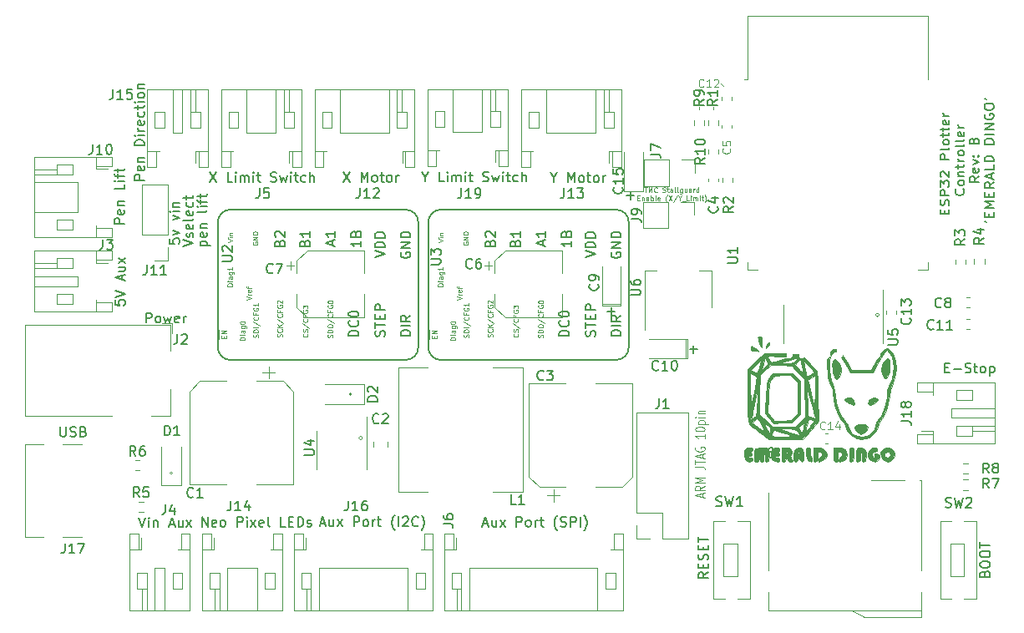
<source format=gto>
G04 #@! TF.GenerationSoftware,KiCad,Pcbnew,(5.1.10)-1*
G04 #@! TF.CreationDate,2022-06-03T14:06:02+01:00*
G04 #@! TF.ProjectId,ESP32_Plotter_Controller_revB1,45535033-325f-4506-9c6f-747465725f43,rev?*
G04 #@! TF.SameCoordinates,Original*
G04 #@! TF.FileFunction,Legend,Top*
G04 #@! TF.FilePolarity,Positive*
%FSLAX46Y46*%
G04 Gerber Fmt 4.6, Leading zero omitted, Abs format (unit mm)*
G04 Created by KiCad (PCBNEW (5.1.10)-1) date 2022-06-03 14:06:02*
%MOMM*%
%LPD*%
G01*
G04 APERTURE LIST*
%ADD10C,0.150000*%
%ADD11C,0.120000*%
%ADD12C,0.100000*%
%ADD13C,0.010000*%
%ADD14R,2.000000X0.900000*%
%ADD15R,0.900000X2.000000*%
%ADD16R,5.000000X5.000000*%
%ADD17R,1.200000X0.900000*%
%ADD18R,0.900000X1.200000*%
%ADD19O,1.200000X1.750000*%
%ADD20R,1.450000X0.600000*%
%ADD21R,1.450000X0.300000*%
%ADD22O,2.100000X1.000000*%
%ADD23C,0.650000*%
%ADD24O,1.600000X1.000000*%
%ADD25R,3.500000X3.500000*%
%ADD26C,1.524000*%
%ADD27C,3.200000*%
%ADD28O,1.700000X1.700000*%
%ADD29R,1.700000X1.700000*%
%ADD30R,5.400000X2.900000*%
%ADD31R,1.500000X2.000000*%
%ADD32R,3.800000X2.000000*%
%ADD33O,1.750000X1.200000*%
%ADD34R,1.000000X1.500000*%
%ADD35C,1.000000*%
%ADD36R,1.200000X2.000000*%
%ADD37R,1.200000X1.400000*%
%ADD38R,0.700000X1.300000*%
G04 APERTURE END LIST*
D10*
X86550547Y-81097428D02*
X87312452Y-81097428D01*
X86931500Y-81478380D02*
X86931500Y-80716476D01*
D11*
X93916500Y-72390000D02*
X93916500Y-72072500D01*
X95313500Y-72072500D02*
X95313500Y-72390000D01*
X96075500Y-69723000D02*
X96329500Y-69977000D01*
D10*
X29154595Y-104544880D02*
X29154595Y-105354404D01*
X29202214Y-105449642D01*
X29249833Y-105497261D01*
X29345071Y-105544880D01*
X29535547Y-105544880D01*
X29630785Y-105497261D01*
X29678404Y-105449642D01*
X29726023Y-105354404D01*
X29726023Y-104544880D01*
X30154595Y-105497261D02*
X30297452Y-105544880D01*
X30535547Y-105544880D01*
X30630785Y-105497261D01*
X30678404Y-105449642D01*
X30726023Y-105354404D01*
X30726023Y-105259166D01*
X30678404Y-105163928D01*
X30630785Y-105116309D01*
X30535547Y-105068690D01*
X30345071Y-105021071D01*
X30249833Y-104973452D01*
X30202214Y-104925833D01*
X30154595Y-104830595D01*
X30154595Y-104735357D01*
X30202214Y-104640119D01*
X30249833Y-104592500D01*
X30345071Y-104544880D01*
X30583166Y-104544880D01*
X30726023Y-104592500D01*
X31487928Y-105021071D02*
X31630785Y-105068690D01*
X31678404Y-105116309D01*
X31726023Y-105211547D01*
X31726023Y-105354404D01*
X31678404Y-105449642D01*
X31630785Y-105497261D01*
X31535547Y-105544880D01*
X31154595Y-105544880D01*
X31154595Y-104544880D01*
X31487928Y-104544880D01*
X31583166Y-104592500D01*
X31630785Y-104640119D01*
X31678404Y-104735357D01*
X31678404Y-104830595D01*
X31630785Y-104925833D01*
X31583166Y-104973452D01*
X31487928Y-105021071D01*
X31154595Y-105021071D01*
D12*
X88324880Y-80263690D02*
X88610595Y-80263690D01*
X88467738Y-80763690D02*
X88467738Y-80263690D01*
X88777261Y-80763690D02*
X88777261Y-80263690D01*
X88943928Y-80620833D01*
X89110595Y-80263690D01*
X89110595Y-80763690D01*
X89634404Y-80716071D02*
X89610595Y-80739880D01*
X89539166Y-80763690D01*
X89491547Y-80763690D01*
X89420119Y-80739880D01*
X89372500Y-80692261D01*
X89348690Y-80644642D01*
X89324880Y-80549404D01*
X89324880Y-80477976D01*
X89348690Y-80382738D01*
X89372500Y-80335119D01*
X89420119Y-80287500D01*
X89491547Y-80263690D01*
X89539166Y-80263690D01*
X89610595Y-80287500D01*
X89634404Y-80311309D01*
X90205833Y-80739880D02*
X90277261Y-80763690D01*
X90396309Y-80763690D01*
X90443928Y-80739880D01*
X90467738Y-80716071D01*
X90491547Y-80668452D01*
X90491547Y-80620833D01*
X90467738Y-80573214D01*
X90443928Y-80549404D01*
X90396309Y-80525595D01*
X90301071Y-80501785D01*
X90253452Y-80477976D01*
X90229642Y-80454166D01*
X90205833Y-80406547D01*
X90205833Y-80358928D01*
X90229642Y-80311309D01*
X90253452Y-80287500D01*
X90301071Y-80263690D01*
X90420119Y-80263690D01*
X90491547Y-80287500D01*
X90634404Y-80430357D02*
X90824880Y-80430357D01*
X90705833Y-80263690D02*
X90705833Y-80692261D01*
X90729642Y-80739880D01*
X90777261Y-80763690D01*
X90824880Y-80763690D01*
X91205833Y-80763690D02*
X91205833Y-80501785D01*
X91182023Y-80454166D01*
X91134404Y-80430357D01*
X91039166Y-80430357D01*
X90991547Y-80454166D01*
X91205833Y-80739880D02*
X91158214Y-80763690D01*
X91039166Y-80763690D01*
X90991547Y-80739880D01*
X90967738Y-80692261D01*
X90967738Y-80644642D01*
X90991547Y-80597023D01*
X91039166Y-80573214D01*
X91158214Y-80573214D01*
X91205833Y-80549404D01*
X91515357Y-80763690D02*
X91467738Y-80739880D01*
X91443928Y-80692261D01*
X91443928Y-80263690D01*
X91777261Y-80763690D02*
X91729642Y-80739880D01*
X91705833Y-80692261D01*
X91705833Y-80263690D01*
X92182023Y-80430357D02*
X92182023Y-80835119D01*
X92158214Y-80882738D01*
X92134404Y-80906547D01*
X92086785Y-80930357D01*
X92015357Y-80930357D01*
X91967738Y-80906547D01*
X92182023Y-80739880D02*
X92134404Y-80763690D01*
X92039166Y-80763690D01*
X91991547Y-80739880D01*
X91967738Y-80716071D01*
X91943928Y-80668452D01*
X91943928Y-80525595D01*
X91967738Y-80477976D01*
X91991547Y-80454166D01*
X92039166Y-80430357D01*
X92134404Y-80430357D01*
X92182023Y-80454166D01*
X92634404Y-80430357D02*
X92634404Y-80763690D01*
X92420119Y-80430357D02*
X92420119Y-80692261D01*
X92443928Y-80739880D01*
X92491547Y-80763690D01*
X92562976Y-80763690D01*
X92610595Y-80739880D01*
X92634404Y-80716071D01*
X93086785Y-80763690D02*
X93086785Y-80501785D01*
X93062976Y-80454166D01*
X93015357Y-80430357D01*
X92920119Y-80430357D01*
X92872500Y-80454166D01*
X93086785Y-80739880D02*
X93039166Y-80763690D01*
X92920119Y-80763690D01*
X92872500Y-80739880D01*
X92848690Y-80692261D01*
X92848690Y-80644642D01*
X92872500Y-80597023D01*
X92920119Y-80573214D01*
X93039166Y-80573214D01*
X93086785Y-80549404D01*
X93324880Y-80763690D02*
X93324880Y-80430357D01*
X93324880Y-80525595D02*
X93348690Y-80477976D01*
X93372500Y-80454166D01*
X93420119Y-80430357D01*
X93467738Y-80430357D01*
X93848690Y-80763690D02*
X93848690Y-80263690D01*
X93848690Y-80739880D02*
X93801071Y-80763690D01*
X93705833Y-80763690D01*
X93658214Y-80739880D01*
X93634404Y-80716071D01*
X93610595Y-80668452D01*
X93610595Y-80525595D01*
X93634404Y-80477976D01*
X93658214Y-80454166D01*
X93705833Y-80430357D01*
X93801071Y-80430357D01*
X93848690Y-80454166D01*
X87646309Y-81351785D02*
X87812976Y-81351785D01*
X87884404Y-81613690D02*
X87646309Y-81613690D01*
X87646309Y-81113690D01*
X87884404Y-81113690D01*
X88098690Y-81280357D02*
X88098690Y-81613690D01*
X88098690Y-81327976D02*
X88122500Y-81304166D01*
X88170119Y-81280357D01*
X88241547Y-81280357D01*
X88289166Y-81304166D01*
X88312976Y-81351785D01*
X88312976Y-81613690D01*
X88765357Y-81613690D02*
X88765357Y-81351785D01*
X88741547Y-81304166D01*
X88693928Y-81280357D01*
X88598690Y-81280357D01*
X88551071Y-81304166D01*
X88765357Y-81589880D02*
X88717738Y-81613690D01*
X88598690Y-81613690D01*
X88551071Y-81589880D01*
X88527261Y-81542261D01*
X88527261Y-81494642D01*
X88551071Y-81447023D01*
X88598690Y-81423214D01*
X88717738Y-81423214D01*
X88765357Y-81399404D01*
X89003452Y-81613690D02*
X89003452Y-81113690D01*
X89003452Y-81304166D02*
X89051071Y-81280357D01*
X89146309Y-81280357D01*
X89193928Y-81304166D01*
X89217738Y-81327976D01*
X89241547Y-81375595D01*
X89241547Y-81518452D01*
X89217738Y-81566071D01*
X89193928Y-81589880D01*
X89146309Y-81613690D01*
X89051071Y-81613690D01*
X89003452Y-81589880D01*
X89527261Y-81613690D02*
X89479642Y-81589880D01*
X89455833Y-81542261D01*
X89455833Y-81113690D01*
X89908214Y-81589880D02*
X89860595Y-81613690D01*
X89765357Y-81613690D01*
X89717738Y-81589880D01*
X89693928Y-81542261D01*
X89693928Y-81351785D01*
X89717738Y-81304166D01*
X89765357Y-81280357D01*
X89860595Y-81280357D01*
X89908214Y-81304166D01*
X89932023Y-81351785D01*
X89932023Y-81399404D01*
X89693928Y-81447023D01*
X90670119Y-81804166D02*
X90646309Y-81780357D01*
X90598690Y-81708928D01*
X90574880Y-81661309D01*
X90551071Y-81589880D01*
X90527261Y-81470833D01*
X90527261Y-81375595D01*
X90551071Y-81256547D01*
X90574880Y-81185119D01*
X90598690Y-81137500D01*
X90646309Y-81066071D01*
X90670119Y-81042261D01*
X90812976Y-81113690D02*
X91146309Y-81613690D01*
X91146309Y-81113690D02*
X90812976Y-81613690D01*
X91693928Y-81089880D02*
X91265357Y-81732738D01*
X91955833Y-81375595D02*
X91955833Y-81613690D01*
X91789166Y-81113690D02*
X91955833Y-81375595D01*
X92122500Y-81113690D01*
X92170119Y-81661309D02*
X92551071Y-81661309D01*
X92908214Y-81613690D02*
X92670119Y-81613690D01*
X92670119Y-81113690D01*
X93074880Y-81613690D02*
X93074880Y-81280357D01*
X93074880Y-81113690D02*
X93051071Y-81137500D01*
X93074880Y-81161309D01*
X93098690Y-81137500D01*
X93074880Y-81113690D01*
X93074880Y-81161309D01*
X93312976Y-81613690D02*
X93312976Y-81280357D01*
X93312976Y-81327976D02*
X93336785Y-81304166D01*
X93384404Y-81280357D01*
X93455833Y-81280357D01*
X93503452Y-81304166D01*
X93527261Y-81351785D01*
X93527261Y-81613690D01*
X93527261Y-81351785D02*
X93551071Y-81304166D01*
X93598690Y-81280357D01*
X93670119Y-81280357D01*
X93717738Y-81304166D01*
X93741547Y-81351785D01*
X93741547Y-81613690D01*
X93979642Y-81613690D02*
X93979642Y-81280357D01*
X93979642Y-81113690D02*
X93955833Y-81137500D01*
X93979642Y-81161309D01*
X94003452Y-81137500D01*
X93979642Y-81113690D01*
X93979642Y-81161309D01*
X94146309Y-81280357D02*
X94336785Y-81280357D01*
X94217738Y-81113690D02*
X94217738Y-81542261D01*
X94241547Y-81589880D01*
X94289166Y-81613690D01*
X94336785Y-81613690D01*
X94455833Y-81804166D02*
X94479642Y-81780357D01*
X94527261Y-81708928D01*
X94551071Y-81661309D01*
X94574880Y-81589880D01*
X94598690Y-81470833D01*
X94598690Y-81375595D01*
X94574880Y-81256547D01*
X94551071Y-81185119D01*
X94527261Y-81137500D01*
X94479642Y-81066071D01*
X94455833Y-81042261D01*
D10*
X43346714Y-86177119D02*
X44346714Y-86177119D01*
X43394333Y-86177119D02*
X43346714Y-86081880D01*
X43346714Y-85891404D01*
X43394333Y-85796166D01*
X43441952Y-85748547D01*
X43537190Y-85700928D01*
X43822904Y-85700928D01*
X43918142Y-85748547D01*
X43965761Y-85796166D01*
X44013380Y-85891404D01*
X44013380Y-86081880D01*
X43965761Y-86177119D01*
X43965761Y-84891404D02*
X44013380Y-84986642D01*
X44013380Y-85177119D01*
X43965761Y-85272357D01*
X43870523Y-85319976D01*
X43489571Y-85319976D01*
X43394333Y-85272357D01*
X43346714Y-85177119D01*
X43346714Y-84986642D01*
X43394333Y-84891404D01*
X43489571Y-84843785D01*
X43584809Y-84843785D01*
X43680047Y-85319976D01*
X43346714Y-84415214D02*
X44013380Y-84415214D01*
X43441952Y-84415214D02*
X43394333Y-84367595D01*
X43346714Y-84272357D01*
X43346714Y-84129500D01*
X43394333Y-84034261D01*
X43489571Y-83986642D01*
X44013380Y-83986642D01*
X44013380Y-82605690D02*
X43965761Y-82700928D01*
X43870523Y-82748547D01*
X43013380Y-82748547D01*
X44013380Y-82224738D02*
X43346714Y-82224738D01*
X43013380Y-82224738D02*
X43061000Y-82272357D01*
X43108619Y-82224738D01*
X43061000Y-82177119D01*
X43013380Y-82224738D01*
X43108619Y-82224738D01*
X43346714Y-81891404D02*
X43346714Y-81510452D01*
X44013380Y-81748547D02*
X43156238Y-81748547D01*
X43061000Y-81700928D01*
X43013380Y-81605690D01*
X43013380Y-81510452D01*
X43346714Y-81319976D02*
X43346714Y-80939023D01*
X43013380Y-81177119D02*
X43870523Y-81177119D01*
X43965761Y-81129500D01*
X44013380Y-81034261D01*
X44013380Y-80939023D01*
X40219380Y-85478738D02*
X40219380Y-85954928D01*
X40695571Y-86002547D01*
X40647952Y-85954928D01*
X40600333Y-85859690D01*
X40600333Y-85621595D01*
X40647952Y-85526357D01*
X40695571Y-85478738D01*
X40790809Y-85431119D01*
X41028904Y-85431119D01*
X41124142Y-85478738D01*
X41171761Y-85526357D01*
X41219380Y-85621595D01*
X41219380Y-85859690D01*
X41171761Y-85954928D01*
X41124142Y-86002547D01*
X40552714Y-85097785D02*
X41219380Y-84859690D01*
X40552714Y-84621595D01*
X40552714Y-83573976D02*
X41219380Y-83335880D01*
X40552714Y-83097785D01*
X41219380Y-82716833D02*
X40552714Y-82716833D01*
X40219380Y-82716833D02*
X40267000Y-82764452D01*
X40314619Y-82716833D01*
X40267000Y-82669214D01*
X40219380Y-82716833D01*
X40314619Y-82716833D01*
X40552714Y-82240642D02*
X41219380Y-82240642D01*
X40647952Y-82240642D02*
X40600333Y-82193023D01*
X40552714Y-82097785D01*
X40552714Y-81954928D01*
X40600333Y-81859690D01*
X40695571Y-81812071D01*
X41219380Y-81812071D01*
X118780214Y-82962071D02*
X118780214Y-82628738D01*
X119251642Y-82485880D02*
X119251642Y-82962071D01*
X118351642Y-82962071D01*
X118351642Y-82485880D01*
X119208785Y-82104928D02*
X119251642Y-81962071D01*
X119251642Y-81723976D01*
X119208785Y-81628738D01*
X119165928Y-81581119D01*
X119080214Y-81533500D01*
X118994500Y-81533500D01*
X118908785Y-81581119D01*
X118865928Y-81628738D01*
X118823071Y-81723976D01*
X118780214Y-81914452D01*
X118737357Y-82009690D01*
X118694500Y-82057309D01*
X118608785Y-82104928D01*
X118523071Y-82104928D01*
X118437357Y-82057309D01*
X118394500Y-82009690D01*
X118351642Y-81914452D01*
X118351642Y-81676357D01*
X118394500Y-81533500D01*
X119251642Y-81104928D02*
X118351642Y-81104928D01*
X118351642Y-80723976D01*
X118394500Y-80628738D01*
X118437357Y-80581119D01*
X118523071Y-80533500D01*
X118651642Y-80533500D01*
X118737357Y-80581119D01*
X118780214Y-80628738D01*
X118823071Y-80723976D01*
X118823071Y-81104928D01*
X118351642Y-80200166D02*
X118351642Y-79581119D01*
X118694500Y-79914452D01*
X118694500Y-79771595D01*
X118737357Y-79676357D01*
X118780214Y-79628738D01*
X118865928Y-79581119D01*
X119080214Y-79581119D01*
X119165928Y-79628738D01*
X119208785Y-79676357D01*
X119251642Y-79771595D01*
X119251642Y-80057309D01*
X119208785Y-80152547D01*
X119165928Y-80200166D01*
X118437357Y-79200166D02*
X118394500Y-79152547D01*
X118351642Y-79057309D01*
X118351642Y-78819214D01*
X118394500Y-78723976D01*
X118437357Y-78676357D01*
X118523071Y-78628738D01*
X118608785Y-78628738D01*
X118737357Y-78676357D01*
X119251642Y-79247785D01*
X119251642Y-78628738D01*
X119251642Y-77438261D02*
X118351642Y-77438261D01*
X118351642Y-77057309D01*
X118394500Y-76962071D01*
X118437357Y-76914452D01*
X118523071Y-76866833D01*
X118651642Y-76866833D01*
X118737357Y-76914452D01*
X118780214Y-76962071D01*
X118823071Y-77057309D01*
X118823071Y-77438261D01*
X119251642Y-76295404D02*
X119208785Y-76390642D01*
X119123071Y-76438261D01*
X118351642Y-76438261D01*
X119251642Y-75771595D02*
X119208785Y-75866833D01*
X119165928Y-75914452D01*
X119080214Y-75962071D01*
X118823071Y-75962071D01*
X118737357Y-75914452D01*
X118694500Y-75866833D01*
X118651642Y-75771595D01*
X118651642Y-75628738D01*
X118694500Y-75533500D01*
X118737357Y-75485880D01*
X118823071Y-75438261D01*
X119080214Y-75438261D01*
X119165928Y-75485880D01*
X119208785Y-75533500D01*
X119251642Y-75628738D01*
X119251642Y-75771595D01*
X118651642Y-75152547D02*
X118651642Y-74771595D01*
X118351642Y-75009690D02*
X119123071Y-75009690D01*
X119208785Y-74962071D01*
X119251642Y-74866833D01*
X119251642Y-74771595D01*
X118651642Y-74581119D02*
X118651642Y-74200166D01*
X118351642Y-74438261D02*
X119123071Y-74438261D01*
X119208785Y-74390642D01*
X119251642Y-74295404D01*
X119251642Y-74200166D01*
X119208785Y-73485880D02*
X119251642Y-73581119D01*
X119251642Y-73771595D01*
X119208785Y-73866833D01*
X119123071Y-73914452D01*
X118780214Y-73914452D01*
X118694500Y-73866833D01*
X118651642Y-73771595D01*
X118651642Y-73581119D01*
X118694500Y-73485880D01*
X118780214Y-73438261D01*
X118865928Y-73438261D01*
X118951642Y-73914452D01*
X119251642Y-73009690D02*
X118651642Y-73009690D01*
X118823071Y-73009690D02*
X118737357Y-72962071D01*
X118694500Y-72914452D01*
X118651642Y-72819214D01*
X118651642Y-72723976D01*
X120665928Y-80438261D02*
X120708785Y-80485880D01*
X120751642Y-80628738D01*
X120751642Y-80723976D01*
X120708785Y-80866833D01*
X120623071Y-80962071D01*
X120537357Y-81009690D01*
X120365928Y-81057309D01*
X120237357Y-81057309D01*
X120065928Y-81009690D01*
X119980214Y-80962071D01*
X119894500Y-80866833D01*
X119851642Y-80723976D01*
X119851642Y-80628738D01*
X119894500Y-80485880D01*
X119937357Y-80438261D01*
X120751642Y-79866833D02*
X120708785Y-79962071D01*
X120665928Y-80009690D01*
X120580214Y-80057309D01*
X120323071Y-80057309D01*
X120237357Y-80009690D01*
X120194500Y-79962071D01*
X120151642Y-79866833D01*
X120151642Y-79723976D01*
X120194500Y-79628738D01*
X120237357Y-79581119D01*
X120323071Y-79533500D01*
X120580214Y-79533500D01*
X120665928Y-79581119D01*
X120708785Y-79628738D01*
X120751642Y-79723976D01*
X120751642Y-79866833D01*
X120151642Y-79104928D02*
X120751642Y-79104928D01*
X120237357Y-79104928D02*
X120194500Y-79057309D01*
X120151642Y-78962071D01*
X120151642Y-78819214D01*
X120194500Y-78723976D01*
X120280214Y-78676357D01*
X120751642Y-78676357D01*
X120151642Y-78343023D02*
X120151642Y-77962071D01*
X119851642Y-78200166D02*
X120623071Y-78200166D01*
X120708785Y-78152547D01*
X120751642Y-78057309D01*
X120751642Y-77962071D01*
X120751642Y-77628738D02*
X120151642Y-77628738D01*
X120323071Y-77628738D02*
X120237357Y-77581119D01*
X120194500Y-77533500D01*
X120151642Y-77438261D01*
X120151642Y-77343023D01*
X120751642Y-76866833D02*
X120708785Y-76962071D01*
X120665928Y-77009690D01*
X120580214Y-77057309D01*
X120323071Y-77057309D01*
X120237357Y-77009690D01*
X120194500Y-76962071D01*
X120151642Y-76866833D01*
X120151642Y-76723976D01*
X120194500Y-76628738D01*
X120237357Y-76581119D01*
X120323071Y-76533500D01*
X120580214Y-76533500D01*
X120665928Y-76581119D01*
X120708785Y-76628738D01*
X120751642Y-76723976D01*
X120751642Y-76866833D01*
X120751642Y-75962071D02*
X120708785Y-76057309D01*
X120623071Y-76104928D01*
X119851642Y-76104928D01*
X120751642Y-75438261D02*
X120708785Y-75533500D01*
X120623071Y-75581119D01*
X119851642Y-75581119D01*
X120708785Y-74676357D02*
X120751642Y-74771595D01*
X120751642Y-74962071D01*
X120708785Y-75057309D01*
X120623071Y-75104928D01*
X120280214Y-75104928D01*
X120194500Y-75057309D01*
X120151642Y-74962071D01*
X120151642Y-74771595D01*
X120194500Y-74676357D01*
X120280214Y-74628738D01*
X120365928Y-74628738D01*
X120451642Y-75104928D01*
X120751642Y-74200166D02*
X120151642Y-74200166D01*
X120323071Y-74200166D02*
X120237357Y-74152547D01*
X120194500Y-74104928D01*
X120151642Y-74009690D01*
X120151642Y-73914452D01*
X122251642Y-79152547D02*
X121823071Y-79485880D01*
X122251642Y-79723976D02*
X121351642Y-79723976D01*
X121351642Y-79343023D01*
X121394500Y-79247785D01*
X121437357Y-79200166D01*
X121523071Y-79152547D01*
X121651642Y-79152547D01*
X121737357Y-79200166D01*
X121780214Y-79247785D01*
X121823071Y-79343023D01*
X121823071Y-79723976D01*
X122208785Y-78343023D02*
X122251642Y-78438261D01*
X122251642Y-78628738D01*
X122208785Y-78723976D01*
X122123071Y-78771595D01*
X121780214Y-78771595D01*
X121694500Y-78723976D01*
X121651642Y-78628738D01*
X121651642Y-78438261D01*
X121694500Y-78343023D01*
X121780214Y-78295404D01*
X121865928Y-78295404D01*
X121951642Y-78771595D01*
X121651642Y-77962071D02*
X122251642Y-77723976D01*
X121651642Y-77485880D01*
X122165928Y-77104928D02*
X122208785Y-77057309D01*
X122251642Y-77104928D01*
X122208785Y-77152547D01*
X122165928Y-77104928D01*
X122251642Y-77104928D01*
X121694500Y-77104928D02*
X121737357Y-77057309D01*
X121780214Y-77104928D01*
X121737357Y-77152547D01*
X121694500Y-77104928D01*
X121780214Y-77104928D01*
X121780214Y-75533500D02*
X121823071Y-75390642D01*
X121865928Y-75343023D01*
X121951642Y-75295404D01*
X122080214Y-75295404D01*
X122165928Y-75343023D01*
X122208785Y-75390642D01*
X122251642Y-75485880D01*
X122251642Y-75866833D01*
X121351642Y-75866833D01*
X121351642Y-75533500D01*
X121394500Y-75438261D01*
X121437357Y-75390642D01*
X121523071Y-75343023D01*
X121608785Y-75343023D01*
X121694500Y-75390642D01*
X121737357Y-75438261D01*
X121780214Y-75533500D01*
X121780214Y-75866833D01*
X122851642Y-83700166D02*
X123023071Y-83795404D01*
X123280214Y-83271595D02*
X123280214Y-82938261D01*
X123751642Y-82795404D02*
X123751642Y-83271595D01*
X122851642Y-83271595D01*
X122851642Y-82795404D01*
X123751642Y-82366833D02*
X122851642Y-82366833D01*
X123494500Y-82033500D01*
X122851642Y-81700166D01*
X123751642Y-81700166D01*
X123280214Y-81223976D02*
X123280214Y-80890642D01*
X123751642Y-80747785D02*
X123751642Y-81223976D01*
X122851642Y-81223976D01*
X122851642Y-80747785D01*
X123751642Y-79747785D02*
X123323071Y-80081119D01*
X123751642Y-80319214D02*
X122851642Y-80319214D01*
X122851642Y-79938261D01*
X122894500Y-79843023D01*
X122937357Y-79795404D01*
X123023071Y-79747785D01*
X123151642Y-79747785D01*
X123237357Y-79795404D01*
X123280214Y-79843023D01*
X123323071Y-79938261D01*
X123323071Y-80319214D01*
X123494500Y-79366833D02*
X123494500Y-78890642D01*
X123751642Y-79462071D02*
X122851642Y-79128738D01*
X123751642Y-78795404D01*
X123751642Y-77985880D02*
X123751642Y-78462071D01*
X122851642Y-78462071D01*
X123751642Y-77652547D02*
X122851642Y-77652547D01*
X122851642Y-77414452D01*
X122894500Y-77271595D01*
X122980214Y-77176357D01*
X123065928Y-77128738D01*
X123237357Y-77081119D01*
X123365928Y-77081119D01*
X123537357Y-77128738D01*
X123623071Y-77176357D01*
X123708785Y-77271595D01*
X123751642Y-77414452D01*
X123751642Y-77652547D01*
X123751642Y-75890642D02*
X122851642Y-75890642D01*
X122851642Y-75652547D01*
X122894500Y-75509690D01*
X122980214Y-75414452D01*
X123065928Y-75366833D01*
X123237357Y-75319214D01*
X123365928Y-75319214D01*
X123537357Y-75366833D01*
X123623071Y-75414452D01*
X123708785Y-75509690D01*
X123751642Y-75652547D01*
X123751642Y-75890642D01*
X123751642Y-74890642D02*
X122851642Y-74890642D01*
X123751642Y-74414452D02*
X122851642Y-74414452D01*
X123751642Y-73843023D01*
X122851642Y-73843023D01*
X122894500Y-72843023D02*
X122851642Y-72938261D01*
X122851642Y-73081119D01*
X122894500Y-73223976D01*
X122980214Y-73319214D01*
X123065928Y-73366833D01*
X123237357Y-73414452D01*
X123365928Y-73414452D01*
X123537357Y-73366833D01*
X123623071Y-73319214D01*
X123708785Y-73223976D01*
X123751642Y-73081119D01*
X123751642Y-72985880D01*
X123708785Y-72843023D01*
X123665928Y-72795404D01*
X123365928Y-72795404D01*
X123365928Y-72985880D01*
X122851642Y-72176357D02*
X122851642Y-71985880D01*
X122894500Y-71890642D01*
X122980214Y-71795404D01*
X123151642Y-71747785D01*
X123451642Y-71747785D01*
X123623071Y-71795404D01*
X123708785Y-71890642D01*
X123751642Y-71985880D01*
X123751642Y-72176357D01*
X123708785Y-72271595D01*
X123623071Y-72366833D01*
X123451642Y-72414452D01*
X123151642Y-72414452D01*
X122980214Y-72366833D01*
X122894500Y-72271595D01*
X122851642Y-72176357D01*
X122851642Y-71271595D02*
X123023071Y-71366833D01*
D11*
X98830000Y-69295000D02*
X98450000Y-69295000D01*
X98830000Y-62875000D02*
X98830000Y-69295000D01*
X117070000Y-62875000D02*
X117070000Y-69295000D01*
X98830000Y-62875000D02*
X117070000Y-62875000D01*
X117070000Y-88620000D02*
X116070000Y-88620000D01*
X117070000Y-87840000D02*
X117070000Y-88620000D01*
X98830000Y-88620000D02*
X99830000Y-88620000D01*
X98830000Y-87840000D02*
X98830000Y-88620000D01*
X60218000Y-106934000D02*
X60218000Y-103484000D01*
X60218000Y-106934000D02*
X60218000Y-108884000D01*
X55098000Y-106934000D02*
X55098000Y-104984000D01*
X55098000Y-106934000D02*
X55098000Y-108884000D01*
X59742605Y-105664000D02*
G75*
G03*
X59742605Y-105664000I-179605J0D01*
G01*
X40513000Y-109220000D02*
G75*
G03*
X40513000Y-109220000I-127000J0D01*
G01*
X39386000Y-110454000D02*
X39386000Y-106554000D01*
X41386000Y-110454000D02*
X41386000Y-106554000D01*
X39386000Y-110454000D02*
X41386000Y-110454000D01*
X58674000Y-101219000D02*
G75*
G03*
X58674000Y-101219000I-127000J0D01*
G01*
X59908000Y-102219000D02*
X56008000Y-102219000D01*
X59908000Y-100219000D02*
X56008000Y-100219000D01*
X59908000Y-102219000D02*
X59908000Y-100219000D01*
X85928200Y-92075000D02*
X84150200Y-92075000D01*
X85974200Y-92226000D02*
X85974200Y-88316000D01*
X84104200Y-92226000D02*
X85974200Y-92226000D01*
X84104200Y-88316000D02*
X84104200Y-92226000D01*
X92566500Y-95732600D02*
X92566500Y-97510600D01*
X92717500Y-95686600D02*
X88807500Y-95686600D01*
X92717500Y-97556600D02*
X92717500Y-95686600D01*
X88807500Y-97556600D02*
X92717500Y-97556600D01*
X112130605Y-93218000D02*
G75*
G03*
X112130605Y-93218000I-179605J0D01*
G01*
X112566000Y-94107000D02*
X112566000Y-90657000D01*
X112566000Y-94107000D02*
X112566000Y-96057000D01*
X102446000Y-94107000D02*
X102446000Y-92157000D01*
X102446000Y-94107000D02*
X102446000Y-96057000D01*
X94439000Y-73485742D02*
X94439000Y-73960258D01*
X93394000Y-73485742D02*
X93394000Y-73960258D01*
D13*
G36*
X113108682Y-97705612D02*
G01*
X113197709Y-97890772D01*
X113241064Y-98186728D01*
X113239987Y-98541574D01*
X113195716Y-98903400D01*
X113109488Y-99220297D01*
X113070430Y-99309389D01*
X112916057Y-99567206D01*
X112782888Y-99665965D01*
X112655472Y-99611928D01*
X112575993Y-99509756D01*
X112429469Y-99158564D01*
X112381530Y-98753075D01*
X112426745Y-98345276D01*
X112559682Y-97987151D01*
X112760754Y-97741486D01*
X112918637Y-97633299D01*
X113020416Y-97632533D01*
X113108682Y-97705612D01*
G37*
X113108682Y-97705612D02*
X113197709Y-97890772D01*
X113241064Y-98186728D01*
X113239987Y-98541574D01*
X113195716Y-98903400D01*
X113109488Y-99220297D01*
X113070430Y-99309389D01*
X112916057Y-99567206D01*
X112782888Y-99665965D01*
X112655472Y-99611928D01*
X112575993Y-99509756D01*
X112429469Y-99158564D01*
X112381530Y-98753075D01*
X112426745Y-98345276D01*
X112559682Y-97987151D01*
X112760754Y-97741486D01*
X112918637Y-97633299D01*
X113020416Y-97632533D01*
X113108682Y-97705612D01*
G36*
X107779652Y-97728580D02*
G01*
X107949066Y-97896937D01*
X108106200Y-98142212D01*
X108221848Y-98421396D01*
X108262699Y-98616040D01*
X108262594Y-98948553D01*
X108201592Y-99245094D01*
X108096869Y-99483272D01*
X107965602Y-99640698D01*
X107824965Y-99694983D01*
X107692134Y-99623737D01*
X107606708Y-99471167D01*
X107483563Y-99064700D01*
X107413471Y-98655954D01*
X107396043Y-98278891D01*
X107430893Y-97967474D01*
X107517632Y-97755667D01*
X107627160Y-97680146D01*
X107779652Y-97728580D01*
G37*
X107779652Y-97728580D02*
X107949066Y-97896937D01*
X108106200Y-98142212D01*
X108221848Y-98421396D01*
X108262699Y-98616040D01*
X108262594Y-98948553D01*
X108201592Y-99245094D01*
X108096869Y-99483272D01*
X107965602Y-99640698D01*
X107824965Y-99694983D01*
X107692134Y-99623737D01*
X107606708Y-99471167D01*
X107483563Y-99064700D01*
X107413471Y-98655954D01*
X107396043Y-98278891D01*
X107430893Y-97967474D01*
X107517632Y-97755667D01*
X107627160Y-97680146D01*
X107779652Y-97728580D01*
G36*
X111652380Y-101608869D02*
G01*
X111900424Y-101694096D01*
X111988836Y-101801205D01*
X111927678Y-101940660D01*
X111725200Y-102122768D01*
X111490482Y-102246745D01*
X111264328Y-102303558D01*
X111087539Y-102284174D01*
X111000917Y-102179560D01*
X110998000Y-102146484D01*
X111055399Y-101970388D01*
X111194878Y-101776756D01*
X111207880Y-101763423D01*
X111399598Y-101617962D01*
X111592638Y-101597191D01*
X111652380Y-101608869D01*
G37*
X111652380Y-101608869D02*
X111900424Y-101694096D01*
X111988836Y-101801205D01*
X111927678Y-101940660D01*
X111725200Y-102122768D01*
X111490482Y-102246745D01*
X111264328Y-102303558D01*
X111087539Y-102284174D01*
X111000917Y-102179560D01*
X110998000Y-102146484D01*
X111055399Y-101970388D01*
X111194878Y-101776756D01*
X111207880Y-101763423D01*
X111399598Y-101617962D01*
X111592638Y-101597191D01*
X111652380Y-101608869D01*
G36*
X109281114Y-101616284D02*
G01*
X109459242Y-101753623D01*
X109582733Y-101938323D01*
X109638791Y-102128135D01*
X109620166Y-102270932D01*
X109537500Y-102316352D01*
X109390541Y-102281088D01*
X109182824Y-102200605D01*
X109177667Y-102198285D01*
X108939546Y-102071962D01*
X108754334Y-101947599D01*
X108637798Y-101840777D01*
X108653074Y-101764897D01*
X108749349Y-101684666D01*
X109015940Y-101567576D01*
X109281114Y-101616284D01*
G37*
X109281114Y-101616284D02*
X109459242Y-101753623D01*
X109582733Y-101938323D01*
X109638791Y-102128135D01*
X109620166Y-102270932D01*
X109537500Y-102316352D01*
X109390541Y-102281088D01*
X109182824Y-102200605D01*
X109177667Y-102198285D01*
X108939546Y-102071962D01*
X108754334Y-101947599D01*
X108637798Y-101840777D01*
X108653074Y-101764897D01*
X108749349Y-101684666D01*
X109015940Y-101567576D01*
X109281114Y-101616284D01*
G36*
X110636870Y-104298483D02*
G01*
X110853186Y-104371287D01*
X110867303Y-104380826D01*
X110976331Y-104548546D01*
X110952705Y-104761458D01*
X110809399Y-104978347D01*
X110635895Y-105115976D01*
X110395303Y-105244122D01*
X110219291Y-105264148D01*
X110038150Y-105171086D01*
X109903830Y-105063807D01*
X109711052Y-104837300D01*
X109647031Y-104612106D01*
X109716751Y-104424759D01*
X109807101Y-104354645D01*
X110038047Y-104288291D01*
X110339897Y-104270194D01*
X110636870Y-104298483D01*
G37*
X110636870Y-104298483D02*
X110853186Y-104371287D01*
X110867303Y-104380826D01*
X110976331Y-104548546D01*
X110952705Y-104761458D01*
X110809399Y-104978347D01*
X110635895Y-105115976D01*
X110395303Y-105244122D01*
X110219291Y-105264148D01*
X110038150Y-105171086D01*
X109903830Y-105063807D01*
X109711052Y-104837300D01*
X109647031Y-104612106D01*
X109716751Y-104424759D01*
X109807101Y-104354645D01*
X110038047Y-104288291D01*
X110339897Y-104270194D01*
X110636870Y-104298483D01*
G36*
X104140000Y-99912483D02*
G01*
X104140000Y-103263589D01*
X103737834Y-103674906D01*
X103335667Y-104086222D01*
X102397477Y-104142596D01*
X101459288Y-104198970D01*
X100581870Y-103208666D01*
X100588316Y-103093463D01*
X100832109Y-103093463D01*
X101189325Y-103520119D01*
X101546541Y-103946774D01*
X102379425Y-103913321D01*
X103212308Y-103879868D01*
X103543655Y-103544267D01*
X103875001Y-103208666D01*
X103897459Y-101611513D01*
X103919916Y-100014359D01*
X103137706Y-99275303D01*
X102305353Y-99329616D01*
X101871804Y-99366585D01*
X101583053Y-99413665D01*
X101414644Y-99475762D01*
X101364288Y-99518298D01*
X101231951Y-99687508D01*
X101133388Y-99840532D01*
X101062026Y-100006903D01*
X101011291Y-100216157D01*
X100974609Y-100497829D01*
X100945406Y-100881455D01*
X100917109Y-101396568D01*
X100908587Y-101565696D01*
X100832109Y-103093463D01*
X100588316Y-103093463D01*
X100624509Y-102446666D01*
X100664635Y-101721095D01*
X100696733Y-101144820D01*
X100723824Y-100698163D01*
X100748927Y-100361450D01*
X100775060Y-100115002D01*
X100805242Y-99939143D01*
X100842493Y-99814195D01*
X100889831Y-99720484D01*
X100950277Y-99638331D01*
X101026848Y-99548060D01*
X101078860Y-99485438D01*
X101388334Y-99102985D01*
X103342032Y-99102333D01*
X104140000Y-99912483D01*
G37*
X104140000Y-99912483D02*
X104140000Y-103263589D01*
X103737834Y-103674906D01*
X103335667Y-104086222D01*
X102397477Y-104142596D01*
X101459288Y-104198970D01*
X100581870Y-103208666D01*
X100588316Y-103093463D01*
X100832109Y-103093463D01*
X101189325Y-103520119D01*
X101546541Y-103946774D01*
X102379425Y-103913321D01*
X103212308Y-103879868D01*
X103543655Y-103544267D01*
X103875001Y-103208666D01*
X103897459Y-101611513D01*
X103919916Y-100014359D01*
X103137706Y-99275303D01*
X102305353Y-99329616D01*
X101871804Y-99366585D01*
X101583053Y-99413665D01*
X101414644Y-99475762D01*
X101364288Y-99518298D01*
X101231951Y-99687508D01*
X101133388Y-99840532D01*
X101062026Y-100006903D01*
X101011291Y-100216157D01*
X100974609Y-100497829D01*
X100945406Y-100881455D01*
X100917109Y-101396568D01*
X100908587Y-101565696D01*
X100832109Y-103093463D01*
X100588316Y-103093463D01*
X100624509Y-102446666D01*
X100664635Y-101721095D01*
X100696733Y-101144820D01*
X100723824Y-100698163D01*
X100748927Y-100361450D01*
X100775060Y-100115002D01*
X100805242Y-99939143D01*
X100842493Y-99814195D01*
X100889831Y-99720484D01*
X100950277Y-99638331D01*
X101026848Y-99548060D01*
X101078860Y-99485438D01*
X101388334Y-99102985D01*
X103342032Y-99102333D01*
X104140000Y-99912483D01*
G36*
X100143211Y-95385607D02*
G01*
X100209265Y-95436966D01*
X100238133Y-95569381D01*
X100245179Y-95821156D01*
X100245334Y-95927333D01*
X100240346Y-96207635D01*
X100227298Y-96405857D01*
X100209805Y-96477666D01*
X100166287Y-96404513D01*
X100091349Y-96215827D01*
X100028139Y-96033166D01*
X99939594Y-95766079D01*
X99869258Y-95557886D01*
X99842943Y-95482833D01*
X99880284Y-95399972D01*
X100024608Y-95377000D01*
X100143211Y-95385607D01*
G37*
X100143211Y-95385607D02*
X100209265Y-95436966D01*
X100238133Y-95569381D01*
X100245179Y-95821156D01*
X100245334Y-95927333D01*
X100240346Y-96207635D01*
X100227298Y-96405857D01*
X100209805Y-96477666D01*
X100166287Y-96404513D01*
X100091349Y-96215827D01*
X100028139Y-96033166D01*
X99939594Y-95766079D01*
X99869258Y-95557886D01*
X99842943Y-95482833D01*
X99880284Y-95399972D01*
X100024608Y-95377000D01*
X100143211Y-95385607D01*
G36*
X100967273Y-95971669D02*
G01*
X100972942Y-95976257D01*
X101036725Y-96065704D01*
X101001348Y-96187759D01*
X100917709Y-96315296D01*
X100752373Y-96527811D01*
X100665397Y-96590352D01*
X100656261Y-96502785D01*
X100724311Y-96265373D01*
X100813487Y-96037064D01*
X100887032Y-95947817D01*
X100967273Y-95971669D01*
G37*
X100967273Y-95971669D02*
X100972942Y-95976257D01*
X101036725Y-96065704D01*
X101001348Y-96187759D01*
X100917709Y-96315296D01*
X100752373Y-96527811D01*
X100665397Y-96590352D01*
X100656261Y-96502785D01*
X100724311Y-96265373D01*
X100813487Y-96037064D01*
X100887032Y-95947817D01*
X100967273Y-95971669D01*
G36*
X99352831Y-96384466D02*
G01*
X99574769Y-96563726D01*
X99617394Y-96601142D01*
X99794381Y-96761849D01*
X99896327Y-96863254D01*
X99906667Y-96882683D01*
X99803410Y-96868784D01*
X99595030Y-96847393D01*
X99504500Y-96839006D01*
X99278188Y-96808399D01*
X99174188Y-96746700D01*
X99145569Y-96617192D01*
X99144667Y-96557465D01*
X99160292Y-96383415D01*
X99222176Y-96325056D01*
X99352831Y-96384466D01*
G37*
X99352831Y-96384466D02*
X99574769Y-96563726D01*
X99617394Y-96601142D01*
X99794381Y-96761849D01*
X99896327Y-96863254D01*
X99906667Y-96882683D01*
X99803410Y-96868784D01*
X99595030Y-96847393D01*
X99504500Y-96839006D01*
X99278188Y-96808399D01*
X99174188Y-96746700D01*
X99145569Y-96617192D01*
X99144667Y-96557465D01*
X99160292Y-96383415D01*
X99222176Y-96325056D01*
X99352831Y-96384466D01*
G36*
X113096253Y-96629484D02*
G01*
X113292344Y-96801337D01*
X113486014Y-97033490D01*
X113635919Y-97281542D01*
X113660045Y-97336638D01*
X113804667Y-97887350D01*
X113846418Y-98520507D01*
X113789050Y-99187003D01*
X113636313Y-99837735D01*
X113429782Y-100350828D01*
X113271013Y-100791964D01*
X113180923Y-101357118D01*
X113174700Y-101430666D01*
X113066220Y-102146628D01*
X112863487Y-102841023D01*
X112583831Y-103466536D01*
X112244587Y-103975850D01*
X112240675Y-103980527D01*
X112081098Y-104234009D01*
X111977046Y-104510929D01*
X111974886Y-104521000D01*
X111814732Y-104955549D01*
X111543690Y-105331004D01*
X111199389Y-105597505D01*
X111140567Y-105626453D01*
X110751846Y-105741590D01*
X110312550Y-105778528D01*
X109899038Y-105734907D01*
X109699425Y-105671022D01*
X109295174Y-105403964D01*
X108975668Y-105012563D01*
X108829917Y-104710612D01*
X108686918Y-104403922D01*
X108506469Y-104113410D01*
X108442096Y-104031041D01*
X108130097Y-103576721D01*
X107855717Y-103007053D01*
X107637270Y-102374921D01*
X107493073Y-101733205D01*
X107441442Y-101141956D01*
X107402868Y-100729818D01*
X107281649Y-100427578D01*
X107273298Y-100414666D01*
X107103293Y-100051436D01*
X106976529Y-99571160D01*
X106896063Y-99021285D01*
X106864952Y-98449261D01*
X106870410Y-98309148D01*
X107105476Y-98309148D01*
X107122234Y-98820788D01*
X107181966Y-99331403D01*
X107283136Y-99800225D01*
X107424207Y-100186485D01*
X107443369Y-100224633D01*
X107548837Y-100512043D01*
X107638566Y-100921711D01*
X107694349Y-101329598D01*
X107820627Y-102108750D01*
X108024801Y-102811425D01*
X108296598Y-103411479D01*
X108625745Y-103882770D01*
X108746276Y-104006591D01*
X108895563Y-104190043D01*
X108965313Y-104362418D01*
X108966000Y-104376064D01*
X109030497Y-104636309D01*
X109197306Y-104929447D01*
X109426408Y-105196638D01*
X109631356Y-105354331D01*
X109978386Y-105483550D01*
X110392026Y-105534196D01*
X110797834Y-105503344D01*
X111080196Y-105411277D01*
X111400039Y-105155669D01*
X111639527Y-104777260D01*
X111747183Y-104451426D01*
X111853417Y-104155454D01*
X112012332Y-103882496D01*
X112039512Y-103848216D01*
X112342944Y-103396064D01*
X112604339Y-102833204D01*
X112803899Y-102216796D01*
X112921829Y-101603999D01*
X112945334Y-101232768D01*
X112981761Y-100848354D01*
X113105062Y-100461330D01*
X113198886Y-100255723D01*
X113424541Y-99680940D01*
X113561949Y-99081683D01*
X113611639Y-98489827D01*
X113574142Y-97937245D01*
X113449985Y-97455811D01*
X113239699Y-97077399D01*
X113144410Y-96973838D01*
X112943395Y-96784994D01*
X112651657Y-97067758D01*
X112491641Y-97261820D01*
X112289201Y-97563298D01*
X112073719Y-97926257D01*
X111924822Y-98204118D01*
X111489726Y-99057714D01*
X110353546Y-99061520D01*
X109217365Y-99065326D01*
X108787323Y-98289049D01*
X108468956Y-97738128D01*
X108202505Y-97336071D01*
X107977012Y-97074516D01*
X107781516Y-96945101D01*
X107605061Y-96939462D01*
X107436686Y-97049238D01*
X107328422Y-97175775D01*
X107207033Y-97445873D01*
X107133230Y-97837254D01*
X107105476Y-98309148D01*
X106870410Y-98309148D01*
X106886252Y-97902537D01*
X106963020Y-97428562D01*
X107062458Y-97141774D01*
X107270716Y-96826815D01*
X107510136Y-96676464D01*
X107778256Y-96689369D01*
X108072616Y-96864176D01*
X108390754Y-97199533D01*
X108730211Y-97694087D01*
X109024337Y-98220536D01*
X109334782Y-98820405D01*
X111347162Y-98813425D01*
X111770456Y-97989359D01*
X112009566Y-97566574D01*
X112265369Y-97186234D01*
X112516209Y-96874788D01*
X112740429Y-96658680D01*
X112916370Y-96564357D01*
X112939081Y-96562333D01*
X113096253Y-96629484D01*
G37*
X113096253Y-96629484D02*
X113292344Y-96801337D01*
X113486014Y-97033490D01*
X113635919Y-97281542D01*
X113660045Y-97336638D01*
X113804667Y-97887350D01*
X113846418Y-98520507D01*
X113789050Y-99187003D01*
X113636313Y-99837735D01*
X113429782Y-100350828D01*
X113271013Y-100791964D01*
X113180923Y-101357118D01*
X113174700Y-101430666D01*
X113066220Y-102146628D01*
X112863487Y-102841023D01*
X112583831Y-103466536D01*
X112244587Y-103975850D01*
X112240675Y-103980527D01*
X112081098Y-104234009D01*
X111977046Y-104510929D01*
X111974886Y-104521000D01*
X111814732Y-104955549D01*
X111543690Y-105331004D01*
X111199389Y-105597505D01*
X111140567Y-105626453D01*
X110751846Y-105741590D01*
X110312550Y-105778528D01*
X109899038Y-105734907D01*
X109699425Y-105671022D01*
X109295174Y-105403964D01*
X108975668Y-105012563D01*
X108829917Y-104710612D01*
X108686918Y-104403922D01*
X108506469Y-104113410D01*
X108442096Y-104031041D01*
X108130097Y-103576721D01*
X107855717Y-103007053D01*
X107637270Y-102374921D01*
X107493073Y-101733205D01*
X107441442Y-101141956D01*
X107402868Y-100729818D01*
X107281649Y-100427578D01*
X107273298Y-100414666D01*
X107103293Y-100051436D01*
X106976529Y-99571160D01*
X106896063Y-99021285D01*
X106864952Y-98449261D01*
X106870410Y-98309148D01*
X107105476Y-98309148D01*
X107122234Y-98820788D01*
X107181966Y-99331403D01*
X107283136Y-99800225D01*
X107424207Y-100186485D01*
X107443369Y-100224633D01*
X107548837Y-100512043D01*
X107638566Y-100921711D01*
X107694349Y-101329598D01*
X107820627Y-102108750D01*
X108024801Y-102811425D01*
X108296598Y-103411479D01*
X108625745Y-103882770D01*
X108746276Y-104006591D01*
X108895563Y-104190043D01*
X108965313Y-104362418D01*
X108966000Y-104376064D01*
X109030497Y-104636309D01*
X109197306Y-104929447D01*
X109426408Y-105196638D01*
X109631356Y-105354331D01*
X109978386Y-105483550D01*
X110392026Y-105534196D01*
X110797834Y-105503344D01*
X111080196Y-105411277D01*
X111400039Y-105155669D01*
X111639527Y-104777260D01*
X111747183Y-104451426D01*
X111853417Y-104155454D01*
X112012332Y-103882496D01*
X112039512Y-103848216D01*
X112342944Y-103396064D01*
X112604339Y-102833204D01*
X112803899Y-102216796D01*
X112921829Y-101603999D01*
X112945334Y-101232768D01*
X112981761Y-100848354D01*
X113105062Y-100461330D01*
X113198886Y-100255723D01*
X113424541Y-99680940D01*
X113561949Y-99081683D01*
X113611639Y-98489827D01*
X113574142Y-97937245D01*
X113449985Y-97455811D01*
X113239699Y-97077399D01*
X113144410Y-96973838D01*
X112943395Y-96784994D01*
X112651657Y-97067758D01*
X112491641Y-97261820D01*
X112289201Y-97563298D01*
X112073719Y-97926257D01*
X111924822Y-98204118D01*
X111489726Y-99057714D01*
X110353546Y-99061520D01*
X109217365Y-99065326D01*
X108787323Y-98289049D01*
X108468956Y-97738128D01*
X108202505Y-97336071D01*
X107977012Y-97074516D01*
X107781516Y-96945101D01*
X107605061Y-96939462D01*
X107436686Y-97049238D01*
X107328422Y-97175775D01*
X107207033Y-97445873D01*
X107133230Y-97837254D01*
X107105476Y-98309148D01*
X106870410Y-98309148D01*
X106886252Y-97902537D01*
X106963020Y-97428562D01*
X107062458Y-97141774D01*
X107270716Y-96826815D01*
X107510136Y-96676464D01*
X107778256Y-96689369D01*
X108072616Y-96864176D01*
X108390754Y-97199533D01*
X108730211Y-97694087D01*
X109024337Y-98220536D01*
X109334782Y-98820405D01*
X111347162Y-98813425D01*
X111770456Y-97989359D01*
X112009566Y-97566574D01*
X112265369Y-97186234D01*
X112516209Y-96874788D01*
X112740429Y-96658680D01*
X112916370Y-96564357D01*
X112939081Y-96562333D01*
X113096253Y-96629484D01*
G36*
X102361326Y-97122139D02*
G01*
X104254442Y-97182094D01*
X104975956Y-97935601D01*
X105264345Y-98239930D01*
X105516167Y-98511503D01*
X105704322Y-98720708D01*
X105801704Y-98837921D01*
X105837108Y-98951445D01*
X105868274Y-99190387D01*
X105895746Y-99563803D01*
X105920068Y-100080747D01*
X105941786Y-100750275D01*
X105958585Y-101445153D01*
X106011233Y-103903572D01*
X105223783Y-104844874D01*
X104436334Y-105786176D01*
X100944668Y-105791000D01*
X100439023Y-105404433D01*
X101261334Y-105404433D01*
X101284781Y-105463949D01*
X101373691Y-105502778D01*
X101555910Y-105524938D01*
X101859288Y-105534443D01*
X102171500Y-105535703D01*
X102555387Y-105529029D01*
X102881119Y-105512000D01*
X103108406Y-105487397D01*
X103190457Y-105465379D01*
X103167266Y-105410500D01*
X102987904Y-105321901D01*
X102661302Y-105203484D01*
X102400725Y-105120463D01*
X102038546Y-105012307D01*
X101741647Y-104929419D01*
X101543604Y-104880792D01*
X101477904Y-104873287D01*
X101380807Y-105036613D01*
X101295145Y-105249214D01*
X101261334Y-105404433D01*
X100439023Y-105404433D01*
X99938834Y-105022038D01*
X99548313Y-104720919D01*
X99272227Y-104497980D01*
X99089033Y-104330487D01*
X98977189Y-104195706D01*
X98949499Y-104140000D01*
X99217401Y-104140000D01*
X99873628Y-104625683D01*
X100157417Y-104829718D01*
X100387302Y-104983715D01*
X100532252Y-105067500D01*
X100565619Y-105075603D01*
X100543871Y-104990670D01*
X100455775Y-104792754D01*
X100317492Y-104516747D01*
X100232858Y-104357170D01*
X100164927Y-104234836D01*
X100510184Y-104234836D01*
X100581688Y-104426066D01*
X100682709Y-104638022D01*
X100821837Y-104900312D01*
X100938123Y-105083750D01*
X101008970Y-105153250D01*
X101013770Y-105152021D01*
X101077149Y-105050202D01*
X101127419Y-104899407D01*
X101135446Y-104734315D01*
X102127381Y-104734315D01*
X102134159Y-104744714D01*
X102228727Y-104789229D01*
X102442803Y-104870041D01*
X102738381Y-104974479D01*
X103077451Y-105089875D01*
X103422007Y-105203560D01*
X103734041Y-105302866D01*
X103975546Y-105375122D01*
X104108513Y-105407661D01*
X104122274Y-105407404D01*
X104099315Y-105330970D01*
X104012095Y-105162163D01*
X103972901Y-105094134D01*
X103868168Y-104935426D01*
X103755141Y-104841271D01*
X103583662Y-104788167D01*
X103303574Y-104752612D01*
X103228628Y-104745399D01*
X102761544Y-104707824D01*
X102411914Y-104693445D01*
X102195329Y-104702272D01*
X102127381Y-104734315D01*
X101135446Y-104734315D01*
X101135627Y-104730594D01*
X101086378Y-104648601D01*
X103977897Y-104648601D01*
X104163459Y-104941676D01*
X104349020Y-105234750D01*
X104436127Y-104854650D01*
X104740669Y-104854650D01*
X104750273Y-104943106D01*
X104754047Y-104944333D01*
X104824486Y-104883789D01*
X104971167Y-104723971D01*
X105164261Y-104497598D01*
X105192799Y-104463066D01*
X105589004Y-103981800D01*
X105393669Y-103873400D01*
X105143753Y-103768935D01*
X104985107Y-103798245D01*
X104894432Y-103970414D01*
X104872739Y-104076500D01*
X104821523Y-104376308D01*
X104768166Y-104661673D01*
X104766668Y-104669166D01*
X104740669Y-104854650D01*
X104436127Y-104854650D01*
X104455059Y-104772041D01*
X104510522Y-104496374D01*
X104540293Y-104279904D01*
X104541049Y-104198079D01*
X104478320Y-104180473D01*
X104334258Y-104285015D01*
X104249449Y-104367713D01*
X103977897Y-104648601D01*
X101086378Y-104648601D01*
X101043115Y-104576575D01*
X100912645Y-104454107D01*
X100668009Y-104254978D01*
X100536406Y-104179847D01*
X100510184Y-104234836D01*
X100164927Y-104234836D01*
X100066790Y-104058107D01*
X99928880Y-103825606D01*
X99839300Y-103692929D01*
X99818802Y-103674416D01*
X99731737Y-103723859D01*
X99567348Y-103848094D01*
X99495336Y-103907166D01*
X99217401Y-104140000D01*
X98949499Y-104140000D01*
X98915151Y-104070902D01*
X98881376Y-103933343D01*
X98875776Y-103900204D01*
X98871567Y-103851322D01*
X99162880Y-103851322D01*
X99428940Y-103646483D01*
X99541872Y-103554299D01*
X99619453Y-103460896D01*
X99671032Y-103332132D01*
X99677467Y-103295599D01*
X99967228Y-103295599D01*
X101388334Y-104515419D01*
X102556175Y-104518209D01*
X103724016Y-104521000D01*
X104182921Y-104034166D01*
X104641826Y-103547333D01*
X104633433Y-102573666D01*
X104624432Y-102045800D01*
X104607324Y-101444970D01*
X104585076Y-100867182D01*
X104573020Y-100618227D01*
X104571207Y-100584000D01*
X104814260Y-100584000D01*
X104857692Y-101430666D01*
X104877351Y-101874935D01*
X104892484Y-102332791D01*
X104900726Y-102727848D01*
X104901562Y-102848590D01*
X104905422Y-103153089D01*
X104928573Y-103334018D01*
X104989251Y-103437136D01*
X105105691Y-103508204D01*
X105177167Y-103540183D01*
X105409923Y-103628177D01*
X105587325Y-103670875D01*
X105661577Y-103657130D01*
X105661619Y-103653166D01*
X105639358Y-103568912D01*
X105578860Y-103347240D01*
X105487202Y-103013888D01*
X105371463Y-102594597D01*
X105238719Y-102115105D01*
X105236749Y-102108000D01*
X104814260Y-100584000D01*
X104571207Y-100584000D01*
X104527092Y-99751413D01*
X104910272Y-99751413D01*
X104919650Y-99837490D01*
X104966871Y-100060063D01*
X105045584Y-100392166D01*
X105149440Y-100806829D01*
X105248939Y-101189662D01*
X105621667Y-102602091D01*
X105644747Y-101009347D01*
X105650282Y-100508264D01*
X105651858Y-100068262D01*
X105649647Y-99716207D01*
X105643823Y-99478965D01*
X105634559Y-99383404D01*
X105634251Y-99383028D01*
X105553138Y-99403859D01*
X105381398Y-99482221D01*
X105174435Y-99589921D01*
X104987656Y-99698767D01*
X104910272Y-99751413D01*
X104527092Y-99751413D01*
X104521000Y-99636455D01*
X103925685Y-98999646D01*
X103330370Y-98362836D01*
X102253047Y-98300699D01*
X101504254Y-98257510D01*
X103598553Y-98257510D01*
X103969829Y-98635813D01*
X104167155Y-98826565D01*
X104314634Y-98949945D01*
X104376216Y-98979006D01*
X104379623Y-98884650D01*
X104355811Y-98668855D01*
X104309857Y-98376410D01*
X104304437Y-98345781D01*
X104245164Y-98053741D01*
X104193688Y-97860477D01*
X104506968Y-97860477D01*
X104510143Y-97948579D01*
X104539956Y-98156167D01*
X104587924Y-98437075D01*
X104645563Y-98745139D01*
X104704390Y-99034193D01*
X104755922Y-99258071D01*
X104778422Y-99337739D01*
X104841916Y-99386144D01*
X104993482Y-99348344D01*
X105175497Y-99263832D01*
X105393728Y-99151450D01*
X105538948Y-99072313D01*
X105568197Y-99053673D01*
X105529481Y-98982987D01*
X105399874Y-98815900D01*
X105202439Y-98581262D01*
X105068198Y-98428135D01*
X104836450Y-98173641D01*
X104649185Y-97979761D01*
X104532259Y-97872651D01*
X104506968Y-97860477D01*
X104193688Y-97860477D01*
X104188428Y-97840732D01*
X104145580Y-97748621D01*
X104142281Y-97747666D01*
X104054538Y-97803364D01*
X103901656Y-97942754D01*
X103842784Y-98002588D01*
X103598553Y-98257510D01*
X101504254Y-98257510D01*
X101175724Y-98238561D01*
X100616645Y-98781413D01*
X100057567Y-99324265D01*
X100012397Y-101309932D01*
X99967228Y-103295599D01*
X99677467Y-103295599D01*
X99705959Y-103133867D01*
X99733584Y-102831960D01*
X99760403Y-102436155D01*
X99784815Y-101997956D01*
X99800759Y-101582395D01*
X99806662Y-101240998D01*
X99802736Y-101049666D01*
X99794863Y-100942091D01*
X99784145Y-100879889D01*
X99767146Y-100877456D01*
X99740430Y-100949190D01*
X99700560Y-101109485D01*
X99644100Y-101372739D01*
X99567613Y-101753348D01*
X99467663Y-102265707D01*
X99340814Y-102924214D01*
X99281408Y-103233661D01*
X99162880Y-103851322D01*
X98871567Y-103851322D01*
X98860637Y-103724401D01*
X98846551Y-103404828D01*
X98834105Y-102967048D01*
X98823886Y-102436623D01*
X98816479Y-101839117D01*
X98812473Y-101200093D01*
X98812276Y-101132744D01*
X98808627Y-99728769D01*
X99061296Y-99728769D01*
X99064732Y-100136252D01*
X99075839Y-100593231D01*
X99094373Y-101069801D01*
X99119267Y-101523329D01*
X99178535Y-102446666D01*
X99453165Y-101049666D01*
X99544909Y-100576768D01*
X99624227Y-100156107D01*
X99685524Y-99818311D01*
X99723205Y-99594008D01*
X99732564Y-99520181D01*
X99667456Y-99418878D01*
X99506582Y-99289870D01*
X99309644Y-99172560D01*
X99136345Y-99106350D01*
X99099461Y-99102333D01*
X99078416Y-99181905D01*
X99065776Y-99400685D01*
X99061296Y-99728769D01*
X98808627Y-99728769D01*
X98806218Y-98801881D01*
X99145112Y-98801881D01*
X99420056Y-98948348D01*
X99622797Y-99039015D01*
X99765937Y-99072623D01*
X99779667Y-99070716D01*
X99845525Y-98982501D01*
X99931593Y-98777356D01*
X99974188Y-98644025D01*
X100263217Y-98644025D01*
X100281371Y-98717015D01*
X100366063Y-98672534D01*
X100522985Y-98525409D01*
X100558664Y-98489847D01*
X100871994Y-98176517D01*
X100807222Y-98042890D01*
X102207888Y-98042890D01*
X102263870Y-98063542D01*
X102451435Y-98078873D01*
X102732852Y-98086103D01*
X102797715Y-98086333D01*
X103129243Y-98081324D01*
X103342719Y-98056407D01*
X103489349Y-97996744D01*
X103620338Y-97887499D01*
X103674334Y-97832333D01*
X103812543Y-97663855D01*
X103821531Y-97584921D01*
X103796007Y-97580109D01*
X103661877Y-97603671D01*
X103420879Y-97663596D01*
X103118552Y-97746614D01*
X102800436Y-97839455D01*
X102512070Y-97928848D01*
X102298992Y-98001524D01*
X102207888Y-98042890D01*
X100807222Y-98042890D01*
X100716755Y-97856258D01*
X100561516Y-97536000D01*
X100403755Y-98086333D01*
X100305909Y-98438740D01*
X100263217Y-98644025D01*
X99974188Y-98644025D01*
X100005725Y-98545309D01*
X100107834Y-98159460D01*
X100146701Y-97927181D01*
X100114415Y-97842004D01*
X100003060Y-97897459D01*
X99804723Y-98087077D01*
X99648895Y-98253607D01*
X99145112Y-98801881D01*
X98806218Y-98801881D01*
X98806000Y-98718156D01*
X99637104Y-97890170D01*
X100142199Y-97386970D01*
X100845562Y-97386970D01*
X100845795Y-97471437D01*
X100923629Y-97628179D01*
X101043051Y-97803908D01*
X101168049Y-97945334D01*
X101259420Y-97999377D01*
X101387939Y-97975648D01*
X101641518Y-97912803D01*
X101983063Y-97820500D01*
X102362000Y-97712340D01*
X103335667Y-97427592D01*
X102108000Y-97396772D01*
X101670471Y-97387217D01*
X101296851Y-97381769D01*
X101018025Y-97380667D01*
X100864874Y-97384150D01*
X100845562Y-97386970D01*
X100142199Y-97386970D01*
X100468209Y-97062184D01*
X102361326Y-97122139D01*
G37*
X102361326Y-97122139D02*
X104254442Y-97182094D01*
X104975956Y-97935601D01*
X105264345Y-98239930D01*
X105516167Y-98511503D01*
X105704322Y-98720708D01*
X105801704Y-98837921D01*
X105837108Y-98951445D01*
X105868274Y-99190387D01*
X105895746Y-99563803D01*
X105920068Y-100080747D01*
X105941786Y-100750275D01*
X105958585Y-101445153D01*
X106011233Y-103903572D01*
X105223783Y-104844874D01*
X104436334Y-105786176D01*
X100944668Y-105791000D01*
X100439023Y-105404433D01*
X101261334Y-105404433D01*
X101284781Y-105463949D01*
X101373691Y-105502778D01*
X101555910Y-105524938D01*
X101859288Y-105534443D01*
X102171500Y-105535703D01*
X102555387Y-105529029D01*
X102881119Y-105512000D01*
X103108406Y-105487397D01*
X103190457Y-105465379D01*
X103167266Y-105410500D01*
X102987904Y-105321901D01*
X102661302Y-105203484D01*
X102400725Y-105120463D01*
X102038546Y-105012307D01*
X101741647Y-104929419D01*
X101543604Y-104880792D01*
X101477904Y-104873287D01*
X101380807Y-105036613D01*
X101295145Y-105249214D01*
X101261334Y-105404433D01*
X100439023Y-105404433D01*
X99938834Y-105022038D01*
X99548313Y-104720919D01*
X99272227Y-104497980D01*
X99089033Y-104330487D01*
X98977189Y-104195706D01*
X98949499Y-104140000D01*
X99217401Y-104140000D01*
X99873628Y-104625683D01*
X100157417Y-104829718D01*
X100387302Y-104983715D01*
X100532252Y-105067500D01*
X100565619Y-105075603D01*
X100543871Y-104990670D01*
X100455775Y-104792754D01*
X100317492Y-104516747D01*
X100232858Y-104357170D01*
X100164927Y-104234836D01*
X100510184Y-104234836D01*
X100581688Y-104426066D01*
X100682709Y-104638022D01*
X100821837Y-104900312D01*
X100938123Y-105083750D01*
X101008970Y-105153250D01*
X101013770Y-105152021D01*
X101077149Y-105050202D01*
X101127419Y-104899407D01*
X101135446Y-104734315D01*
X102127381Y-104734315D01*
X102134159Y-104744714D01*
X102228727Y-104789229D01*
X102442803Y-104870041D01*
X102738381Y-104974479D01*
X103077451Y-105089875D01*
X103422007Y-105203560D01*
X103734041Y-105302866D01*
X103975546Y-105375122D01*
X104108513Y-105407661D01*
X104122274Y-105407404D01*
X104099315Y-105330970D01*
X104012095Y-105162163D01*
X103972901Y-105094134D01*
X103868168Y-104935426D01*
X103755141Y-104841271D01*
X103583662Y-104788167D01*
X103303574Y-104752612D01*
X103228628Y-104745399D01*
X102761544Y-104707824D01*
X102411914Y-104693445D01*
X102195329Y-104702272D01*
X102127381Y-104734315D01*
X101135446Y-104734315D01*
X101135627Y-104730594D01*
X101086378Y-104648601D01*
X103977897Y-104648601D01*
X104163459Y-104941676D01*
X104349020Y-105234750D01*
X104436127Y-104854650D01*
X104740669Y-104854650D01*
X104750273Y-104943106D01*
X104754047Y-104944333D01*
X104824486Y-104883789D01*
X104971167Y-104723971D01*
X105164261Y-104497598D01*
X105192799Y-104463066D01*
X105589004Y-103981800D01*
X105393669Y-103873400D01*
X105143753Y-103768935D01*
X104985107Y-103798245D01*
X104894432Y-103970414D01*
X104872739Y-104076500D01*
X104821523Y-104376308D01*
X104768166Y-104661673D01*
X104766668Y-104669166D01*
X104740669Y-104854650D01*
X104436127Y-104854650D01*
X104455059Y-104772041D01*
X104510522Y-104496374D01*
X104540293Y-104279904D01*
X104541049Y-104198079D01*
X104478320Y-104180473D01*
X104334258Y-104285015D01*
X104249449Y-104367713D01*
X103977897Y-104648601D01*
X101086378Y-104648601D01*
X101043115Y-104576575D01*
X100912645Y-104454107D01*
X100668009Y-104254978D01*
X100536406Y-104179847D01*
X100510184Y-104234836D01*
X100164927Y-104234836D01*
X100066790Y-104058107D01*
X99928880Y-103825606D01*
X99839300Y-103692929D01*
X99818802Y-103674416D01*
X99731737Y-103723859D01*
X99567348Y-103848094D01*
X99495336Y-103907166D01*
X99217401Y-104140000D01*
X98949499Y-104140000D01*
X98915151Y-104070902D01*
X98881376Y-103933343D01*
X98875776Y-103900204D01*
X98871567Y-103851322D01*
X99162880Y-103851322D01*
X99428940Y-103646483D01*
X99541872Y-103554299D01*
X99619453Y-103460896D01*
X99671032Y-103332132D01*
X99677467Y-103295599D01*
X99967228Y-103295599D01*
X101388334Y-104515419D01*
X102556175Y-104518209D01*
X103724016Y-104521000D01*
X104182921Y-104034166D01*
X104641826Y-103547333D01*
X104633433Y-102573666D01*
X104624432Y-102045800D01*
X104607324Y-101444970D01*
X104585076Y-100867182D01*
X104573020Y-100618227D01*
X104571207Y-100584000D01*
X104814260Y-100584000D01*
X104857692Y-101430666D01*
X104877351Y-101874935D01*
X104892484Y-102332791D01*
X104900726Y-102727848D01*
X104901562Y-102848590D01*
X104905422Y-103153089D01*
X104928573Y-103334018D01*
X104989251Y-103437136D01*
X105105691Y-103508204D01*
X105177167Y-103540183D01*
X105409923Y-103628177D01*
X105587325Y-103670875D01*
X105661577Y-103657130D01*
X105661619Y-103653166D01*
X105639358Y-103568912D01*
X105578860Y-103347240D01*
X105487202Y-103013888D01*
X105371463Y-102594597D01*
X105238719Y-102115105D01*
X105236749Y-102108000D01*
X104814260Y-100584000D01*
X104571207Y-100584000D01*
X104527092Y-99751413D01*
X104910272Y-99751413D01*
X104919650Y-99837490D01*
X104966871Y-100060063D01*
X105045584Y-100392166D01*
X105149440Y-100806829D01*
X105248939Y-101189662D01*
X105621667Y-102602091D01*
X105644747Y-101009347D01*
X105650282Y-100508264D01*
X105651858Y-100068262D01*
X105649647Y-99716207D01*
X105643823Y-99478965D01*
X105634559Y-99383404D01*
X105634251Y-99383028D01*
X105553138Y-99403859D01*
X105381398Y-99482221D01*
X105174435Y-99589921D01*
X104987656Y-99698767D01*
X104910272Y-99751413D01*
X104527092Y-99751413D01*
X104521000Y-99636455D01*
X103925685Y-98999646D01*
X103330370Y-98362836D01*
X102253047Y-98300699D01*
X101504254Y-98257510D01*
X103598553Y-98257510D01*
X103969829Y-98635813D01*
X104167155Y-98826565D01*
X104314634Y-98949945D01*
X104376216Y-98979006D01*
X104379623Y-98884650D01*
X104355811Y-98668855D01*
X104309857Y-98376410D01*
X104304437Y-98345781D01*
X104245164Y-98053741D01*
X104193688Y-97860477D01*
X104506968Y-97860477D01*
X104510143Y-97948579D01*
X104539956Y-98156167D01*
X104587924Y-98437075D01*
X104645563Y-98745139D01*
X104704390Y-99034193D01*
X104755922Y-99258071D01*
X104778422Y-99337739D01*
X104841916Y-99386144D01*
X104993482Y-99348344D01*
X105175497Y-99263832D01*
X105393728Y-99151450D01*
X105538948Y-99072313D01*
X105568197Y-99053673D01*
X105529481Y-98982987D01*
X105399874Y-98815900D01*
X105202439Y-98581262D01*
X105068198Y-98428135D01*
X104836450Y-98173641D01*
X104649185Y-97979761D01*
X104532259Y-97872651D01*
X104506968Y-97860477D01*
X104193688Y-97860477D01*
X104188428Y-97840732D01*
X104145580Y-97748621D01*
X104142281Y-97747666D01*
X104054538Y-97803364D01*
X103901656Y-97942754D01*
X103842784Y-98002588D01*
X103598553Y-98257510D01*
X101504254Y-98257510D01*
X101175724Y-98238561D01*
X100616645Y-98781413D01*
X100057567Y-99324265D01*
X100012397Y-101309932D01*
X99967228Y-103295599D01*
X99677467Y-103295599D01*
X99705959Y-103133867D01*
X99733584Y-102831960D01*
X99760403Y-102436155D01*
X99784815Y-101997956D01*
X99800759Y-101582395D01*
X99806662Y-101240998D01*
X99802736Y-101049666D01*
X99794863Y-100942091D01*
X99784145Y-100879889D01*
X99767146Y-100877456D01*
X99740430Y-100949190D01*
X99700560Y-101109485D01*
X99644100Y-101372739D01*
X99567613Y-101753348D01*
X99467663Y-102265707D01*
X99340814Y-102924214D01*
X99281408Y-103233661D01*
X99162880Y-103851322D01*
X98871567Y-103851322D01*
X98860637Y-103724401D01*
X98846551Y-103404828D01*
X98834105Y-102967048D01*
X98823886Y-102436623D01*
X98816479Y-101839117D01*
X98812473Y-101200093D01*
X98812276Y-101132744D01*
X98808627Y-99728769D01*
X99061296Y-99728769D01*
X99064732Y-100136252D01*
X99075839Y-100593231D01*
X99094373Y-101069801D01*
X99119267Y-101523329D01*
X99178535Y-102446666D01*
X99453165Y-101049666D01*
X99544909Y-100576768D01*
X99624227Y-100156107D01*
X99685524Y-99818311D01*
X99723205Y-99594008D01*
X99732564Y-99520181D01*
X99667456Y-99418878D01*
X99506582Y-99289870D01*
X99309644Y-99172560D01*
X99136345Y-99106350D01*
X99099461Y-99102333D01*
X99078416Y-99181905D01*
X99065776Y-99400685D01*
X99061296Y-99728769D01*
X98808627Y-99728769D01*
X98806218Y-98801881D01*
X99145112Y-98801881D01*
X99420056Y-98948348D01*
X99622797Y-99039015D01*
X99765937Y-99072623D01*
X99779667Y-99070716D01*
X99845525Y-98982501D01*
X99931593Y-98777356D01*
X99974188Y-98644025D01*
X100263217Y-98644025D01*
X100281371Y-98717015D01*
X100366063Y-98672534D01*
X100522985Y-98525409D01*
X100558664Y-98489847D01*
X100871994Y-98176517D01*
X100807222Y-98042890D01*
X102207888Y-98042890D01*
X102263870Y-98063542D01*
X102451435Y-98078873D01*
X102732852Y-98086103D01*
X102797715Y-98086333D01*
X103129243Y-98081324D01*
X103342719Y-98056407D01*
X103489349Y-97996744D01*
X103620338Y-97887499D01*
X103674334Y-97832333D01*
X103812543Y-97663855D01*
X103821531Y-97584921D01*
X103796007Y-97580109D01*
X103661877Y-97603671D01*
X103420879Y-97663596D01*
X103118552Y-97746614D01*
X102800436Y-97839455D01*
X102512070Y-97928848D01*
X102298992Y-98001524D01*
X102207888Y-98042890D01*
X100807222Y-98042890D01*
X100716755Y-97856258D01*
X100561516Y-97536000D01*
X100403755Y-98086333D01*
X100305909Y-98438740D01*
X100263217Y-98644025D01*
X99974188Y-98644025D01*
X100005725Y-98545309D01*
X100107834Y-98159460D01*
X100146701Y-97927181D01*
X100114415Y-97842004D01*
X100003060Y-97897459D01*
X99804723Y-98087077D01*
X99648895Y-98253607D01*
X99145112Y-98801881D01*
X98806218Y-98801881D01*
X98806000Y-98718156D01*
X99637104Y-97890170D01*
X100142199Y-97386970D01*
X100845562Y-97386970D01*
X100845795Y-97471437D01*
X100923629Y-97628179D01*
X101043051Y-97803908D01*
X101168049Y-97945334D01*
X101259420Y-97999377D01*
X101387939Y-97975648D01*
X101641518Y-97912803D01*
X101983063Y-97820500D01*
X102362000Y-97712340D01*
X103335667Y-97427592D01*
X102108000Y-97396772D01*
X101670471Y-97387217D01*
X101296851Y-97381769D01*
X101018025Y-97380667D01*
X100864874Y-97384150D01*
X100845562Y-97386970D01*
X100142199Y-97386970D01*
X100468209Y-97062184D01*
X102361326Y-97122139D01*
G36*
X113333290Y-106705720D02*
G01*
X113557776Y-106884023D01*
X113685057Y-107133791D01*
X113706720Y-107416237D01*
X113614358Y-107692575D01*
X113399560Y-107924019D01*
X113310733Y-107978503D01*
X113012764Y-108070318D01*
X112738287Y-108003322D01*
X112515487Y-107829512D01*
X112320829Y-107539571D01*
X112281037Y-107281254D01*
X112698752Y-107281254D01*
X112730177Y-107468182D01*
X112792934Y-107552066D01*
X112920658Y-107642579D01*
X113071406Y-107630091D01*
X113150075Y-107602274D01*
X113258316Y-107485004D01*
X113275791Y-107302479D01*
X113204858Y-107130877D01*
X113133647Y-107071157D01*
X112934069Y-107035342D01*
X112777910Y-107121174D01*
X112698752Y-107281254D01*
X112281037Y-107281254D01*
X112274864Y-107241181D01*
X112362684Y-106969567D01*
X112569376Y-106759951D01*
X112880031Y-106647559D01*
X113020007Y-106637666D01*
X113333290Y-106705720D01*
G37*
X113333290Y-106705720D02*
X113557776Y-106884023D01*
X113685057Y-107133791D01*
X113706720Y-107416237D01*
X113614358Y-107692575D01*
X113399560Y-107924019D01*
X113310733Y-107978503D01*
X113012764Y-108070318D01*
X112738287Y-108003322D01*
X112515487Y-107829512D01*
X112320829Y-107539571D01*
X112281037Y-107281254D01*
X112698752Y-107281254D01*
X112730177Y-107468182D01*
X112792934Y-107552066D01*
X112920658Y-107642579D01*
X113071406Y-107630091D01*
X113150075Y-107602274D01*
X113258316Y-107485004D01*
X113275791Y-107302479D01*
X113204858Y-107130877D01*
X113133647Y-107071157D01*
X112934069Y-107035342D01*
X112777910Y-107121174D01*
X112698752Y-107281254D01*
X112281037Y-107281254D01*
X112274864Y-107241181D01*
X112362684Y-106969567D01*
X112569376Y-106759951D01*
X112880031Y-106647559D01*
X113020007Y-106637666D01*
X113333290Y-106705720D01*
G36*
X111847848Y-106656957D02*
G01*
X111920108Y-106742973D01*
X111929334Y-106858391D01*
X111899886Y-107017726D01*
X111810563Y-107033540D01*
X111650666Y-107041469D01*
X111548522Y-107092725D01*
X111450120Y-107242909D01*
X111440888Y-107432231D01*
X111513787Y-107587660D01*
X111600876Y-107635732D01*
X111696421Y-107617125D01*
X111703355Y-107483324D01*
X111696839Y-107446097D01*
X111692321Y-107284232D01*
X111783806Y-107231648D01*
X111817863Y-107230333D01*
X112040736Y-107293982D01*
X112158670Y-107455287D01*
X112158789Y-107669785D01*
X112028218Y-107893012D01*
X112014000Y-107907666D01*
X111763784Y-108054067D01*
X111486825Y-108045224D01*
X111219840Y-107882884D01*
X111205818Y-107869181D01*
X111031393Y-107597048D01*
X110989179Y-107298853D01*
X111064173Y-107015306D01*
X111241376Y-106787119D01*
X111505784Y-106655003D01*
X111659624Y-106637666D01*
X111847848Y-106656957D01*
G37*
X111847848Y-106656957D02*
X111920108Y-106742973D01*
X111929334Y-106858391D01*
X111899886Y-107017726D01*
X111810563Y-107033540D01*
X111650666Y-107041469D01*
X111548522Y-107092725D01*
X111450120Y-107242909D01*
X111440888Y-107432231D01*
X111513787Y-107587660D01*
X111600876Y-107635732D01*
X111696421Y-107617125D01*
X111703355Y-107483324D01*
X111696839Y-107446097D01*
X111692321Y-107284232D01*
X111783806Y-107231648D01*
X111817863Y-107230333D01*
X112040736Y-107293982D01*
X112158670Y-107455287D01*
X112158789Y-107669785D01*
X112028218Y-107893012D01*
X112014000Y-107907666D01*
X111763784Y-108054067D01*
X111486825Y-108045224D01*
X111219840Y-107882884D01*
X111205818Y-107869181D01*
X111031393Y-107597048D01*
X110989179Y-107298853D01*
X111064173Y-107015306D01*
X111241376Y-106787119D01*
X111505784Y-106655003D01*
X111659624Y-106637666D01*
X111847848Y-106656957D01*
G36*
X110334372Y-106653056D02*
G01*
X110582407Y-106736180D01*
X110737667Y-106936780D01*
X110806804Y-107267715D01*
X110808246Y-107569000D01*
X110787337Y-107840159D01*
X110744992Y-107985241D01*
X110662574Y-108047479D01*
X110595834Y-108061721D01*
X110490750Y-108064659D01*
X110433667Y-108010655D01*
X110410043Y-107862547D01*
X110405335Y-107583173D01*
X110405334Y-107574888D01*
X110388661Y-107254745D01*
X110347796Y-107093544D01*
X110296469Y-107093278D01*
X110248410Y-107255942D01*
X110219059Y-107547833D01*
X110197040Y-107826278D01*
X110156290Y-107977655D01*
X110079052Y-108044228D01*
X110003167Y-108061721D01*
X109906007Y-108065932D01*
X109849147Y-108021493D01*
X109821821Y-107894310D01*
X109813269Y-107650286D01*
X109812667Y-107458255D01*
X109827490Y-107068371D01*
X109883116Y-106820275D01*
X109996276Y-106688145D01*
X110183702Y-106646155D01*
X110334372Y-106653056D01*
G37*
X110334372Y-106653056D02*
X110582407Y-106736180D01*
X110737667Y-106936780D01*
X110806804Y-107267715D01*
X110808246Y-107569000D01*
X110787337Y-107840159D01*
X110744992Y-107985241D01*
X110662574Y-108047479D01*
X110595834Y-108061721D01*
X110490750Y-108064659D01*
X110433667Y-108010655D01*
X110410043Y-107862547D01*
X110405335Y-107583173D01*
X110405334Y-107574888D01*
X110388661Y-107254745D01*
X110347796Y-107093544D01*
X110296469Y-107093278D01*
X110248410Y-107255942D01*
X110219059Y-107547833D01*
X110197040Y-107826278D01*
X110156290Y-107977655D01*
X110079052Y-108044228D01*
X110003167Y-108061721D01*
X109906007Y-108065932D01*
X109849147Y-108021493D01*
X109821821Y-107894310D01*
X109813269Y-107650286D01*
X109812667Y-107458255D01*
X109827490Y-107068371D01*
X109883116Y-106820275D01*
X109996276Y-106688145D01*
X110183702Y-106646155D01*
X110334372Y-106653056D01*
G36*
X109455577Y-106643389D02*
G01*
X109517889Y-106683229D01*
X109546635Y-106791191D01*
X109551089Y-107001281D01*
X109540924Y-107336166D01*
X109525472Y-107680322D01*
X109501937Y-107890361D01*
X109459885Y-108001486D01*
X109388879Y-108048898D01*
X109325834Y-108061721D01*
X109233882Y-108066562D01*
X109177596Y-108027708D01*
X109148236Y-107913113D01*
X109137063Y-107690732D01*
X109135334Y-107363221D01*
X109137159Y-107013021D01*
X109149234Y-106798760D01*
X109181459Y-106687043D01*
X109243733Y-106644477D01*
X109345956Y-106637667D01*
X109350424Y-106637666D01*
X109455577Y-106643389D01*
G37*
X109455577Y-106643389D02*
X109517889Y-106683229D01*
X109546635Y-106791191D01*
X109551089Y-107001281D01*
X109540924Y-107336166D01*
X109525472Y-107680322D01*
X109501937Y-107890361D01*
X109459885Y-108001486D01*
X109388879Y-108048898D01*
X109325834Y-108061721D01*
X109233882Y-108066562D01*
X109177596Y-108027708D01*
X109148236Y-107913113D01*
X109137063Y-107690732D01*
X109135334Y-107363221D01*
X109137159Y-107013021D01*
X109149234Y-106798760D01*
X109181459Y-106687043D01*
X109243733Y-106644477D01*
X109345956Y-106637667D01*
X109350424Y-106637666D01*
X109455577Y-106643389D01*
G36*
X108299119Y-106652746D02*
G01*
X108499094Y-106711225D01*
X108660835Y-106832964D01*
X108673515Y-106845484D01*
X108832773Y-107105138D01*
X108879154Y-107411250D01*
X108805637Y-107694616D01*
X108765908Y-107756171D01*
X108598277Y-107894520D01*
X108356920Y-108016450D01*
X108134883Y-108076185D01*
X108113822Y-108077000D01*
X108034786Y-108017097D01*
X108035599Y-107878651D01*
X108101496Y-107723553D01*
X108217713Y-107613697D01*
X108225167Y-107610243D01*
X108386226Y-107459185D01*
X108415667Y-107315000D01*
X108378438Y-107152167D01*
X108234501Y-107083894D01*
X108182834Y-107076542D01*
X108054494Y-107068931D01*
X107984907Y-107108837D01*
X107956088Y-107233862D01*
X107950056Y-107481607D01*
X107950000Y-107563376D01*
X107943131Y-107850894D01*
X107914953Y-108006950D01*
X107854109Y-108069121D01*
X107794778Y-108077000D01*
X107633791Y-108049358D01*
X107583111Y-108020555D01*
X107556423Y-107914528D01*
X107536544Y-107684410D01*
X107527020Y-107375413D01*
X107526667Y-107300888D01*
X107526667Y-106637666D01*
X107996182Y-106637666D01*
X108299119Y-106652746D01*
G37*
X108299119Y-106652746D02*
X108499094Y-106711225D01*
X108660835Y-106832964D01*
X108673515Y-106845484D01*
X108832773Y-107105138D01*
X108879154Y-107411250D01*
X108805637Y-107694616D01*
X108765908Y-107756171D01*
X108598277Y-107894520D01*
X108356920Y-108016450D01*
X108134883Y-108076185D01*
X108113822Y-108077000D01*
X108034786Y-108017097D01*
X108035599Y-107878651D01*
X108101496Y-107723553D01*
X108217713Y-107613697D01*
X108225167Y-107610243D01*
X108386226Y-107459185D01*
X108415667Y-107315000D01*
X108378438Y-107152167D01*
X108234501Y-107083894D01*
X108182834Y-107076542D01*
X108054494Y-107068931D01*
X107984907Y-107108837D01*
X107956088Y-107233862D01*
X107950056Y-107481607D01*
X107950000Y-107563376D01*
X107943131Y-107850894D01*
X107914953Y-108006950D01*
X107854109Y-108069121D01*
X107794778Y-108077000D01*
X107633791Y-108049358D01*
X107583111Y-108020555D01*
X107556423Y-107914528D01*
X107536544Y-107684410D01*
X107527020Y-107375413D01*
X107526667Y-107300888D01*
X107526667Y-106637666D01*
X107996182Y-106637666D01*
X108299119Y-106652746D01*
G36*
X106287631Y-106683262D02*
G01*
X106532067Y-106805660D01*
X106747038Y-107063218D01*
X106817202Y-107353514D01*
X106747780Y-107635238D01*
X106543992Y-107867078D01*
X106386925Y-107954095D01*
X106158304Y-108044964D01*
X106045095Y-108061156D01*
X106006732Y-107993901D01*
X106002667Y-107871038D01*
X106065542Y-107679223D01*
X106164179Y-107613815D01*
X106334458Y-107495235D01*
X106384299Y-107326237D01*
X106322392Y-107164707D01*
X106157425Y-107068530D01*
X106081192Y-107061000D01*
X105990637Y-107088349D01*
X105937828Y-107195359D01*
X105908911Y-107419474D01*
X105901059Y-107547833D01*
X105879040Y-107826278D01*
X105838290Y-107977655D01*
X105761052Y-108044228D01*
X105685167Y-108061721D01*
X105593215Y-108066562D01*
X105536929Y-108027708D01*
X105507570Y-107913113D01*
X105496397Y-107690732D01*
X105494667Y-107363221D01*
X105494667Y-106637666D01*
X105906582Y-106637666D01*
X106287631Y-106683262D01*
G37*
X106287631Y-106683262D02*
X106532067Y-106805660D01*
X106747038Y-107063218D01*
X106817202Y-107353514D01*
X106747780Y-107635238D01*
X106543992Y-107867078D01*
X106386925Y-107954095D01*
X106158304Y-108044964D01*
X106045095Y-108061156D01*
X106006732Y-107993901D01*
X106002667Y-107871038D01*
X106065542Y-107679223D01*
X106164179Y-107613815D01*
X106334458Y-107495235D01*
X106384299Y-107326237D01*
X106322392Y-107164707D01*
X106157425Y-107068530D01*
X106081192Y-107061000D01*
X105990637Y-107088349D01*
X105937828Y-107195359D01*
X105908911Y-107419474D01*
X105901059Y-107547833D01*
X105879040Y-107826278D01*
X105838290Y-107977655D01*
X105761052Y-108044228D01*
X105685167Y-108061721D01*
X105593215Y-108066562D01*
X105536929Y-108027708D01*
X105507570Y-107913113D01*
X105496397Y-107690732D01*
X105494667Y-107363221D01*
X105494667Y-106637666D01*
X105906582Y-106637666D01*
X106287631Y-106683262D01*
G36*
X105066051Y-106649930D02*
G01*
X105129133Y-106714485D01*
X105152715Y-106872979D01*
X105156000Y-107098336D01*
X105170405Y-107363491D01*
X105207442Y-107553634D01*
X105240667Y-107611333D01*
X105299401Y-107712731D01*
X105323876Y-107873721D01*
X105310571Y-108017985D01*
X105261834Y-108070315D01*
X105132373Y-108038481D01*
X105071334Y-108018242D01*
X104889584Y-107897336D01*
X104781195Y-107675774D01*
X104735682Y-107327355D01*
X104732667Y-107171817D01*
X104736649Y-106881385D01*
X104758851Y-106721450D01*
X104814651Y-106653197D01*
X104919431Y-106637815D01*
X104944334Y-106637666D01*
X105066051Y-106649930D01*
G37*
X105066051Y-106649930D02*
X105129133Y-106714485D01*
X105152715Y-106872979D01*
X105156000Y-107098336D01*
X105170405Y-107363491D01*
X105207442Y-107553634D01*
X105240667Y-107611333D01*
X105299401Y-107712731D01*
X105323876Y-107873721D01*
X105310571Y-108017985D01*
X105261834Y-108070315D01*
X105132373Y-108038481D01*
X105071334Y-108018242D01*
X104889584Y-107897336D01*
X104781195Y-107675774D01*
X104735682Y-107327355D01*
X104732667Y-107171817D01*
X104736649Y-106881385D01*
X104758851Y-106721450D01*
X104814651Y-106653197D01*
X104919431Y-106637815D01*
X104944334Y-106637666D01*
X105066051Y-106649930D01*
G36*
X104195562Y-106654306D02*
G01*
X104350113Y-106730597D01*
X104437347Y-106907754D01*
X104473995Y-107211601D01*
X104478667Y-107458255D01*
X104475770Y-107779425D01*
X104459904Y-107965371D01*
X104420305Y-108050188D01*
X104346211Y-108067973D01*
X104288167Y-108061721D01*
X104117170Y-107965450D01*
X104070447Y-107842910D01*
X104015827Y-107712621D01*
X103940475Y-107721137D01*
X103889680Y-107851330D01*
X103886000Y-107912663D01*
X103819549Y-108038734D01*
X103672324Y-108083473D01*
X103522519Y-108023885D01*
X103519111Y-108020555D01*
X103477004Y-107889981D01*
X103463535Y-107652888D01*
X103475918Y-107369148D01*
X103499653Y-107188000D01*
X103886000Y-107188000D01*
X103931718Y-107300671D01*
X103970667Y-107315000D01*
X104045781Y-107246423D01*
X104055334Y-107188000D01*
X104009616Y-107075328D01*
X103970667Y-107061000D01*
X103895552Y-107129576D01*
X103886000Y-107188000D01*
X103499653Y-107188000D01*
X103511364Y-107098631D01*
X103567086Y-106901211D01*
X103571679Y-106891666D01*
X103732722Y-106715199D01*
X103956962Y-106653056D01*
X104195562Y-106654306D01*
G37*
X104195562Y-106654306D02*
X104350113Y-106730597D01*
X104437347Y-106907754D01*
X104473995Y-107211601D01*
X104478667Y-107458255D01*
X104475770Y-107779425D01*
X104459904Y-107965371D01*
X104420305Y-108050188D01*
X104346211Y-108067973D01*
X104288167Y-108061721D01*
X104117170Y-107965450D01*
X104070447Y-107842910D01*
X104015827Y-107712621D01*
X103940475Y-107721137D01*
X103889680Y-107851330D01*
X103886000Y-107912663D01*
X103819549Y-108038734D01*
X103672324Y-108083473D01*
X103522519Y-108023885D01*
X103519111Y-108020555D01*
X103477004Y-107889981D01*
X103463535Y-107652888D01*
X103475918Y-107369148D01*
X103499653Y-107188000D01*
X103886000Y-107188000D01*
X103931718Y-107300671D01*
X103970667Y-107315000D01*
X104045781Y-107246423D01*
X104055334Y-107188000D01*
X104009616Y-107075328D01*
X103970667Y-107061000D01*
X103895552Y-107129576D01*
X103886000Y-107188000D01*
X103499653Y-107188000D01*
X103511364Y-107098631D01*
X103567086Y-106901211D01*
X103571679Y-106891666D01*
X103732722Y-106715199D01*
X103956962Y-106653056D01*
X104195562Y-106654306D01*
G36*
X102951613Y-106671341D02*
G01*
X103150883Y-106761904D01*
X103160286Y-106770714D01*
X103270904Y-106972466D01*
X103282113Y-107205165D01*
X103201462Y-107373004D01*
X103160995Y-107497183D01*
X103233212Y-107703607D01*
X103243795Y-107724400D01*
X103346605Y-107937156D01*
X103358925Y-108040670D01*
X103271682Y-108074176D01*
X103162246Y-108077000D01*
X102984585Y-108030061D01*
X102858197Y-107862807D01*
X102831161Y-107802708D01*
X102715830Y-107528416D01*
X102687082Y-107781541D01*
X102625181Y-107980505D01*
X102479553Y-108059901D01*
X102467834Y-108061721D01*
X102375882Y-108066562D01*
X102319596Y-108027708D01*
X102290236Y-107913113D01*
X102279063Y-107690732D01*
X102277334Y-107363221D01*
X102277334Y-107098336D01*
X102700667Y-107098336D01*
X102744871Y-107214178D01*
X102785334Y-107230333D01*
X102867577Y-107169565D01*
X102870000Y-107150663D01*
X102808456Y-107035996D01*
X102785334Y-107018666D01*
X102712850Y-107037860D01*
X102700667Y-107098336D01*
X102277334Y-107098336D01*
X102277334Y-106637666D01*
X102652286Y-106637666D01*
X102951613Y-106671341D01*
G37*
X102951613Y-106671341D02*
X103150883Y-106761904D01*
X103160286Y-106770714D01*
X103270904Y-106972466D01*
X103282113Y-107205165D01*
X103201462Y-107373004D01*
X103160995Y-107497183D01*
X103233212Y-107703607D01*
X103243795Y-107724400D01*
X103346605Y-107937156D01*
X103358925Y-108040670D01*
X103271682Y-108074176D01*
X103162246Y-108077000D01*
X102984585Y-108030061D01*
X102858197Y-107862807D01*
X102831161Y-107802708D01*
X102715830Y-107528416D01*
X102687082Y-107781541D01*
X102625181Y-107980505D01*
X102479553Y-108059901D01*
X102467834Y-108061721D01*
X102375882Y-108066562D01*
X102319596Y-108027708D01*
X102290236Y-107913113D01*
X102279063Y-107690732D01*
X102277334Y-107363221D01*
X102277334Y-107098336D01*
X102700667Y-107098336D01*
X102744871Y-107214178D01*
X102785334Y-107230333D01*
X102867577Y-107169565D01*
X102870000Y-107150663D01*
X102808456Y-107035996D01*
X102785334Y-107018666D01*
X102712850Y-107037860D01*
X102700667Y-107098336D01*
X102277334Y-107098336D01*
X102277334Y-106637666D01*
X102652286Y-106637666D01*
X102951613Y-106671341D01*
G36*
X101930118Y-106654102D02*
G01*
X102010423Y-106727634D01*
X102023334Y-106849333D01*
X101984814Y-107014241D01*
X101843833Y-107065956D01*
X101832834Y-107066366D01*
X101642334Y-107071733D01*
X101832834Y-107148305D01*
X101990753Y-107261471D01*
X102015296Y-107386045D01*
X101909628Y-107471754D01*
X101811667Y-107484333D01*
X101652552Y-107513315D01*
X101600000Y-107569000D01*
X101672456Y-107632645D01*
X101811667Y-107653666D01*
X101972789Y-107688636D01*
X102022440Y-107826326D01*
X102023334Y-107865333D01*
X101988597Y-108026086D01*
X101857318Y-108070702D01*
X101832834Y-108070315D01*
X101619974Y-108044936D01*
X101515334Y-108018242D01*
X101301056Y-107856539D01*
X101191516Y-107564318D01*
X101176667Y-107359989D01*
X101228965Y-106988293D01*
X101384772Y-106748564D01*
X101642453Y-106642926D01*
X101731801Y-106637666D01*
X101930118Y-106654102D01*
G37*
X101930118Y-106654102D02*
X102010423Y-106727634D01*
X102023334Y-106849333D01*
X101984814Y-107014241D01*
X101843833Y-107065956D01*
X101832834Y-107066366D01*
X101642334Y-107071733D01*
X101832834Y-107148305D01*
X101990753Y-107261471D01*
X102015296Y-107386045D01*
X101909628Y-107471754D01*
X101811667Y-107484333D01*
X101652552Y-107513315D01*
X101600000Y-107569000D01*
X101672456Y-107632645D01*
X101811667Y-107653666D01*
X101972789Y-107688636D01*
X102022440Y-107826326D01*
X102023334Y-107865333D01*
X101988597Y-108026086D01*
X101857318Y-108070702D01*
X101832834Y-108070315D01*
X101619974Y-108044936D01*
X101515334Y-108018242D01*
X101301056Y-107856539D01*
X101191516Y-107564318D01*
X101176667Y-107359989D01*
X101228965Y-106988293D01*
X101384772Y-106748564D01*
X101642453Y-106642926D01*
X101731801Y-106637666D01*
X101930118Y-106654102D01*
G36*
X100578431Y-106655891D02*
G01*
X100759871Y-106678234D01*
X100858581Y-106734046D01*
X100917829Y-106837643D01*
X100930926Y-106871057D01*
X100974291Y-107081524D01*
X100993240Y-107377913D01*
X100989932Y-107563248D01*
X100967429Y-107836524D01*
X100924654Y-107983403D01*
X100843056Y-108046813D01*
X100774500Y-108061721D01*
X100669417Y-108064659D01*
X100612334Y-108010655D01*
X100588709Y-107862547D01*
X100584001Y-107583173D01*
X100584000Y-107574888D01*
X100571279Y-107301900D01*
X100537976Y-107116563D01*
X100499334Y-107061000D01*
X100454357Y-107138214D01*
X100423821Y-107340347D01*
X100414667Y-107574888D01*
X100410223Y-107857727D01*
X100387199Y-108008443D01*
X100331051Y-108064198D01*
X100227238Y-108062155D01*
X100224167Y-108061721D01*
X100115081Y-108025818D01*
X100048911Y-107929621D01*
X100007304Y-107732167D01*
X99984400Y-107526666D01*
X99935133Y-107018666D01*
X99920900Y-107547833D01*
X99908769Y-107836724D01*
X99881036Y-107995235D01*
X99821074Y-108062318D01*
X99712255Y-108076924D01*
X99695000Y-108077000D01*
X99586645Y-108068900D01*
X99523485Y-108020630D01*
X99493333Y-107896229D01*
X99484004Y-107659740D01*
X99483334Y-107452366D01*
X99498678Y-107071452D01*
X99542731Y-106824279D01*
X99589167Y-106741427D01*
X99723496Y-106697212D01*
X99972354Y-106665254D01*
X100270994Y-106652702D01*
X100578431Y-106655891D01*
G37*
X100578431Y-106655891D02*
X100759871Y-106678234D01*
X100858581Y-106734046D01*
X100917829Y-106837643D01*
X100930926Y-106871057D01*
X100974291Y-107081524D01*
X100993240Y-107377913D01*
X100989932Y-107563248D01*
X100967429Y-107836524D01*
X100924654Y-107983403D01*
X100843056Y-108046813D01*
X100774500Y-108061721D01*
X100669417Y-108064659D01*
X100612334Y-108010655D01*
X100588709Y-107862547D01*
X100584001Y-107583173D01*
X100584000Y-107574888D01*
X100571279Y-107301900D01*
X100537976Y-107116563D01*
X100499334Y-107061000D01*
X100454357Y-107138214D01*
X100423821Y-107340347D01*
X100414667Y-107574888D01*
X100410223Y-107857727D01*
X100387199Y-108008443D01*
X100331051Y-108064198D01*
X100227238Y-108062155D01*
X100224167Y-108061721D01*
X100115081Y-108025818D01*
X100048911Y-107929621D01*
X100007304Y-107732167D01*
X99984400Y-107526666D01*
X99935133Y-107018666D01*
X99920900Y-107547833D01*
X99908769Y-107836724D01*
X99881036Y-107995235D01*
X99821074Y-108062318D01*
X99712255Y-108076924D01*
X99695000Y-108077000D01*
X99586645Y-108068900D01*
X99523485Y-108020630D01*
X99493333Y-107896229D01*
X99484004Y-107659740D01*
X99483334Y-107452366D01*
X99498678Y-107071452D01*
X99542731Y-106824279D01*
X99589167Y-106741427D01*
X99723496Y-106697212D01*
X99972354Y-106665254D01*
X100270994Y-106652702D01*
X100578431Y-106655891D01*
G36*
X99227182Y-106652085D02*
G01*
X99300420Y-106715710D01*
X99298722Y-106824695D01*
X99195121Y-107001593D01*
X99060000Y-107070256D01*
X98918252Y-107113352D01*
X98934920Y-107130899D01*
X99038834Y-107137227D01*
X99185649Y-107198428D01*
X99237892Y-107320772D01*
X99191521Y-107437988D01*
X99060000Y-107484333D01*
X98922420Y-107519789D01*
X98890667Y-107569000D01*
X98963299Y-107632011D01*
X99108222Y-107653666D01*
X99266799Y-107681306D01*
X99304055Y-107792883D01*
X99298722Y-107844166D01*
X99207416Y-108007932D01*
X99015836Y-108057299D01*
X98754280Y-107985690D01*
X98721334Y-107969529D01*
X98595948Y-107881777D01*
X98526791Y-107748528D01*
X98492958Y-107518298D01*
X98484573Y-107386381D01*
X98496849Y-107018779D01*
X98590728Y-106785792D01*
X98781699Y-106666146D01*
X99029603Y-106637666D01*
X99227182Y-106652085D01*
G37*
X99227182Y-106652085D02*
X99300420Y-106715710D01*
X99298722Y-106824695D01*
X99195121Y-107001593D01*
X99060000Y-107070256D01*
X98918252Y-107113352D01*
X98934920Y-107130899D01*
X99038834Y-107137227D01*
X99185649Y-107198428D01*
X99237892Y-107320772D01*
X99191521Y-107437988D01*
X99060000Y-107484333D01*
X98922420Y-107519789D01*
X98890667Y-107569000D01*
X98963299Y-107632011D01*
X99108222Y-107653666D01*
X99266799Y-107681306D01*
X99304055Y-107792883D01*
X99298722Y-107844166D01*
X99207416Y-108007932D01*
X99015836Y-108057299D01*
X98754280Y-107985690D01*
X98721334Y-107969529D01*
X98595948Y-107881777D01*
X98526791Y-107748528D01*
X98492958Y-107518298D01*
X98484573Y-107386381D01*
X98496849Y-107018779D01*
X98590728Y-106785792D01*
X98781699Y-106666146D01*
X99029603Y-106637666D01*
X99227182Y-106652085D01*
D11*
X37367000Y-116980000D02*
X37367000Y-115765000D01*
X37427000Y-120940000D02*
X37427000Y-123200000D01*
X37927000Y-120940000D02*
X37927000Y-123200000D01*
X40527000Y-119340000D02*
X41527000Y-119340000D01*
X40527000Y-120940000D02*
X40527000Y-119340000D01*
X41527000Y-120940000D02*
X40527000Y-120940000D01*
X41527000Y-119340000D02*
X41527000Y-120940000D01*
X37927000Y-119340000D02*
X36927000Y-119340000D01*
X37927000Y-120940000D02*
X37927000Y-119340000D01*
X36927000Y-120940000D02*
X37927000Y-120940000D01*
X36927000Y-119340000D02*
X36927000Y-120940000D01*
X42287000Y-116980000D02*
X41367000Y-116980000D01*
X36167000Y-116980000D02*
X37087000Y-116980000D01*
X39727000Y-118840000D02*
X39727000Y-123200000D01*
X38727000Y-118840000D02*
X39727000Y-118840000D01*
X38727000Y-123200000D02*
X38727000Y-118840000D01*
X41367000Y-116980000D02*
X41087000Y-116980000D01*
X41367000Y-115380000D02*
X41367000Y-116980000D01*
X42287000Y-115380000D02*
X41367000Y-115380000D01*
X42287000Y-123200000D02*
X42287000Y-115380000D01*
X36167000Y-123200000D02*
X42287000Y-123200000D01*
X36167000Y-115380000D02*
X36167000Y-123200000D01*
X37087000Y-115380000D02*
X36167000Y-115380000D01*
X37087000Y-116980000D02*
X37087000Y-115380000D01*
X37367000Y-116980000D02*
X37087000Y-116980000D01*
X69244000Y-116980000D02*
X69244000Y-115765000D01*
X69304000Y-120940000D02*
X69304000Y-123200000D01*
X69804000Y-120940000D02*
X69804000Y-123200000D01*
X84404000Y-119340000D02*
X85404000Y-119340000D01*
X84404000Y-120940000D02*
X84404000Y-119340000D01*
X85404000Y-120940000D02*
X84404000Y-120940000D01*
X85404000Y-119340000D02*
X85404000Y-120940000D01*
X69804000Y-119340000D02*
X68804000Y-119340000D01*
X69804000Y-120940000D02*
X69804000Y-119340000D01*
X68804000Y-120940000D02*
X69804000Y-120940000D01*
X68804000Y-119340000D02*
X68804000Y-120940000D01*
X86164000Y-116980000D02*
X85244000Y-116980000D01*
X68044000Y-116980000D02*
X68964000Y-116980000D01*
X83604000Y-118840000D02*
X83604000Y-123200000D01*
X70604000Y-118840000D02*
X83604000Y-118840000D01*
X70604000Y-123200000D02*
X70604000Y-118840000D01*
X85244000Y-116980000D02*
X84964000Y-116980000D01*
X85244000Y-115380000D02*
X85244000Y-116980000D01*
X86164000Y-115380000D02*
X85244000Y-115380000D01*
X86164000Y-123200000D02*
X86164000Y-115380000D01*
X68044000Y-123200000D02*
X86164000Y-123200000D01*
X68044000Y-115380000D02*
X68044000Y-123200000D01*
X68964000Y-115380000D02*
X68044000Y-115380000D01*
X68964000Y-116980000D02*
X68964000Y-115380000D01*
X69244000Y-116980000D02*
X68964000Y-116980000D01*
X44733000Y-116980000D02*
X44733000Y-115765000D01*
X44793000Y-120940000D02*
X44793000Y-123200000D01*
X45293000Y-120940000D02*
X45293000Y-123200000D01*
X49893000Y-119340000D02*
X50893000Y-119340000D01*
X49893000Y-120940000D02*
X49893000Y-119340000D01*
X50893000Y-120940000D02*
X49893000Y-120940000D01*
X50893000Y-119340000D02*
X50893000Y-120940000D01*
X45293000Y-119340000D02*
X44293000Y-119340000D01*
X45293000Y-120940000D02*
X45293000Y-119340000D01*
X44293000Y-120940000D02*
X45293000Y-120940000D01*
X44293000Y-119340000D02*
X44293000Y-120940000D01*
X51653000Y-116980000D02*
X50733000Y-116980000D01*
X43533000Y-116980000D02*
X44453000Y-116980000D01*
X49093000Y-118840000D02*
X49093000Y-123200000D01*
X46093000Y-118840000D02*
X49093000Y-118840000D01*
X46093000Y-123200000D02*
X46093000Y-118840000D01*
X50733000Y-116980000D02*
X50453000Y-116980000D01*
X50733000Y-115380000D02*
X50733000Y-116980000D01*
X51653000Y-115380000D02*
X50733000Y-115380000D01*
X51653000Y-123200000D02*
X51653000Y-115380000D01*
X43533000Y-123200000D02*
X51653000Y-123200000D01*
X43533000Y-115380000D02*
X43533000Y-123200000D01*
X44453000Y-115380000D02*
X43533000Y-115380000D01*
X44453000Y-116980000D02*
X44453000Y-115380000D01*
X44733000Y-116980000D02*
X44453000Y-116980000D01*
X54004000Y-116980000D02*
X54004000Y-115765000D01*
X54064000Y-120940000D02*
X54064000Y-123200000D01*
X54564000Y-120940000D02*
X54564000Y-123200000D01*
X65164000Y-119340000D02*
X66164000Y-119340000D01*
X65164000Y-120940000D02*
X65164000Y-119340000D01*
X66164000Y-120940000D02*
X65164000Y-120940000D01*
X66164000Y-119340000D02*
X66164000Y-120940000D01*
X54564000Y-119340000D02*
X53564000Y-119340000D01*
X54564000Y-120940000D02*
X54564000Y-119340000D01*
X53564000Y-120940000D02*
X54564000Y-120940000D01*
X53564000Y-119340000D02*
X53564000Y-120940000D01*
X66924000Y-116980000D02*
X66004000Y-116980000D01*
X52804000Y-116980000D02*
X53724000Y-116980000D01*
X64364000Y-118840000D02*
X64364000Y-123200000D01*
X55364000Y-118840000D02*
X64364000Y-118840000D01*
X55364000Y-123200000D02*
X55364000Y-118840000D01*
X66004000Y-116980000D02*
X65724000Y-116980000D01*
X66004000Y-115380000D02*
X66004000Y-116980000D01*
X66924000Y-115380000D02*
X66004000Y-115380000D01*
X66924000Y-123200000D02*
X66924000Y-115380000D01*
X52804000Y-123200000D02*
X66924000Y-123200000D01*
X52804000Y-115380000D02*
X52804000Y-123200000D01*
X53724000Y-115380000D02*
X52804000Y-115380000D01*
X53724000Y-116980000D02*
X53724000Y-115380000D01*
X54004000Y-116980000D02*
X53724000Y-116980000D01*
X25564000Y-106298000D02*
X25564000Y-115698000D01*
X31364000Y-115698000D02*
X29364000Y-115698000D01*
X27464000Y-115698000D02*
X25564000Y-115698000D01*
X31364000Y-106298000D02*
X29364000Y-106298000D01*
X27464000Y-106298000D02*
X25564000Y-106298000D01*
X40270000Y-94206000D02*
X40270000Y-96806000D01*
X25570000Y-94206000D02*
X40270000Y-94206000D01*
X40270000Y-103406000D02*
X38370000Y-103406000D01*
X40270000Y-100706000D02*
X40270000Y-103406000D01*
X25570000Y-103406000D02*
X25570000Y-94206000D01*
X34370000Y-103406000D02*
X25570000Y-103406000D01*
X39420000Y-94006000D02*
X40470000Y-94006000D01*
X40470000Y-95056000D02*
X40470000Y-94006000D01*
X73268800Y-76517200D02*
X73268800Y-77732200D01*
X73208800Y-72557200D02*
X73208800Y-70297200D01*
X72708800Y-72557200D02*
X72708800Y-70297200D01*
X68108800Y-74157200D02*
X67108800Y-74157200D01*
X68108800Y-72557200D02*
X68108800Y-74157200D01*
X67108800Y-72557200D02*
X68108800Y-72557200D01*
X67108800Y-74157200D02*
X67108800Y-72557200D01*
X72708800Y-74157200D02*
X73708800Y-74157200D01*
X72708800Y-72557200D02*
X72708800Y-74157200D01*
X73708800Y-72557200D02*
X72708800Y-72557200D01*
X73708800Y-74157200D02*
X73708800Y-72557200D01*
X66348800Y-76517200D02*
X67268800Y-76517200D01*
X74468800Y-76517200D02*
X73548800Y-76517200D01*
X68908800Y-74657200D02*
X68908800Y-70297200D01*
X71908800Y-74657200D02*
X68908800Y-74657200D01*
X71908800Y-70297200D02*
X71908800Y-74657200D01*
X67268800Y-76517200D02*
X67548800Y-76517200D01*
X67268800Y-78117200D02*
X67268800Y-76517200D01*
X66348800Y-78117200D02*
X67268800Y-78117200D01*
X66348800Y-70297200D02*
X66348800Y-78117200D01*
X74468800Y-70297200D02*
X66348800Y-70297200D01*
X74468800Y-78117200D02*
X74468800Y-70297200D01*
X73548800Y-78117200D02*
X74468800Y-78117200D01*
X73548800Y-76517200D02*
X73548800Y-78117200D01*
X73268800Y-76517200D02*
X73548800Y-76517200D01*
X52358500Y-76568000D02*
X52358500Y-77783000D01*
X52298500Y-72608000D02*
X52298500Y-70348000D01*
X51798500Y-72608000D02*
X51798500Y-70348000D01*
X47198500Y-74208000D02*
X46198500Y-74208000D01*
X47198500Y-72608000D02*
X47198500Y-74208000D01*
X46198500Y-72608000D02*
X47198500Y-72608000D01*
X46198500Y-74208000D02*
X46198500Y-72608000D01*
X51798500Y-74208000D02*
X52798500Y-74208000D01*
X51798500Y-72608000D02*
X51798500Y-74208000D01*
X52798500Y-72608000D02*
X51798500Y-72608000D01*
X52798500Y-74208000D02*
X52798500Y-72608000D01*
X45438500Y-76568000D02*
X46358500Y-76568000D01*
X53558500Y-76568000D02*
X52638500Y-76568000D01*
X47998500Y-74708000D02*
X47998500Y-70348000D01*
X50998500Y-74708000D02*
X47998500Y-74708000D01*
X50998500Y-70348000D02*
X50998500Y-74708000D01*
X46358500Y-76568000D02*
X46638500Y-76568000D01*
X46358500Y-78168000D02*
X46358500Y-76568000D01*
X45438500Y-78168000D02*
X46358500Y-78168000D01*
X45438500Y-70348000D02*
X45438500Y-78168000D01*
X53558500Y-70348000D02*
X45438500Y-70348000D01*
X53558500Y-78168000D02*
X53558500Y-70348000D01*
X52638500Y-78168000D02*
X53558500Y-78168000D01*
X52638500Y-76568000D02*
X52638500Y-78168000D01*
X52358500Y-76568000D02*
X52638500Y-76568000D01*
X63839300Y-76568000D02*
X63839300Y-77783000D01*
X63779300Y-72608000D02*
X63779300Y-70348000D01*
X63279300Y-72608000D02*
X63279300Y-70348000D01*
X56679300Y-74208000D02*
X55679300Y-74208000D01*
X56679300Y-72608000D02*
X56679300Y-74208000D01*
X55679300Y-72608000D02*
X56679300Y-72608000D01*
X55679300Y-74208000D02*
X55679300Y-72608000D01*
X63279300Y-74208000D02*
X64279300Y-74208000D01*
X63279300Y-72608000D02*
X63279300Y-74208000D01*
X64279300Y-72608000D02*
X63279300Y-72608000D01*
X64279300Y-74208000D02*
X64279300Y-72608000D01*
X54919300Y-76568000D02*
X55839300Y-76568000D01*
X65039300Y-76568000D02*
X64119300Y-76568000D01*
X57479300Y-74708000D02*
X57479300Y-70348000D01*
X62479300Y-74708000D02*
X57479300Y-74708000D01*
X62479300Y-70348000D02*
X62479300Y-74708000D01*
X55839300Y-76568000D02*
X56119300Y-76568000D01*
X55839300Y-78168000D02*
X55839300Y-76568000D01*
X54919300Y-78168000D02*
X55839300Y-78168000D01*
X54919300Y-70348000D02*
X54919300Y-78168000D01*
X65039300Y-70348000D02*
X54919300Y-70348000D01*
X65039300Y-78168000D02*
X65039300Y-70348000D01*
X64119300Y-78168000D02*
X65039300Y-78168000D01*
X64119300Y-76568000D02*
X64119300Y-78168000D01*
X63839300Y-76568000D02*
X64119300Y-76568000D01*
X84794300Y-76568000D02*
X84794300Y-77783000D01*
X84734300Y-72608000D02*
X84734300Y-70348000D01*
X84234300Y-72608000D02*
X84234300Y-70348000D01*
X77634300Y-74208000D02*
X76634300Y-74208000D01*
X77634300Y-72608000D02*
X77634300Y-74208000D01*
X76634300Y-72608000D02*
X77634300Y-72608000D01*
X76634300Y-74208000D02*
X76634300Y-72608000D01*
X84234300Y-74208000D02*
X85234300Y-74208000D01*
X84234300Y-72608000D02*
X84234300Y-74208000D01*
X85234300Y-72608000D02*
X84234300Y-72608000D01*
X85234300Y-74208000D02*
X85234300Y-72608000D01*
X75874300Y-76568000D02*
X76794300Y-76568000D01*
X85994300Y-76568000D02*
X85074300Y-76568000D01*
X78434300Y-74708000D02*
X78434300Y-70348000D01*
X83434300Y-74708000D02*
X78434300Y-74708000D01*
X83434300Y-70348000D02*
X83434300Y-74708000D01*
X76794300Y-76568000D02*
X77074300Y-76568000D01*
X76794300Y-78168000D02*
X76794300Y-76568000D01*
X75874300Y-78168000D02*
X76794300Y-78168000D01*
X75874300Y-70348000D02*
X75874300Y-78168000D01*
X85994300Y-70348000D02*
X75874300Y-70348000D01*
X85994300Y-78168000D02*
X85994300Y-70348000D01*
X85074300Y-78168000D02*
X85994300Y-78168000D01*
X85074300Y-76568000D02*
X85074300Y-78168000D01*
X84794300Y-76568000D02*
X85074300Y-76568000D01*
X42884300Y-76568000D02*
X42884300Y-77783000D01*
X42824300Y-72608000D02*
X42824300Y-70348000D01*
X42324300Y-72608000D02*
X42324300Y-70348000D01*
X39724300Y-74208000D02*
X38724300Y-74208000D01*
X39724300Y-72608000D02*
X39724300Y-74208000D01*
X38724300Y-72608000D02*
X39724300Y-72608000D01*
X38724300Y-74208000D02*
X38724300Y-72608000D01*
X42324300Y-74208000D02*
X43324300Y-74208000D01*
X42324300Y-72608000D02*
X42324300Y-74208000D01*
X43324300Y-72608000D02*
X42324300Y-72608000D01*
X43324300Y-74208000D02*
X43324300Y-72608000D01*
X37964300Y-76568000D02*
X38884300Y-76568000D01*
X44084300Y-76568000D02*
X43164300Y-76568000D01*
X40524300Y-74708000D02*
X40524300Y-70348000D01*
X41524300Y-74708000D02*
X40524300Y-74708000D01*
X41524300Y-70348000D02*
X41524300Y-74708000D01*
X38884300Y-76568000D02*
X39164300Y-76568000D01*
X38884300Y-78168000D02*
X38884300Y-76568000D01*
X37964300Y-78168000D02*
X38884300Y-78168000D01*
X37964300Y-70348000D02*
X37964300Y-78168000D01*
X44084300Y-70348000D02*
X37964300Y-70348000D01*
X44084300Y-78168000D02*
X44084300Y-70348000D01*
X43164300Y-78168000D02*
X44084300Y-78168000D01*
X43164300Y-76568000D02*
X43164300Y-78168000D01*
X42884300Y-76568000D02*
X43164300Y-76568000D01*
D10*
X86766400Y-83794600D02*
X86766400Y-96494600D01*
X67716400Y-97764600D02*
X85496400Y-97764600D01*
X66446400Y-83794600D02*
X66446400Y-96494600D01*
X85496400Y-82524600D02*
X67716400Y-82524600D01*
X66446400Y-96494600D02*
G75*
G03*
X67716400Y-97764600I1270000J0D01*
G01*
X85496400Y-97764600D02*
G75*
G03*
X86766400Y-96494600I0J1270000D01*
G01*
X86766400Y-83794600D02*
G75*
G03*
X85496400Y-82524600I-1270000J0D01*
G01*
X67716400Y-82524600D02*
G75*
G03*
X66446400Y-83794600I0J-1270000D01*
G01*
X65430400Y-83794600D02*
X65430400Y-96494600D01*
X46380400Y-97764600D02*
X64160400Y-97764600D01*
X45110400Y-83794600D02*
X45110400Y-96494600D01*
X64160400Y-82524600D02*
X46380400Y-82524600D01*
X45110400Y-96494600D02*
G75*
G03*
X46380400Y-97764600I1270000J0D01*
G01*
X64160400Y-97764600D02*
G75*
G03*
X65430400Y-96494600I0J1270000D01*
G01*
X65430400Y-83794600D02*
G75*
G03*
X64160400Y-82524600I-1270000J0D01*
G01*
X46380400Y-82524600D02*
G75*
G03*
X45110400Y-83794600I0J-1270000D01*
G01*
D11*
X50883000Y-99031000D02*
X49633000Y-99031000D01*
X50258000Y-98406000D02*
X50258000Y-99656000D01*
X43302437Y-99896000D02*
X42238000Y-100960437D01*
X51693563Y-99896000D02*
X52758000Y-100960437D01*
X51693563Y-99896000D02*
X49008000Y-99896000D01*
X43302437Y-99896000D02*
X45988000Y-99896000D01*
X42238000Y-100960437D02*
X42238000Y-110416000D01*
X52758000Y-100960437D02*
X52758000Y-110416000D01*
X52758000Y-110416000D02*
X49008000Y-110416000D01*
X42238000Y-110416000D02*
X45988000Y-110416000D01*
X60860000Y-106037748D02*
X60860000Y-106560252D01*
X62330000Y-106037748D02*
X62330000Y-106560252D01*
X72537250Y-87801750D02*
X72537250Y-88589250D01*
X72143500Y-88195500D02*
X72931000Y-88195500D01*
X73171000Y-92388563D02*
X74235437Y-93453000D01*
X73171000Y-87697437D02*
X74235437Y-86633000D01*
X73171000Y-87697437D02*
X73171000Y-88983000D01*
X73171000Y-92388563D02*
X73171000Y-91103000D01*
X74235437Y-93453000D02*
X79991000Y-93453000D01*
X74235437Y-86633000D02*
X79991000Y-86633000D01*
X79991000Y-86633000D02*
X79991000Y-88983000D01*
X79991000Y-93453000D02*
X79991000Y-91103000D01*
X52471250Y-87801750D02*
X52471250Y-88589250D01*
X52077500Y-88195500D02*
X52865000Y-88195500D01*
X53105000Y-92388563D02*
X54169437Y-93453000D01*
X53105000Y-87697437D02*
X54169437Y-86633000D01*
X53105000Y-87697437D02*
X53105000Y-88983000D01*
X53105000Y-92388563D02*
X53105000Y-91103000D01*
X54169437Y-93453000D02*
X59925000Y-93453000D01*
X54169437Y-86633000D02*
X59925000Y-86633000D01*
X59925000Y-86633000D02*
X59925000Y-88983000D01*
X59925000Y-93453000D02*
X59925000Y-91103000D01*
X93468500Y-77473500D02*
X93468500Y-78803500D01*
X92138500Y-77473500D02*
X93468500Y-77473500D01*
X90868500Y-77473500D02*
X90868500Y-80133500D01*
X90868500Y-80133500D02*
X88268500Y-80133500D01*
X90868500Y-77473500D02*
X88268500Y-77473500D01*
X88268500Y-77473500D02*
X88268500Y-80133500D01*
X93405000Y-81728000D02*
X93405000Y-83058000D01*
X92075000Y-81728000D02*
X93405000Y-81728000D01*
X90805000Y-81728000D02*
X90805000Y-84388000D01*
X90805000Y-84388000D02*
X88205000Y-84388000D01*
X90805000Y-81728000D02*
X88205000Y-81728000D01*
X88205000Y-81728000D02*
X88205000Y-84388000D01*
X40065000Y-87690000D02*
X38735000Y-87690000D01*
X40065000Y-86360000D02*
X40065000Y-87690000D01*
X40065000Y-85090000D02*
X37405000Y-85090000D01*
X37405000Y-85090000D02*
X37405000Y-79950000D01*
X40065000Y-85090000D02*
X40065000Y-79950000D01*
X40065000Y-79950000D02*
X37405000Y-79950000D01*
X76010300Y-111163900D02*
X73010300Y-111163900D01*
X76010300Y-98563900D02*
X76010300Y-111163900D01*
X73010300Y-98563900D02*
X76010300Y-98563900D01*
X63410300Y-98563900D02*
X66410300Y-98563900D01*
X63410300Y-111163900D02*
X63410300Y-98563900D01*
X66410300Y-111163900D02*
X63410300Y-111163900D01*
X95836000Y-73960258D02*
X95836000Y-73485742D01*
X94791000Y-73960258D02*
X94791000Y-73485742D01*
X96251500Y-79264742D02*
X96251500Y-79739258D01*
X97296500Y-79264742D02*
X97296500Y-79739258D01*
X120918500Y-88057258D02*
X120918500Y-87582742D01*
X119873500Y-88057258D02*
X119873500Y-87582742D01*
X122823500Y-87994258D02*
X122823500Y-87519742D01*
X121778500Y-87994258D02*
X121778500Y-87519742D01*
X94867000Y-79361420D02*
X94867000Y-79642580D01*
X95887000Y-79361420D02*
X95887000Y-79642580D01*
X97220500Y-74232080D02*
X97220500Y-73950920D01*
X96200500Y-74232080D02*
X96200500Y-73950920D01*
X88900000Y-115884000D02*
X87570000Y-115884000D01*
X87570000Y-115884000D02*
X87570000Y-114554000D01*
X90170000Y-115884000D02*
X90170000Y-113284000D01*
X90170000Y-113284000D02*
X87570000Y-113284000D01*
X87570000Y-113284000D02*
X87570000Y-103064000D01*
X92770000Y-103064000D02*
X87570000Y-103064000D01*
X92770000Y-115884000D02*
X92770000Y-103064000D01*
X92770000Y-115884000D02*
X90170000Y-115884000D01*
X121017420Y-92458000D02*
X121298580Y-92458000D01*
X121017420Y-91438000D02*
X121298580Y-91438000D01*
X121298580Y-93597000D02*
X121017420Y-93597000D01*
X121298580Y-94617000D02*
X121017420Y-94617000D01*
X88360200Y-94701800D02*
X88360200Y-88691800D01*
X95180200Y-92451800D02*
X95180200Y-88691800D01*
X88360200Y-88691800D02*
X89620200Y-88691800D01*
X95180200Y-88691800D02*
X93920200Y-88691800D01*
X32753000Y-87913000D02*
X33968000Y-87913000D01*
X28793000Y-87973000D02*
X26533000Y-87973000D01*
X28793000Y-88473000D02*
X26533000Y-88473000D01*
X30393000Y-91073000D02*
X30393000Y-92073000D01*
X28793000Y-91073000D02*
X30393000Y-91073000D01*
X28793000Y-92073000D02*
X28793000Y-91073000D01*
X30393000Y-92073000D02*
X28793000Y-92073000D01*
X30393000Y-88473000D02*
X30393000Y-87473000D01*
X28793000Y-88473000D02*
X30393000Y-88473000D01*
X28793000Y-87473000D02*
X28793000Y-88473000D01*
X30393000Y-87473000D02*
X28793000Y-87473000D01*
X32753000Y-92833000D02*
X32753000Y-91913000D01*
X32753000Y-86713000D02*
X32753000Y-87633000D01*
X30893000Y-90273000D02*
X26533000Y-90273000D01*
X30893000Y-89273000D02*
X30893000Y-90273000D01*
X26533000Y-89273000D02*
X30893000Y-89273000D01*
X32753000Y-91913000D02*
X32753000Y-91633000D01*
X34353000Y-91913000D02*
X32753000Y-91913000D01*
X34353000Y-92833000D02*
X34353000Y-91913000D01*
X26533000Y-92833000D02*
X34353000Y-92833000D01*
X26533000Y-86713000D02*
X26533000Y-92833000D01*
X34353000Y-86713000D02*
X26533000Y-86713000D01*
X34353000Y-87633000D02*
X34353000Y-86713000D01*
X32753000Y-87633000D02*
X34353000Y-87633000D01*
X32753000Y-87913000D02*
X32753000Y-87633000D01*
X32753000Y-78388000D02*
X33968000Y-78388000D01*
X28793000Y-78448000D02*
X26533000Y-78448000D01*
X28793000Y-78948000D02*
X26533000Y-78948000D01*
X30393000Y-83548000D02*
X30393000Y-84548000D01*
X28793000Y-83548000D02*
X30393000Y-83548000D01*
X28793000Y-84548000D02*
X28793000Y-83548000D01*
X30393000Y-84548000D02*
X28793000Y-84548000D01*
X30393000Y-78948000D02*
X30393000Y-77948000D01*
X28793000Y-78948000D02*
X30393000Y-78948000D01*
X28793000Y-77948000D02*
X28793000Y-78948000D01*
X30393000Y-77948000D02*
X28793000Y-77948000D01*
X32753000Y-85308000D02*
X32753000Y-84388000D01*
X32753000Y-77188000D02*
X32753000Y-78108000D01*
X30893000Y-82748000D02*
X26533000Y-82748000D01*
X30893000Y-79748000D02*
X30893000Y-82748000D01*
X26533000Y-79748000D02*
X30893000Y-79748000D01*
X32753000Y-84388000D02*
X32753000Y-84108000D01*
X34353000Y-84388000D02*
X32753000Y-84388000D01*
X34353000Y-85308000D02*
X34353000Y-84388000D01*
X26533000Y-85308000D02*
X34353000Y-85308000D01*
X26533000Y-77188000D02*
X26533000Y-85308000D01*
X34353000Y-77188000D02*
X26533000Y-77188000D01*
X34353000Y-78108000D02*
X34353000Y-77188000D01*
X32753000Y-78108000D02*
X34353000Y-78108000D01*
X32753000Y-78388000D02*
X32753000Y-78108000D01*
X117615000Y-105000000D02*
X116400000Y-105000000D01*
X121575000Y-104940000D02*
X123835000Y-104940000D01*
X121575000Y-104440000D02*
X123835000Y-104440000D01*
X119975000Y-101840000D02*
X119975000Y-100840000D01*
X121575000Y-101840000D02*
X119975000Y-101840000D01*
X121575000Y-100840000D02*
X121575000Y-101840000D01*
X119975000Y-100840000D02*
X121575000Y-100840000D01*
X119975000Y-104440000D02*
X119975000Y-105440000D01*
X121575000Y-104440000D02*
X119975000Y-104440000D01*
X121575000Y-105440000D02*
X121575000Y-104440000D01*
X119975000Y-105440000D02*
X121575000Y-105440000D01*
X117615000Y-100080000D02*
X117615000Y-101000000D01*
X117615000Y-106200000D02*
X117615000Y-105280000D01*
X119475000Y-102640000D02*
X123835000Y-102640000D01*
X119475000Y-103640000D02*
X119475000Y-102640000D01*
X123835000Y-103640000D02*
X119475000Y-103640000D01*
X117615000Y-101000000D02*
X117615000Y-101280000D01*
X116015000Y-101000000D02*
X117615000Y-101000000D01*
X116015000Y-100080000D02*
X116015000Y-101000000D01*
X123835000Y-100080000D02*
X116015000Y-100080000D01*
X123835000Y-106200000D02*
X123835000Y-100080000D01*
X116015000Y-106200000D02*
X123835000Y-106200000D01*
X116015000Y-105280000D02*
X116015000Y-106200000D01*
X117615000Y-105280000D02*
X116015000Y-105280000D01*
X117615000Y-105000000D02*
X117615000Y-105280000D01*
X97790000Y-119710000D02*
X97663000Y-119710000D01*
X97790000Y-116408000D02*
X97663000Y-116408000D01*
X97790000Y-119710000D02*
X97790000Y-116408000D01*
X96393000Y-119710000D02*
X97663000Y-119710000D01*
X96393000Y-116408000D02*
X96393000Y-119710000D01*
X97663000Y-116408000D02*
X96393000Y-116408000D01*
X95377000Y-121996000D02*
X96520000Y-121996000D01*
X99060000Y-121996000D02*
X97790000Y-121996000D01*
X99060000Y-114122000D02*
X97790000Y-114122000D01*
X95377000Y-114122000D02*
X96520000Y-114122000D01*
X95377000Y-121996000D02*
X95377000Y-114122000D01*
X99060000Y-114122000D02*
X99060000Y-121996000D01*
X120777000Y-119710000D02*
X120650000Y-119710000D01*
X120777000Y-116408000D02*
X120650000Y-116408000D01*
X120777000Y-119710000D02*
X120777000Y-116408000D01*
X119380000Y-119710000D02*
X120650000Y-119710000D01*
X119380000Y-116408000D02*
X119380000Y-119710000D01*
X120650000Y-116408000D02*
X119380000Y-116408000D01*
X118364000Y-121996000D02*
X119507000Y-121996000D01*
X122047000Y-121996000D02*
X120777000Y-121996000D01*
X122047000Y-114122000D02*
X120777000Y-114122000D01*
X118364000Y-114122000D02*
X119507000Y-114122000D01*
X118364000Y-121996000D02*
X118364000Y-114122000D01*
X122047000Y-114122000D02*
X122047000Y-121996000D01*
X37100742Y-113171500D02*
X37575258Y-113171500D01*
X37100742Y-112126500D02*
X37575258Y-112126500D01*
X36719742Y-108980500D02*
X37194258Y-108980500D01*
X36719742Y-107935500D02*
X37194258Y-107935500D01*
X100930000Y-111262000D02*
X100930000Y-119062000D01*
X100930000Y-121262000D02*
X100930000Y-123162000D01*
X116430000Y-121262000D02*
X116430000Y-123162000D01*
X116430000Y-123162000D02*
X100930000Y-123162000D01*
X116430000Y-109962000D02*
X116230000Y-109962000D01*
X116430000Y-119062000D02*
X116430000Y-109962000D01*
X110630000Y-123862000D02*
X109430000Y-123162000D01*
X116430000Y-123862000D02*
X110630000Y-123862000D01*
X116430000Y-123862000D02*
X116430000Y-123162000D01*
X111330000Y-109962000D02*
X114730000Y-109962000D01*
X121141758Y-109904000D02*
X120667242Y-109904000D01*
X121141758Y-110949000D02*
X120667242Y-110949000D01*
X120666242Y-109298000D02*
X121140758Y-109298000D01*
X120666242Y-108253000D02*
X121140758Y-108253000D01*
X94791000Y-76407742D02*
X94791000Y-76882258D01*
X95836000Y-76407742D02*
X95836000Y-76882258D01*
X96200500Y-71400580D02*
X96200500Y-71119420D01*
X97220500Y-71400580D02*
X97220500Y-71119420D01*
X113921000Y-93092180D02*
X113921000Y-92811020D01*
X112901000Y-93092180D02*
X112901000Y-92811020D01*
X106922180Y-105230200D02*
X106641020Y-105230200D01*
X106922180Y-106250200D02*
X106641020Y-106250200D01*
X88184000Y-80622000D02*
X88184000Y-76712000D01*
X86314000Y-80622000D02*
X88184000Y-80622000D01*
X86314000Y-76712000D02*
X86314000Y-80622000D01*
X78504600Y-111509600D02*
X79754600Y-111509600D01*
X79129600Y-112134600D02*
X79129600Y-110884600D01*
X86085163Y-110644600D02*
X87149600Y-109580163D01*
X77694037Y-110644600D02*
X76629600Y-109580163D01*
X77694037Y-110644600D02*
X80379600Y-110644600D01*
X86085163Y-110644600D02*
X83399600Y-110644600D01*
X87149600Y-109580163D02*
X87149600Y-100124600D01*
X76629600Y-109580163D02*
X76629600Y-100124600D01*
X76629600Y-100124600D02*
X80379600Y-100124600D01*
X87149600Y-100124600D02*
X83399600Y-100124600D01*
D10*
X96792380Y-87931904D02*
X97601904Y-87931904D01*
X97697142Y-87884285D01*
X97744761Y-87836666D01*
X97792380Y-87741428D01*
X97792380Y-87550952D01*
X97744761Y-87455714D01*
X97697142Y-87408095D01*
X97601904Y-87360476D01*
X96792380Y-87360476D01*
X97792380Y-86360476D02*
X97792380Y-86931904D01*
X97792380Y-86646190D02*
X96792380Y-86646190D01*
X96935238Y-86741428D01*
X97030476Y-86836666D01*
X97078095Y-86931904D01*
X53884580Y-107416504D02*
X54694104Y-107416504D01*
X54789342Y-107368885D01*
X54836961Y-107321266D01*
X54884580Y-107226028D01*
X54884580Y-107035552D01*
X54836961Y-106940314D01*
X54789342Y-106892695D01*
X54694104Y-106845076D01*
X53884580Y-106845076D01*
X54217914Y-105940314D02*
X54884580Y-105940314D01*
X53836961Y-106178409D02*
X54551247Y-106416504D01*
X54551247Y-105797457D01*
X39711404Y-105417880D02*
X39711404Y-104417880D01*
X39949500Y-104417880D01*
X40092357Y-104465500D01*
X40187595Y-104560738D01*
X40235214Y-104655976D01*
X40282833Y-104846452D01*
X40282833Y-104989309D01*
X40235214Y-105179785D01*
X40187595Y-105275023D01*
X40092357Y-105370261D01*
X39949500Y-105417880D01*
X39711404Y-105417880D01*
X41235214Y-105417880D02*
X40663785Y-105417880D01*
X40949500Y-105417880D02*
X40949500Y-104417880D01*
X40854261Y-104560738D01*
X40759023Y-104655976D01*
X40663785Y-104703595D01*
X61285380Y-101957095D02*
X60285380Y-101957095D01*
X60285380Y-101719000D01*
X60333000Y-101576142D01*
X60428238Y-101480904D01*
X60523476Y-101433285D01*
X60713952Y-101385666D01*
X60856809Y-101385666D01*
X61047285Y-101433285D01*
X61142523Y-101480904D01*
X61237761Y-101576142D01*
X61285380Y-101719000D01*
X61285380Y-101957095D01*
X60380619Y-101004714D02*
X60333000Y-100957095D01*
X60285380Y-100861857D01*
X60285380Y-100623761D01*
X60333000Y-100528523D01*
X60380619Y-100480904D01*
X60475857Y-100433285D01*
X60571095Y-100433285D01*
X60713952Y-100480904D01*
X61285380Y-101052333D01*
X61285380Y-100433285D01*
X83646342Y-90082666D02*
X83693961Y-90130285D01*
X83741580Y-90273142D01*
X83741580Y-90368380D01*
X83693961Y-90511238D01*
X83598723Y-90606476D01*
X83503485Y-90654095D01*
X83313009Y-90701714D01*
X83170152Y-90701714D01*
X82979676Y-90654095D01*
X82884438Y-90606476D01*
X82789200Y-90511238D01*
X82741580Y-90368380D01*
X82741580Y-90273142D01*
X82789200Y-90130285D01*
X82836819Y-90082666D01*
X83741580Y-89606476D02*
X83741580Y-89416000D01*
X83693961Y-89320761D01*
X83646342Y-89273142D01*
X83503485Y-89177904D01*
X83313009Y-89130285D01*
X82932057Y-89130285D01*
X82836819Y-89177904D01*
X82789200Y-89225523D01*
X82741580Y-89320761D01*
X82741580Y-89511238D01*
X82789200Y-89606476D01*
X82836819Y-89654095D01*
X82932057Y-89701714D01*
X83170152Y-89701714D01*
X83265390Y-89654095D01*
X83313009Y-89606476D01*
X83360628Y-89511238D01*
X83360628Y-89320761D01*
X83313009Y-89225523D01*
X83265390Y-89177904D01*
X83170152Y-89130285D01*
X84983628Y-93217952D02*
X84983628Y-92456047D01*
X85364580Y-92837000D02*
X84602676Y-92837000D01*
X89764642Y-98728742D02*
X89717023Y-98776361D01*
X89574166Y-98823980D01*
X89478928Y-98823980D01*
X89336071Y-98776361D01*
X89240833Y-98681123D01*
X89193214Y-98585885D01*
X89145595Y-98395409D01*
X89145595Y-98252552D01*
X89193214Y-98062076D01*
X89240833Y-97966838D01*
X89336071Y-97871600D01*
X89478928Y-97823980D01*
X89574166Y-97823980D01*
X89717023Y-97871600D01*
X89764642Y-97919219D01*
X90717023Y-98823980D02*
X90145595Y-98823980D01*
X90431309Y-98823980D02*
X90431309Y-97823980D01*
X90336071Y-97966838D01*
X90240833Y-98062076D01*
X90145595Y-98109695D01*
X91336071Y-97823980D02*
X91431309Y-97823980D01*
X91526547Y-97871600D01*
X91574166Y-97919219D01*
X91621785Y-98014457D01*
X91669404Y-98204933D01*
X91669404Y-98443028D01*
X91621785Y-98633504D01*
X91574166Y-98728742D01*
X91526547Y-98776361D01*
X91431309Y-98823980D01*
X91336071Y-98823980D01*
X91240833Y-98776361D01*
X91193214Y-98728742D01*
X91145595Y-98633504D01*
X91097976Y-98443028D01*
X91097976Y-98204933D01*
X91145595Y-98014457D01*
X91193214Y-97919219D01*
X91240833Y-97871600D01*
X91336071Y-97823980D01*
X92947547Y-96693028D02*
X93709452Y-96693028D01*
X93328500Y-97073980D02*
X93328500Y-96312076D01*
X113041180Y-96215104D02*
X113850704Y-96215104D01*
X113945942Y-96167485D01*
X113993561Y-96119866D01*
X114041180Y-96024628D01*
X114041180Y-95834152D01*
X113993561Y-95738914D01*
X113945942Y-95691295D01*
X113850704Y-95643676D01*
X113041180Y-95643676D01*
X113041180Y-94691295D02*
X113041180Y-95167485D01*
X113517371Y-95215104D01*
X113469752Y-95167485D01*
X113422133Y-95072247D01*
X113422133Y-94834152D01*
X113469752Y-94738914D01*
X113517371Y-94691295D01*
X113612609Y-94643676D01*
X113850704Y-94643676D01*
X113945942Y-94691295D01*
X113993561Y-94738914D01*
X114041180Y-94834152D01*
X114041180Y-95072247D01*
X113993561Y-95167485D01*
X113945942Y-95215104D01*
X94368880Y-71350166D02*
X93892690Y-71683500D01*
X94368880Y-71921595D02*
X93368880Y-71921595D01*
X93368880Y-71540642D01*
X93416500Y-71445404D01*
X93464119Y-71397785D01*
X93559357Y-71350166D01*
X93702214Y-71350166D01*
X93797452Y-71397785D01*
X93845071Y-71445404D01*
X93892690Y-71540642D01*
X93892690Y-71921595D01*
X94368880Y-70873976D02*
X94368880Y-70683500D01*
X94321261Y-70588261D01*
X94273642Y-70540642D01*
X94130785Y-70445404D01*
X93940309Y-70397785D01*
X93559357Y-70397785D01*
X93464119Y-70445404D01*
X93416500Y-70493023D01*
X93368880Y-70588261D01*
X93368880Y-70778738D01*
X93416500Y-70873976D01*
X93464119Y-70921595D01*
X93559357Y-70969214D01*
X93797452Y-70969214D01*
X93892690Y-70921595D01*
X93940309Y-70873976D01*
X93987928Y-70778738D01*
X93987928Y-70588261D01*
X93940309Y-70493023D01*
X93892690Y-70445404D01*
X93797452Y-70397785D01*
X39798666Y-112418880D02*
X39798666Y-113133166D01*
X39751047Y-113276023D01*
X39655809Y-113371261D01*
X39512952Y-113418880D01*
X39417714Y-113418880D01*
X40703428Y-112752214D02*
X40703428Y-113418880D01*
X40465333Y-112371261D02*
X40227238Y-113085547D01*
X40846285Y-113085547D01*
X37124023Y-113726980D02*
X37457357Y-114726980D01*
X37790690Y-113726980D01*
X38124023Y-114726980D02*
X38124023Y-114060314D01*
X38124023Y-113726980D02*
X38076404Y-113774600D01*
X38124023Y-113822219D01*
X38171642Y-113774600D01*
X38124023Y-113726980D01*
X38124023Y-113822219D01*
X38600214Y-114060314D02*
X38600214Y-114726980D01*
X38600214Y-114155552D02*
X38647833Y-114107933D01*
X38743071Y-114060314D01*
X38885928Y-114060314D01*
X38981166Y-114107933D01*
X39028785Y-114203171D01*
X39028785Y-114726980D01*
X40219261Y-114441266D02*
X40695452Y-114441266D01*
X40124023Y-114726980D02*
X40457357Y-113726980D01*
X40790690Y-114726980D01*
X41552595Y-114060314D02*
X41552595Y-114726980D01*
X41124023Y-114060314D02*
X41124023Y-114584123D01*
X41171642Y-114679361D01*
X41266880Y-114726980D01*
X41409738Y-114726980D01*
X41504976Y-114679361D01*
X41552595Y-114631742D01*
X41933547Y-114726980D02*
X42457357Y-114060314D01*
X41933547Y-114060314D02*
X42457357Y-114726980D01*
X67956180Y-114379333D02*
X68670466Y-114379333D01*
X68813323Y-114426952D01*
X68908561Y-114522190D01*
X68956180Y-114665047D01*
X68956180Y-114760285D01*
X67956180Y-113474571D02*
X67956180Y-113665047D01*
X68003800Y-113760285D01*
X68051419Y-113807904D01*
X68194276Y-113903142D01*
X68384752Y-113950761D01*
X68765704Y-113950761D01*
X68860942Y-113903142D01*
X68908561Y-113855523D01*
X68956180Y-113760285D01*
X68956180Y-113569809D01*
X68908561Y-113474571D01*
X68860942Y-113426952D01*
X68765704Y-113379333D01*
X68527609Y-113379333D01*
X68432371Y-113426952D01*
X68384752Y-113474571D01*
X68337133Y-113569809D01*
X68337133Y-113760285D01*
X68384752Y-113855523D01*
X68432371Y-113903142D01*
X68527609Y-113950761D01*
X71993785Y-114390466D02*
X72469976Y-114390466D01*
X71898547Y-114676180D02*
X72231880Y-113676180D01*
X72565214Y-114676180D01*
X73327119Y-114009514D02*
X73327119Y-114676180D01*
X72898547Y-114009514D02*
X72898547Y-114533323D01*
X72946166Y-114628561D01*
X73041404Y-114676180D01*
X73184261Y-114676180D01*
X73279500Y-114628561D01*
X73327119Y-114580942D01*
X73708071Y-114676180D02*
X74231880Y-114009514D01*
X73708071Y-114009514D02*
X74231880Y-114676180D01*
X75374738Y-114676180D02*
X75374738Y-113676180D01*
X75755690Y-113676180D01*
X75850928Y-113723800D01*
X75898547Y-113771419D01*
X75946166Y-113866657D01*
X75946166Y-114009514D01*
X75898547Y-114104752D01*
X75850928Y-114152371D01*
X75755690Y-114199990D01*
X75374738Y-114199990D01*
X76517595Y-114676180D02*
X76422357Y-114628561D01*
X76374738Y-114580942D01*
X76327119Y-114485704D01*
X76327119Y-114199990D01*
X76374738Y-114104752D01*
X76422357Y-114057133D01*
X76517595Y-114009514D01*
X76660452Y-114009514D01*
X76755690Y-114057133D01*
X76803309Y-114104752D01*
X76850928Y-114199990D01*
X76850928Y-114485704D01*
X76803309Y-114580942D01*
X76755690Y-114628561D01*
X76660452Y-114676180D01*
X76517595Y-114676180D01*
X77279500Y-114676180D02*
X77279500Y-114009514D01*
X77279500Y-114199990D02*
X77327119Y-114104752D01*
X77374738Y-114057133D01*
X77469976Y-114009514D01*
X77565214Y-114009514D01*
X77755690Y-114009514D02*
X78136642Y-114009514D01*
X77898547Y-113676180D02*
X77898547Y-114533323D01*
X77946166Y-114628561D01*
X78041404Y-114676180D01*
X78136642Y-114676180D01*
X79517595Y-115057133D02*
X79469976Y-115009514D01*
X79374738Y-114866657D01*
X79327119Y-114771419D01*
X79279500Y-114628561D01*
X79231880Y-114390466D01*
X79231880Y-114199990D01*
X79279500Y-113961895D01*
X79327119Y-113819038D01*
X79374738Y-113723800D01*
X79469976Y-113580942D01*
X79517595Y-113533323D01*
X79850928Y-114628561D02*
X79993785Y-114676180D01*
X80231880Y-114676180D01*
X80327119Y-114628561D01*
X80374738Y-114580942D01*
X80422357Y-114485704D01*
X80422357Y-114390466D01*
X80374738Y-114295228D01*
X80327119Y-114247609D01*
X80231880Y-114199990D01*
X80041404Y-114152371D01*
X79946166Y-114104752D01*
X79898547Y-114057133D01*
X79850928Y-113961895D01*
X79850928Y-113866657D01*
X79898547Y-113771419D01*
X79946166Y-113723800D01*
X80041404Y-113676180D01*
X80279500Y-113676180D01*
X80422357Y-113723800D01*
X80850928Y-114676180D02*
X80850928Y-113676180D01*
X81231880Y-113676180D01*
X81327119Y-113723800D01*
X81374738Y-113771419D01*
X81422357Y-113866657D01*
X81422357Y-114009514D01*
X81374738Y-114104752D01*
X81327119Y-114152371D01*
X81231880Y-114199990D01*
X80850928Y-114199990D01*
X81850928Y-114676180D02*
X81850928Y-113676180D01*
X82231880Y-115057133D02*
X82279500Y-115009514D01*
X82374738Y-114866657D01*
X82422357Y-114771419D01*
X82469976Y-114628561D01*
X82517595Y-114390466D01*
X82517595Y-114199990D01*
X82469976Y-113961895D01*
X82422357Y-113819038D01*
X82374738Y-113723800D01*
X82279500Y-113580942D01*
X82231880Y-113533323D01*
X46434476Y-112037880D02*
X46434476Y-112752166D01*
X46386857Y-112895023D01*
X46291619Y-112990261D01*
X46148761Y-113037880D01*
X46053523Y-113037880D01*
X47434476Y-113037880D02*
X46863047Y-113037880D01*
X47148761Y-113037880D02*
X47148761Y-112037880D01*
X47053523Y-112180738D01*
X46958285Y-112275976D01*
X46863047Y-112323595D01*
X48291619Y-112371214D02*
X48291619Y-113037880D01*
X48053523Y-111990261D02*
X47815428Y-112704547D01*
X48434476Y-112704547D01*
X43504290Y-114676180D02*
X43504290Y-113676180D01*
X44075719Y-114676180D01*
X44075719Y-113676180D01*
X44932861Y-114628561D02*
X44837623Y-114676180D01*
X44647147Y-114676180D01*
X44551909Y-114628561D01*
X44504290Y-114533323D01*
X44504290Y-114152371D01*
X44551909Y-114057133D01*
X44647147Y-114009514D01*
X44837623Y-114009514D01*
X44932861Y-114057133D01*
X44980480Y-114152371D01*
X44980480Y-114247609D01*
X44504290Y-114342847D01*
X45551909Y-114676180D02*
X45456671Y-114628561D01*
X45409052Y-114580942D01*
X45361433Y-114485704D01*
X45361433Y-114199990D01*
X45409052Y-114104752D01*
X45456671Y-114057133D01*
X45551909Y-114009514D01*
X45694766Y-114009514D01*
X45790004Y-114057133D01*
X45837623Y-114104752D01*
X45885242Y-114199990D01*
X45885242Y-114485704D01*
X45837623Y-114580942D01*
X45790004Y-114628561D01*
X45694766Y-114676180D01*
X45551909Y-114676180D01*
X47075719Y-114676180D02*
X47075719Y-113676180D01*
X47456671Y-113676180D01*
X47551909Y-113723800D01*
X47599528Y-113771419D01*
X47647147Y-113866657D01*
X47647147Y-114009514D01*
X47599528Y-114104752D01*
X47551909Y-114152371D01*
X47456671Y-114199990D01*
X47075719Y-114199990D01*
X48075719Y-114676180D02*
X48075719Y-114009514D01*
X48075719Y-113676180D02*
X48028100Y-113723800D01*
X48075719Y-113771419D01*
X48123338Y-113723800D01*
X48075719Y-113676180D01*
X48075719Y-113771419D01*
X48456671Y-114676180D02*
X48980480Y-114009514D01*
X48456671Y-114009514D02*
X48980480Y-114676180D01*
X49742385Y-114628561D02*
X49647147Y-114676180D01*
X49456671Y-114676180D01*
X49361433Y-114628561D01*
X49313814Y-114533323D01*
X49313814Y-114152371D01*
X49361433Y-114057133D01*
X49456671Y-114009514D01*
X49647147Y-114009514D01*
X49742385Y-114057133D01*
X49790004Y-114152371D01*
X49790004Y-114247609D01*
X49313814Y-114342847D01*
X50361433Y-114676180D02*
X50266195Y-114628561D01*
X50218576Y-114533323D01*
X50218576Y-113676180D01*
X51980480Y-114676180D02*
X51504290Y-114676180D01*
X51504290Y-113676180D01*
X52313814Y-114152371D02*
X52647147Y-114152371D01*
X52790004Y-114676180D02*
X52313814Y-114676180D01*
X52313814Y-113676180D01*
X52790004Y-113676180D01*
X53218576Y-114676180D02*
X53218576Y-113676180D01*
X53456671Y-113676180D01*
X53599528Y-113723800D01*
X53694766Y-113819038D01*
X53742385Y-113914276D01*
X53790004Y-114104752D01*
X53790004Y-114247609D01*
X53742385Y-114438085D01*
X53694766Y-114533323D01*
X53599528Y-114628561D01*
X53456671Y-114676180D01*
X53218576Y-114676180D01*
X54170957Y-114628561D02*
X54266195Y-114676180D01*
X54456671Y-114676180D01*
X54551909Y-114628561D01*
X54599528Y-114533323D01*
X54599528Y-114485704D01*
X54551909Y-114390466D01*
X54456671Y-114342847D01*
X54313814Y-114342847D01*
X54218576Y-114295228D01*
X54170957Y-114199990D01*
X54170957Y-114152371D01*
X54218576Y-114057133D01*
X54313814Y-114009514D01*
X54456671Y-114009514D01*
X54551909Y-114057133D01*
X58308976Y-112037880D02*
X58308976Y-112752166D01*
X58261357Y-112895023D01*
X58166119Y-112990261D01*
X58023261Y-113037880D01*
X57928023Y-113037880D01*
X59308976Y-113037880D02*
X58737547Y-113037880D01*
X59023261Y-113037880D02*
X59023261Y-112037880D01*
X58928023Y-112180738D01*
X58832785Y-112275976D01*
X58737547Y-112323595D01*
X60166119Y-112037880D02*
X59975642Y-112037880D01*
X59880404Y-112085500D01*
X59832785Y-112133119D01*
X59737547Y-112275976D01*
X59689928Y-112466452D01*
X59689928Y-112847404D01*
X59737547Y-112942642D01*
X59785166Y-112990261D01*
X59880404Y-113037880D01*
X60070880Y-113037880D01*
X60166119Y-112990261D01*
X60213738Y-112942642D01*
X60261357Y-112847404D01*
X60261357Y-112609309D01*
X60213738Y-112514071D01*
X60166119Y-112466452D01*
X60070880Y-112418833D01*
X59880404Y-112418833D01*
X59785166Y-112466452D01*
X59737547Y-112514071D01*
X59689928Y-112609309D01*
X55514785Y-114352366D02*
X55990976Y-114352366D01*
X55419547Y-114638080D02*
X55752880Y-113638080D01*
X56086214Y-114638080D01*
X56848119Y-113971414D02*
X56848119Y-114638080D01*
X56419547Y-113971414D02*
X56419547Y-114495223D01*
X56467166Y-114590461D01*
X56562404Y-114638080D01*
X56705261Y-114638080D01*
X56800500Y-114590461D01*
X56848119Y-114542842D01*
X57229071Y-114638080D02*
X57752880Y-113971414D01*
X57229071Y-113971414D02*
X57752880Y-114638080D01*
X58895738Y-114638080D02*
X58895738Y-113638080D01*
X59276690Y-113638080D01*
X59371928Y-113685700D01*
X59419547Y-113733319D01*
X59467166Y-113828557D01*
X59467166Y-113971414D01*
X59419547Y-114066652D01*
X59371928Y-114114271D01*
X59276690Y-114161890D01*
X58895738Y-114161890D01*
X60038595Y-114638080D02*
X59943357Y-114590461D01*
X59895738Y-114542842D01*
X59848119Y-114447604D01*
X59848119Y-114161890D01*
X59895738Y-114066652D01*
X59943357Y-114019033D01*
X60038595Y-113971414D01*
X60181452Y-113971414D01*
X60276690Y-114019033D01*
X60324309Y-114066652D01*
X60371928Y-114161890D01*
X60371928Y-114447604D01*
X60324309Y-114542842D01*
X60276690Y-114590461D01*
X60181452Y-114638080D01*
X60038595Y-114638080D01*
X60800500Y-114638080D02*
X60800500Y-113971414D01*
X60800500Y-114161890D02*
X60848119Y-114066652D01*
X60895738Y-114019033D01*
X60990976Y-113971414D01*
X61086214Y-113971414D01*
X61276690Y-113971414D02*
X61657642Y-113971414D01*
X61419547Y-113638080D02*
X61419547Y-114495223D01*
X61467166Y-114590461D01*
X61562404Y-114638080D01*
X61657642Y-114638080D01*
X63038595Y-115019033D02*
X62990976Y-114971414D01*
X62895738Y-114828557D01*
X62848119Y-114733319D01*
X62800500Y-114590461D01*
X62752880Y-114352366D01*
X62752880Y-114161890D01*
X62800500Y-113923795D01*
X62848119Y-113780938D01*
X62895738Y-113685700D01*
X62990976Y-113542842D01*
X63038595Y-113495223D01*
X63419547Y-114638080D02*
X63419547Y-113638080D01*
X63848119Y-113733319D02*
X63895738Y-113685700D01*
X63990976Y-113638080D01*
X64229071Y-113638080D01*
X64324309Y-113685700D01*
X64371928Y-113733319D01*
X64419547Y-113828557D01*
X64419547Y-113923795D01*
X64371928Y-114066652D01*
X63800500Y-114638080D01*
X64419547Y-114638080D01*
X65419547Y-114542842D02*
X65371928Y-114590461D01*
X65229071Y-114638080D01*
X65133833Y-114638080D01*
X64990976Y-114590461D01*
X64895738Y-114495223D01*
X64848119Y-114399985D01*
X64800500Y-114209509D01*
X64800500Y-114066652D01*
X64848119Y-113876176D01*
X64895738Y-113780938D01*
X64990976Y-113685700D01*
X65133833Y-113638080D01*
X65229071Y-113638080D01*
X65371928Y-113685700D01*
X65419547Y-113733319D01*
X65752880Y-115019033D02*
X65800500Y-114971414D01*
X65895738Y-114828557D01*
X65943357Y-114733319D01*
X65990976Y-114590461D01*
X66038595Y-114352366D01*
X66038595Y-114161890D01*
X65990976Y-113923795D01*
X65943357Y-113780938D01*
X65895738Y-113685700D01*
X65800500Y-113542842D01*
X65752880Y-113495223D01*
X29606976Y-116355880D02*
X29606976Y-117070166D01*
X29559357Y-117213023D01*
X29464119Y-117308261D01*
X29321261Y-117355880D01*
X29226023Y-117355880D01*
X30606976Y-117355880D02*
X30035547Y-117355880D01*
X30321261Y-117355880D02*
X30321261Y-116355880D01*
X30226023Y-116498738D01*
X30130785Y-116593976D01*
X30035547Y-116641595D01*
X30940309Y-116355880D02*
X31606976Y-116355880D01*
X31178404Y-117355880D01*
X41005166Y-95146880D02*
X41005166Y-95861166D01*
X40957547Y-96004023D01*
X40862309Y-96099261D01*
X40719452Y-96146880D01*
X40624214Y-96146880D01*
X41433738Y-95242119D02*
X41481357Y-95194500D01*
X41576595Y-95146880D01*
X41814690Y-95146880D01*
X41909928Y-95194500D01*
X41957547Y-95242119D01*
X42005166Y-95337357D01*
X42005166Y-95432595D01*
X41957547Y-95575452D01*
X41386119Y-96146880D01*
X42005166Y-96146880D01*
X37838309Y-93987880D02*
X37838309Y-92987880D01*
X38219261Y-92987880D01*
X38314500Y-93035500D01*
X38362119Y-93083119D01*
X38409738Y-93178357D01*
X38409738Y-93321214D01*
X38362119Y-93416452D01*
X38314500Y-93464071D01*
X38219261Y-93511690D01*
X37838309Y-93511690D01*
X38981166Y-93987880D02*
X38885928Y-93940261D01*
X38838309Y-93892642D01*
X38790690Y-93797404D01*
X38790690Y-93511690D01*
X38838309Y-93416452D01*
X38885928Y-93368833D01*
X38981166Y-93321214D01*
X39124023Y-93321214D01*
X39219261Y-93368833D01*
X39266880Y-93416452D01*
X39314500Y-93511690D01*
X39314500Y-93797404D01*
X39266880Y-93892642D01*
X39219261Y-93940261D01*
X39124023Y-93987880D01*
X38981166Y-93987880D01*
X39647833Y-93321214D02*
X39838309Y-93987880D01*
X40028785Y-93511690D01*
X40219261Y-93987880D01*
X40409738Y-93321214D01*
X41171642Y-93940261D02*
X41076404Y-93987880D01*
X40885928Y-93987880D01*
X40790690Y-93940261D01*
X40743071Y-93845023D01*
X40743071Y-93464071D01*
X40790690Y-93368833D01*
X40885928Y-93321214D01*
X41076404Y-93321214D01*
X41171642Y-93368833D01*
X41219261Y-93464071D01*
X41219261Y-93559309D01*
X40743071Y-93654547D01*
X41647833Y-93987880D02*
X41647833Y-93321214D01*
X41647833Y-93511690D02*
X41695452Y-93416452D01*
X41743071Y-93368833D01*
X41838309Y-93321214D01*
X41933547Y-93321214D01*
X69802476Y-80351380D02*
X69802476Y-81065666D01*
X69754857Y-81208523D01*
X69659619Y-81303761D01*
X69516761Y-81351380D01*
X69421523Y-81351380D01*
X70802476Y-81351380D02*
X70231047Y-81351380D01*
X70516761Y-81351380D02*
X70516761Y-80351380D01*
X70421523Y-80494238D01*
X70326285Y-80589476D01*
X70231047Y-80637095D01*
X71278666Y-81351380D02*
X71469142Y-81351380D01*
X71564380Y-81303761D01*
X71612000Y-81256142D01*
X71707238Y-81113285D01*
X71754857Y-80922809D01*
X71754857Y-80541857D01*
X71707238Y-80446619D01*
X71659619Y-80399000D01*
X71564380Y-80351380D01*
X71373904Y-80351380D01*
X71278666Y-80399000D01*
X71231047Y-80446619D01*
X71183428Y-80541857D01*
X71183428Y-80779952D01*
X71231047Y-80875190D01*
X71278666Y-80922809D01*
X71373904Y-80970428D01*
X71564380Y-80970428D01*
X71659619Y-80922809D01*
X71707238Y-80875190D01*
X71754857Y-80779952D01*
X66158099Y-79211490D02*
X66158099Y-79687680D01*
X65824766Y-78687680D02*
X66158099Y-79211490D01*
X66491433Y-78687680D01*
X68062861Y-79687680D02*
X67586671Y-79687680D01*
X67586671Y-78687680D01*
X68396195Y-79687680D02*
X68396195Y-79021014D01*
X68396195Y-78687680D02*
X68348576Y-78735300D01*
X68396195Y-78782919D01*
X68443814Y-78735300D01*
X68396195Y-78687680D01*
X68396195Y-78782919D01*
X68872385Y-79687680D02*
X68872385Y-79021014D01*
X68872385Y-79116252D02*
X68920004Y-79068633D01*
X69015242Y-79021014D01*
X69158100Y-79021014D01*
X69253338Y-79068633D01*
X69300957Y-79163871D01*
X69300957Y-79687680D01*
X69300957Y-79163871D02*
X69348576Y-79068633D01*
X69443814Y-79021014D01*
X69586671Y-79021014D01*
X69681909Y-79068633D01*
X69729528Y-79163871D01*
X69729528Y-79687680D01*
X70205719Y-79687680D02*
X70205719Y-79021014D01*
X70205719Y-78687680D02*
X70158100Y-78735300D01*
X70205719Y-78782919D01*
X70253338Y-78735300D01*
X70205719Y-78687680D01*
X70205719Y-78782919D01*
X70539052Y-79021014D02*
X70920004Y-79021014D01*
X70681909Y-78687680D02*
X70681909Y-79544823D01*
X70729528Y-79640061D01*
X70824766Y-79687680D01*
X70920004Y-79687680D01*
X71967623Y-79640061D02*
X72110480Y-79687680D01*
X72348576Y-79687680D01*
X72443814Y-79640061D01*
X72491433Y-79592442D01*
X72539052Y-79497204D01*
X72539052Y-79401966D01*
X72491433Y-79306728D01*
X72443814Y-79259109D01*
X72348576Y-79211490D01*
X72158100Y-79163871D01*
X72062861Y-79116252D01*
X72015242Y-79068633D01*
X71967623Y-78973395D01*
X71967623Y-78878157D01*
X72015242Y-78782919D01*
X72062861Y-78735300D01*
X72158100Y-78687680D01*
X72396195Y-78687680D01*
X72539052Y-78735300D01*
X72872385Y-79021014D02*
X73062861Y-79687680D01*
X73253338Y-79211490D01*
X73443814Y-79687680D01*
X73634290Y-79021014D01*
X74015242Y-79687680D02*
X74015242Y-79021014D01*
X74015242Y-78687680D02*
X73967623Y-78735300D01*
X74015242Y-78782919D01*
X74062861Y-78735300D01*
X74015242Y-78687680D01*
X74015242Y-78782919D01*
X74348576Y-79021014D02*
X74729528Y-79021014D01*
X74491433Y-78687680D02*
X74491433Y-79544823D01*
X74539052Y-79640061D01*
X74634290Y-79687680D01*
X74729528Y-79687680D01*
X75491433Y-79640061D02*
X75396195Y-79687680D01*
X75205719Y-79687680D01*
X75110480Y-79640061D01*
X75062861Y-79592442D01*
X75015242Y-79497204D01*
X75015242Y-79211490D01*
X75062861Y-79116252D01*
X75110480Y-79068633D01*
X75205719Y-79021014D01*
X75396195Y-79021014D01*
X75491433Y-79068633D01*
X75920004Y-79687680D02*
X75920004Y-78687680D01*
X76348576Y-79687680D02*
X76348576Y-79163871D01*
X76300957Y-79068633D01*
X76205719Y-79021014D01*
X76062861Y-79021014D01*
X75967623Y-79068633D01*
X75920004Y-79116252D01*
X49323666Y-80351380D02*
X49323666Y-81065666D01*
X49276047Y-81208523D01*
X49180809Y-81303761D01*
X49037952Y-81351380D01*
X48942714Y-81351380D01*
X50276047Y-80351380D02*
X49799857Y-80351380D01*
X49752238Y-80827571D01*
X49799857Y-80779952D01*
X49895095Y-80732333D01*
X50133190Y-80732333D01*
X50228428Y-80779952D01*
X50276047Y-80827571D01*
X50323666Y-80922809D01*
X50323666Y-81160904D01*
X50276047Y-81256142D01*
X50228428Y-81303761D01*
X50133190Y-81351380D01*
X49895095Y-81351380D01*
X49799857Y-81303761D01*
X49752238Y-81256142D01*
X44298266Y-78725780D02*
X44964933Y-79725780D01*
X44964933Y-78725780D02*
X44298266Y-79725780D01*
X46583980Y-79725780D02*
X46107790Y-79725780D01*
X46107790Y-78725780D01*
X46917314Y-79725780D02*
X46917314Y-79059114D01*
X46917314Y-78725780D02*
X46869695Y-78773400D01*
X46917314Y-78821019D01*
X46964933Y-78773400D01*
X46917314Y-78725780D01*
X46917314Y-78821019D01*
X47393504Y-79725780D02*
X47393504Y-79059114D01*
X47393504Y-79154352D02*
X47441123Y-79106733D01*
X47536361Y-79059114D01*
X47679219Y-79059114D01*
X47774457Y-79106733D01*
X47822076Y-79201971D01*
X47822076Y-79725780D01*
X47822076Y-79201971D02*
X47869695Y-79106733D01*
X47964933Y-79059114D01*
X48107790Y-79059114D01*
X48203028Y-79106733D01*
X48250647Y-79201971D01*
X48250647Y-79725780D01*
X48726838Y-79725780D02*
X48726838Y-79059114D01*
X48726838Y-78725780D02*
X48679219Y-78773400D01*
X48726838Y-78821019D01*
X48774457Y-78773400D01*
X48726838Y-78725780D01*
X48726838Y-78821019D01*
X49060171Y-79059114D02*
X49441123Y-79059114D01*
X49203028Y-78725780D02*
X49203028Y-79582923D01*
X49250647Y-79678161D01*
X49345885Y-79725780D01*
X49441123Y-79725780D01*
X50488742Y-79678161D02*
X50631600Y-79725780D01*
X50869695Y-79725780D01*
X50964933Y-79678161D01*
X51012552Y-79630542D01*
X51060171Y-79535304D01*
X51060171Y-79440066D01*
X51012552Y-79344828D01*
X50964933Y-79297209D01*
X50869695Y-79249590D01*
X50679219Y-79201971D01*
X50583980Y-79154352D01*
X50536361Y-79106733D01*
X50488742Y-79011495D01*
X50488742Y-78916257D01*
X50536361Y-78821019D01*
X50583980Y-78773400D01*
X50679219Y-78725780D01*
X50917314Y-78725780D01*
X51060171Y-78773400D01*
X51393504Y-79059114D02*
X51583980Y-79725780D01*
X51774457Y-79249590D01*
X51964933Y-79725780D01*
X52155409Y-79059114D01*
X52536361Y-79725780D02*
X52536361Y-79059114D01*
X52536361Y-78725780D02*
X52488742Y-78773400D01*
X52536361Y-78821019D01*
X52583980Y-78773400D01*
X52536361Y-78725780D01*
X52536361Y-78821019D01*
X52869695Y-79059114D02*
X53250647Y-79059114D01*
X53012552Y-78725780D02*
X53012552Y-79582923D01*
X53060171Y-79678161D01*
X53155409Y-79725780D01*
X53250647Y-79725780D01*
X54012552Y-79678161D02*
X53917314Y-79725780D01*
X53726838Y-79725780D01*
X53631600Y-79678161D01*
X53583980Y-79630542D01*
X53536361Y-79535304D01*
X53536361Y-79249590D01*
X53583980Y-79154352D01*
X53631600Y-79106733D01*
X53726838Y-79059114D01*
X53917314Y-79059114D01*
X54012552Y-79106733D01*
X54441123Y-79725780D02*
X54441123Y-78725780D01*
X54869695Y-79725780D02*
X54869695Y-79201971D01*
X54822076Y-79106733D01*
X54726838Y-79059114D01*
X54583980Y-79059114D01*
X54488742Y-79106733D01*
X54441123Y-79154352D01*
X59515476Y-80351380D02*
X59515476Y-81065666D01*
X59467857Y-81208523D01*
X59372619Y-81303761D01*
X59229761Y-81351380D01*
X59134523Y-81351380D01*
X60515476Y-81351380D02*
X59944047Y-81351380D01*
X60229761Y-81351380D02*
X60229761Y-80351380D01*
X60134523Y-80494238D01*
X60039285Y-80589476D01*
X59944047Y-80637095D01*
X60896428Y-80446619D02*
X60944047Y-80399000D01*
X61039285Y-80351380D01*
X61277380Y-80351380D01*
X61372619Y-80399000D01*
X61420238Y-80446619D01*
X61467857Y-80541857D01*
X61467857Y-80637095D01*
X61420238Y-80779952D01*
X60848809Y-81351380D01*
X61467857Y-81351380D01*
X57844085Y-78713080D02*
X58510752Y-79713080D01*
X58510752Y-78713080D02*
X57844085Y-79713080D01*
X59653609Y-79713080D02*
X59653609Y-78713080D01*
X59986942Y-79427366D01*
X60320276Y-78713080D01*
X60320276Y-79713080D01*
X60939323Y-79713080D02*
X60844085Y-79665461D01*
X60796466Y-79617842D01*
X60748847Y-79522604D01*
X60748847Y-79236890D01*
X60796466Y-79141652D01*
X60844085Y-79094033D01*
X60939323Y-79046414D01*
X61082180Y-79046414D01*
X61177419Y-79094033D01*
X61225038Y-79141652D01*
X61272657Y-79236890D01*
X61272657Y-79522604D01*
X61225038Y-79617842D01*
X61177419Y-79665461D01*
X61082180Y-79713080D01*
X60939323Y-79713080D01*
X61558371Y-79046414D02*
X61939323Y-79046414D01*
X61701228Y-78713080D02*
X61701228Y-79570223D01*
X61748847Y-79665461D01*
X61844085Y-79713080D01*
X61939323Y-79713080D01*
X62415514Y-79713080D02*
X62320276Y-79665461D01*
X62272657Y-79617842D01*
X62225038Y-79522604D01*
X62225038Y-79236890D01*
X62272657Y-79141652D01*
X62320276Y-79094033D01*
X62415514Y-79046414D01*
X62558371Y-79046414D01*
X62653609Y-79094033D01*
X62701228Y-79141652D01*
X62748847Y-79236890D01*
X62748847Y-79522604D01*
X62701228Y-79617842D01*
X62653609Y-79665461D01*
X62558371Y-79713080D01*
X62415514Y-79713080D01*
X63177419Y-79713080D02*
X63177419Y-79046414D01*
X63177419Y-79236890D02*
X63225038Y-79141652D01*
X63272657Y-79094033D01*
X63367895Y-79046414D01*
X63463133Y-79046414D01*
X80216476Y-80351380D02*
X80216476Y-81065666D01*
X80168857Y-81208523D01*
X80073619Y-81303761D01*
X79930761Y-81351380D01*
X79835523Y-81351380D01*
X81216476Y-81351380D02*
X80645047Y-81351380D01*
X80930761Y-81351380D02*
X80930761Y-80351380D01*
X80835523Y-80494238D01*
X80740285Y-80589476D01*
X80645047Y-80637095D01*
X81549809Y-80351380D02*
X82168857Y-80351380D01*
X81835523Y-80732333D01*
X81978380Y-80732333D01*
X82073619Y-80779952D01*
X82121238Y-80827571D01*
X82168857Y-80922809D01*
X82168857Y-81160904D01*
X82121238Y-81256142D01*
X82073619Y-81303761D01*
X81978380Y-81351380D01*
X81692666Y-81351380D01*
X81597428Y-81303761D01*
X81549809Y-81256142D01*
X79195919Y-79274990D02*
X79195919Y-79751180D01*
X78862585Y-78751180D02*
X79195919Y-79274990D01*
X79529252Y-78751180D01*
X80624490Y-79751180D02*
X80624490Y-78751180D01*
X80957823Y-79465466D01*
X81291157Y-78751180D01*
X81291157Y-79751180D01*
X81910204Y-79751180D02*
X81814966Y-79703561D01*
X81767347Y-79655942D01*
X81719728Y-79560704D01*
X81719728Y-79274990D01*
X81767347Y-79179752D01*
X81814966Y-79132133D01*
X81910204Y-79084514D01*
X82053061Y-79084514D01*
X82148300Y-79132133D01*
X82195919Y-79179752D01*
X82243538Y-79274990D01*
X82243538Y-79560704D01*
X82195919Y-79655942D01*
X82148300Y-79703561D01*
X82053061Y-79751180D01*
X81910204Y-79751180D01*
X82529252Y-79084514D02*
X82910204Y-79084514D01*
X82672109Y-78751180D02*
X82672109Y-79608323D01*
X82719728Y-79703561D01*
X82814966Y-79751180D01*
X82910204Y-79751180D01*
X83386395Y-79751180D02*
X83291157Y-79703561D01*
X83243538Y-79655942D01*
X83195919Y-79560704D01*
X83195919Y-79274990D01*
X83243538Y-79179752D01*
X83291157Y-79132133D01*
X83386395Y-79084514D01*
X83529252Y-79084514D01*
X83624490Y-79132133D01*
X83672109Y-79179752D01*
X83719728Y-79274990D01*
X83719728Y-79560704D01*
X83672109Y-79655942D01*
X83624490Y-79703561D01*
X83529252Y-79751180D01*
X83386395Y-79751180D01*
X84148299Y-79751180D02*
X84148299Y-79084514D01*
X84148299Y-79274990D02*
X84195919Y-79179752D01*
X84243538Y-79132133D01*
X84338776Y-79084514D01*
X84434014Y-79084514D01*
X34496476Y-70318380D02*
X34496476Y-71032666D01*
X34448857Y-71175523D01*
X34353619Y-71270761D01*
X34210761Y-71318380D01*
X34115523Y-71318380D01*
X35496476Y-71318380D02*
X34925047Y-71318380D01*
X35210761Y-71318380D02*
X35210761Y-70318380D01*
X35115523Y-70461238D01*
X35020285Y-70556476D01*
X34925047Y-70604095D01*
X36401238Y-70318380D02*
X35925047Y-70318380D01*
X35877428Y-70794571D01*
X35925047Y-70746952D01*
X36020285Y-70699333D01*
X36258380Y-70699333D01*
X36353619Y-70746952D01*
X36401238Y-70794571D01*
X36448857Y-70889809D01*
X36448857Y-71127904D01*
X36401238Y-71223142D01*
X36353619Y-71270761D01*
X36258380Y-71318380D01*
X36020285Y-71318380D01*
X35925047Y-71270761D01*
X35877428Y-71223142D01*
X37663380Y-79533142D02*
X36663380Y-79533142D01*
X36663380Y-79152190D01*
X36711000Y-79056952D01*
X36758619Y-79009333D01*
X36853857Y-78961714D01*
X36996714Y-78961714D01*
X37091952Y-79009333D01*
X37139571Y-79056952D01*
X37187190Y-79152190D01*
X37187190Y-79533142D01*
X37615761Y-78152190D02*
X37663380Y-78247428D01*
X37663380Y-78437904D01*
X37615761Y-78533142D01*
X37520523Y-78580761D01*
X37139571Y-78580761D01*
X37044333Y-78533142D01*
X36996714Y-78437904D01*
X36996714Y-78247428D01*
X37044333Y-78152190D01*
X37139571Y-78104571D01*
X37234809Y-78104571D01*
X37330047Y-78580761D01*
X36996714Y-77676000D02*
X37663380Y-77676000D01*
X37091952Y-77676000D02*
X37044333Y-77628380D01*
X36996714Y-77533142D01*
X36996714Y-77390285D01*
X37044333Y-77295047D01*
X37139571Y-77247428D01*
X37663380Y-77247428D01*
X37663380Y-76009333D02*
X36663380Y-76009333D01*
X36663380Y-75771238D01*
X36711000Y-75628380D01*
X36806238Y-75533142D01*
X36901476Y-75485523D01*
X37091952Y-75437904D01*
X37234809Y-75437904D01*
X37425285Y-75485523D01*
X37520523Y-75533142D01*
X37615761Y-75628380D01*
X37663380Y-75771238D01*
X37663380Y-76009333D01*
X37663380Y-75009333D02*
X36996714Y-75009333D01*
X36663380Y-75009333D02*
X36711000Y-75056952D01*
X36758619Y-75009333D01*
X36711000Y-74961714D01*
X36663380Y-75009333D01*
X36758619Y-75009333D01*
X37663380Y-74533142D02*
X36996714Y-74533142D01*
X37187190Y-74533142D02*
X37091952Y-74485523D01*
X37044333Y-74437904D01*
X36996714Y-74342666D01*
X36996714Y-74247428D01*
X37615761Y-73533142D02*
X37663380Y-73628380D01*
X37663380Y-73818857D01*
X37615761Y-73914095D01*
X37520523Y-73961714D01*
X37139571Y-73961714D01*
X37044333Y-73914095D01*
X36996714Y-73818857D01*
X36996714Y-73628380D01*
X37044333Y-73533142D01*
X37139571Y-73485523D01*
X37234809Y-73485523D01*
X37330047Y-73961714D01*
X37615761Y-72628380D02*
X37663380Y-72723619D01*
X37663380Y-72914095D01*
X37615761Y-73009333D01*
X37568142Y-73056952D01*
X37472904Y-73104571D01*
X37187190Y-73104571D01*
X37091952Y-73056952D01*
X37044333Y-73009333D01*
X36996714Y-72914095D01*
X36996714Y-72723619D01*
X37044333Y-72628380D01*
X36996714Y-72342666D02*
X36996714Y-71961714D01*
X36663380Y-72199809D02*
X37520523Y-72199809D01*
X37615761Y-72152190D01*
X37663380Y-72056952D01*
X37663380Y-71961714D01*
X37663380Y-71628380D02*
X36996714Y-71628380D01*
X36663380Y-71628380D02*
X36711000Y-71676000D01*
X36758619Y-71628380D01*
X36711000Y-71580761D01*
X36663380Y-71628380D01*
X36758619Y-71628380D01*
X37663380Y-71009333D02*
X37615761Y-71104571D01*
X37568142Y-71152190D01*
X37472904Y-71199809D01*
X37187190Y-71199809D01*
X37091952Y-71152190D01*
X37044333Y-71104571D01*
X36996714Y-71009333D01*
X36996714Y-70866476D01*
X37044333Y-70771238D01*
X37091952Y-70723619D01*
X37187190Y-70676000D01*
X37472904Y-70676000D01*
X37568142Y-70723619D01*
X37615761Y-70771238D01*
X37663380Y-70866476D01*
X37663380Y-71009333D01*
X36996714Y-70247428D02*
X37663380Y-70247428D01*
X37091952Y-70247428D02*
X37044333Y-70199809D01*
X36996714Y-70104571D01*
X36996714Y-69961714D01*
X37044333Y-69866476D01*
X37139571Y-69818857D01*
X37663380Y-69818857D01*
X66698880Y-88074404D02*
X67508404Y-88074404D01*
X67603642Y-88026785D01*
X67651261Y-87979166D01*
X67698880Y-87883928D01*
X67698880Y-87693452D01*
X67651261Y-87598214D01*
X67603642Y-87550595D01*
X67508404Y-87502976D01*
X66698880Y-87502976D01*
X66698880Y-87122023D02*
X66698880Y-86502976D01*
X67079833Y-86836309D01*
X67079833Y-86693452D01*
X67127452Y-86598214D01*
X67175071Y-86550595D01*
X67270309Y-86502976D01*
X67508404Y-86502976D01*
X67603642Y-86550595D01*
X67651261Y-86598214D01*
X67698880Y-86693452D01*
X67698880Y-86979166D01*
X67651261Y-87074404D01*
X67603642Y-87122023D01*
D12*
X69322190Y-91686771D02*
X69822190Y-91520104D01*
X69322190Y-91353438D01*
X69822190Y-91186771D02*
X69488857Y-91186771D01*
X69584095Y-91186771D02*
X69536476Y-91162961D01*
X69512666Y-91139152D01*
X69488857Y-91091533D01*
X69488857Y-91043914D01*
X69798380Y-90686771D02*
X69822190Y-90734390D01*
X69822190Y-90829628D01*
X69798380Y-90877247D01*
X69750761Y-90901057D01*
X69560285Y-90901057D01*
X69512666Y-90877247D01*
X69488857Y-90829628D01*
X69488857Y-90734390D01*
X69512666Y-90686771D01*
X69560285Y-90662961D01*
X69607904Y-90662961D01*
X69655523Y-90901057D01*
X69488857Y-90520104D02*
X69488857Y-90329628D01*
X69822190Y-90448676D02*
X69393619Y-90448676D01*
X69346000Y-90424866D01*
X69322190Y-90377247D01*
X69322190Y-90329628D01*
X67917190Y-90272276D02*
X67417190Y-90272276D01*
X67417190Y-90153228D01*
X67441000Y-90081800D01*
X67488619Y-90034180D01*
X67536238Y-90010371D01*
X67631476Y-89986561D01*
X67702904Y-89986561D01*
X67798142Y-90010371D01*
X67845761Y-90034180D01*
X67893380Y-90081800D01*
X67917190Y-90153228D01*
X67917190Y-90272276D01*
X67917190Y-89772276D02*
X67583857Y-89772276D01*
X67417190Y-89772276D02*
X67441000Y-89796085D01*
X67464809Y-89772276D01*
X67441000Y-89748466D01*
X67417190Y-89772276D01*
X67464809Y-89772276D01*
X67917190Y-89319895D02*
X67655285Y-89319895D01*
X67607666Y-89343704D01*
X67583857Y-89391323D01*
X67583857Y-89486561D01*
X67607666Y-89534180D01*
X67893380Y-89319895D02*
X67917190Y-89367514D01*
X67917190Y-89486561D01*
X67893380Y-89534180D01*
X67845761Y-89557990D01*
X67798142Y-89557990D01*
X67750523Y-89534180D01*
X67726714Y-89486561D01*
X67726714Y-89367514D01*
X67702904Y-89319895D01*
X67583857Y-88867514D02*
X67988619Y-88867514D01*
X68036238Y-88891323D01*
X68060047Y-88915133D01*
X68083857Y-88962752D01*
X68083857Y-89034180D01*
X68060047Y-89081800D01*
X67893380Y-88867514D02*
X67917190Y-88915133D01*
X67917190Y-89010371D01*
X67893380Y-89057990D01*
X67869571Y-89081800D01*
X67821952Y-89105609D01*
X67679095Y-89105609D01*
X67631476Y-89081800D01*
X67607666Y-89057990D01*
X67583857Y-89010371D01*
X67583857Y-88915133D01*
X67607666Y-88867514D01*
X67917190Y-88367514D02*
X67917190Y-88653228D01*
X67917190Y-88510371D02*
X67417190Y-88510371D01*
X67488619Y-88557990D01*
X67536238Y-88605609D01*
X67560047Y-88653228D01*
X69187190Y-95733276D02*
X68687190Y-95733276D01*
X68687190Y-95614228D01*
X68711000Y-95542800D01*
X68758619Y-95495180D01*
X68806238Y-95471371D01*
X68901476Y-95447561D01*
X68972904Y-95447561D01*
X69068142Y-95471371D01*
X69115761Y-95495180D01*
X69163380Y-95542800D01*
X69187190Y-95614228D01*
X69187190Y-95733276D01*
X69187190Y-95233276D02*
X68853857Y-95233276D01*
X68687190Y-95233276D02*
X68711000Y-95257085D01*
X68734809Y-95233276D01*
X68711000Y-95209466D01*
X68687190Y-95233276D01*
X68734809Y-95233276D01*
X69187190Y-94780895D02*
X68925285Y-94780895D01*
X68877666Y-94804704D01*
X68853857Y-94852323D01*
X68853857Y-94947561D01*
X68877666Y-94995180D01*
X69163380Y-94780895D02*
X69187190Y-94828514D01*
X69187190Y-94947561D01*
X69163380Y-94995180D01*
X69115761Y-95018990D01*
X69068142Y-95018990D01*
X69020523Y-94995180D01*
X68996714Y-94947561D01*
X68996714Y-94828514D01*
X68972904Y-94780895D01*
X68853857Y-94328514D02*
X69258619Y-94328514D01*
X69306238Y-94352323D01*
X69330047Y-94376133D01*
X69353857Y-94423752D01*
X69353857Y-94495180D01*
X69330047Y-94542800D01*
X69163380Y-94328514D02*
X69187190Y-94376133D01*
X69187190Y-94471371D01*
X69163380Y-94518990D01*
X69139571Y-94542800D01*
X69091952Y-94566609D01*
X68949095Y-94566609D01*
X68901476Y-94542800D01*
X68877666Y-94518990D01*
X68853857Y-94471371D01*
X68853857Y-94376133D01*
X68877666Y-94328514D01*
X68687190Y-93995180D02*
X68687190Y-93947561D01*
X68711000Y-93899942D01*
X68734809Y-93876133D01*
X68782428Y-93852323D01*
X68877666Y-93828514D01*
X68996714Y-93828514D01*
X69091952Y-93852323D01*
X69139571Y-93876133D01*
X69163380Y-93899942D01*
X69187190Y-93947561D01*
X69187190Y-93995180D01*
X69163380Y-94042800D01*
X69139571Y-94066609D01*
X69091952Y-94090419D01*
X68996714Y-94114228D01*
X68877666Y-94114228D01*
X68782428Y-94090419D01*
X68734809Y-94066609D01*
X68711000Y-94042800D01*
X68687190Y-93995180D01*
D10*
X85021800Y-86867904D02*
X84974180Y-86963142D01*
X84974180Y-87106000D01*
X85021800Y-87248857D01*
X85117038Y-87344095D01*
X85212276Y-87391714D01*
X85402752Y-87439333D01*
X85545609Y-87439333D01*
X85736085Y-87391714D01*
X85831323Y-87344095D01*
X85926561Y-87248857D01*
X85974180Y-87106000D01*
X85974180Y-87010761D01*
X85926561Y-86867904D01*
X85878942Y-86820285D01*
X85545609Y-86820285D01*
X85545609Y-87010761D01*
X85974180Y-86391714D02*
X84974180Y-86391714D01*
X85974180Y-85820285D01*
X84974180Y-85820285D01*
X85974180Y-85344095D02*
X84974180Y-85344095D01*
X84974180Y-85106000D01*
X85021800Y-84963142D01*
X85117038Y-84867904D01*
X85212276Y-84820285D01*
X85402752Y-84772666D01*
X85545609Y-84772666D01*
X85736085Y-84820285D01*
X85831323Y-84867904D01*
X85926561Y-84963142D01*
X85974180Y-85106000D01*
X85974180Y-85344095D01*
X82357980Y-87363133D02*
X83357980Y-87029800D01*
X82357980Y-86696466D01*
X83357980Y-86363133D02*
X82357980Y-86363133D01*
X82357980Y-86125038D01*
X82405600Y-85982180D01*
X82500838Y-85886942D01*
X82596076Y-85839323D01*
X82786552Y-85791704D01*
X82929409Y-85791704D01*
X83119885Y-85839323D01*
X83215123Y-85886942D01*
X83310361Y-85982180D01*
X83357980Y-86125038D01*
X83357980Y-86363133D01*
X83357980Y-85363133D02*
X82357980Y-85363133D01*
X82357980Y-85125038D01*
X82405600Y-84982180D01*
X82500838Y-84886942D01*
X82596076Y-84839323D01*
X82786552Y-84791704D01*
X82929409Y-84791704D01*
X83119885Y-84839323D01*
X83215123Y-84886942D01*
X83310361Y-84982180D01*
X83357980Y-85125038D01*
X83357980Y-85363133D01*
X80970380Y-85710685D02*
X80970380Y-86282114D01*
X80970380Y-85996400D02*
X79970380Y-85996400D01*
X80113238Y-86091638D01*
X80208476Y-86186876D01*
X80256095Y-86282114D01*
X80446571Y-84948780D02*
X80494190Y-84805923D01*
X80541809Y-84758304D01*
X80637047Y-84710685D01*
X80779904Y-84710685D01*
X80875142Y-84758304D01*
X80922761Y-84805923D01*
X80970380Y-84901161D01*
X80970380Y-85282114D01*
X79970380Y-85282114D01*
X79970380Y-84948780D01*
X80018000Y-84853542D01*
X80065619Y-84805923D01*
X80160857Y-84758304D01*
X80256095Y-84758304D01*
X80351333Y-84805923D01*
X80398952Y-84853542D01*
X80446571Y-84948780D01*
X80446571Y-85282114D01*
X78068466Y-86134485D02*
X78068466Y-85658295D01*
X78354180Y-86229723D02*
X77354180Y-85896390D01*
X78354180Y-85563057D01*
X78354180Y-84705914D02*
X78354180Y-85277342D01*
X78354180Y-84991628D02*
X77354180Y-84991628D01*
X77497038Y-85086866D01*
X77592276Y-85182104D01*
X77639895Y-85277342D01*
X75264971Y-85901161D02*
X75312590Y-85758304D01*
X75360209Y-85710685D01*
X75455447Y-85663066D01*
X75598304Y-85663066D01*
X75693542Y-85710685D01*
X75741161Y-85758304D01*
X75788780Y-85853542D01*
X75788780Y-86234495D01*
X74788780Y-86234495D01*
X74788780Y-85901161D01*
X74836400Y-85805923D01*
X74884019Y-85758304D01*
X74979257Y-85710685D01*
X75074495Y-85710685D01*
X75169733Y-85758304D01*
X75217352Y-85805923D01*
X75264971Y-85901161D01*
X75264971Y-86234495D01*
X75788780Y-84710685D02*
X75788780Y-85282114D01*
X75788780Y-84996400D02*
X74788780Y-84996400D01*
X74931638Y-85091638D01*
X75026876Y-85186876D01*
X75074495Y-85282114D01*
X72724971Y-85901161D02*
X72772590Y-85758304D01*
X72820209Y-85710685D01*
X72915447Y-85663066D01*
X73058304Y-85663066D01*
X73153542Y-85710685D01*
X73201161Y-85758304D01*
X73248780Y-85853542D01*
X73248780Y-86234495D01*
X72248780Y-86234495D01*
X72248780Y-85901161D01*
X72296400Y-85805923D01*
X72344019Y-85758304D01*
X72439257Y-85710685D01*
X72534495Y-85710685D01*
X72629733Y-85758304D01*
X72677352Y-85805923D01*
X72724971Y-85901161D01*
X72724971Y-86234495D01*
X72344019Y-85282114D02*
X72296400Y-85234495D01*
X72248780Y-85139257D01*
X72248780Y-84901161D01*
X72296400Y-84805923D01*
X72344019Y-84758304D01*
X72439257Y-84710685D01*
X72534495Y-84710685D01*
X72677352Y-84758304D01*
X73248780Y-85329733D01*
X73248780Y-84710685D01*
D12*
X70006400Y-85801152D02*
X69982590Y-85848771D01*
X69982590Y-85920200D01*
X70006400Y-85991628D01*
X70054019Y-86039247D01*
X70101638Y-86063057D01*
X70196876Y-86086866D01*
X70268304Y-86086866D01*
X70363542Y-86063057D01*
X70411161Y-86039247D01*
X70458780Y-85991628D01*
X70482590Y-85920200D01*
X70482590Y-85872580D01*
X70458780Y-85801152D01*
X70434971Y-85777342D01*
X70268304Y-85777342D01*
X70268304Y-85872580D01*
X70482590Y-85563057D02*
X69982590Y-85563057D01*
X70482590Y-85277342D01*
X69982590Y-85277342D01*
X70482590Y-85039247D02*
X69982590Y-85039247D01*
X69982590Y-84920200D01*
X70006400Y-84848771D01*
X70054019Y-84801152D01*
X70101638Y-84777342D01*
X70196876Y-84753533D01*
X70268304Y-84753533D01*
X70363542Y-84777342D01*
X70411161Y-84801152D01*
X70458780Y-84848771D01*
X70482590Y-84920200D01*
X70482590Y-85039247D01*
X67442590Y-85855904D02*
X67942590Y-85689238D01*
X67442590Y-85522571D01*
X67942590Y-85355904D02*
X67609257Y-85355904D01*
X67442590Y-85355904D02*
X67466400Y-85379714D01*
X67490209Y-85355904D01*
X67466400Y-85332095D01*
X67442590Y-85355904D01*
X67490209Y-85355904D01*
X67609257Y-85117809D02*
X67942590Y-85117809D01*
X67656876Y-85117809D02*
X67633066Y-85094000D01*
X67609257Y-85046380D01*
X67609257Y-84974952D01*
X67633066Y-84927333D01*
X67680685Y-84903523D01*
X67942590Y-84903523D01*
X66566000Y-95661895D02*
X66566000Y-95209514D01*
X67020285Y-95542847D02*
X67020285Y-95376180D01*
X67282190Y-95304752D02*
X67282190Y-95542847D01*
X66782190Y-95542847D01*
X66782190Y-95304752D01*
X66566000Y-95209514D02*
X66566000Y-94685704D01*
X67282190Y-95090466D02*
X66782190Y-95090466D01*
X67282190Y-94804752D01*
X66782190Y-94804752D01*
X70534980Y-95452190D02*
X70558790Y-95380761D01*
X70558790Y-95261714D01*
X70534980Y-95214095D01*
X70511171Y-95190285D01*
X70463552Y-95166476D01*
X70415933Y-95166476D01*
X70368314Y-95190285D01*
X70344504Y-95214095D01*
X70320695Y-95261714D01*
X70296885Y-95356952D01*
X70273076Y-95404571D01*
X70249266Y-95428380D01*
X70201647Y-95452190D01*
X70154028Y-95452190D01*
X70106409Y-95428380D01*
X70082600Y-95404571D01*
X70058790Y-95356952D01*
X70058790Y-95237904D01*
X70082600Y-95166476D01*
X70558790Y-94952190D02*
X70058790Y-94952190D01*
X70058790Y-94833142D01*
X70082600Y-94761714D01*
X70130219Y-94714095D01*
X70177838Y-94690285D01*
X70273076Y-94666476D01*
X70344504Y-94666476D01*
X70439742Y-94690285D01*
X70487361Y-94714095D01*
X70534980Y-94761714D01*
X70558790Y-94833142D01*
X70558790Y-94952190D01*
X70558790Y-94452190D02*
X70058790Y-94452190D01*
X70034980Y-93856952D02*
X70677838Y-94285523D01*
X70511171Y-93404571D02*
X70534980Y-93428380D01*
X70558790Y-93499809D01*
X70558790Y-93547428D01*
X70534980Y-93618857D01*
X70487361Y-93666476D01*
X70439742Y-93690285D01*
X70344504Y-93714095D01*
X70273076Y-93714095D01*
X70177838Y-93690285D01*
X70130219Y-93666476D01*
X70082600Y-93618857D01*
X70058790Y-93547428D01*
X70058790Y-93499809D01*
X70082600Y-93428380D01*
X70106409Y-93404571D01*
X70296885Y-93023619D02*
X70296885Y-93190285D01*
X70558790Y-93190285D02*
X70058790Y-93190285D01*
X70058790Y-92952190D01*
X70082600Y-92499809D02*
X70058790Y-92547428D01*
X70058790Y-92618857D01*
X70082600Y-92690285D01*
X70130219Y-92737904D01*
X70177838Y-92761714D01*
X70273076Y-92785523D01*
X70344504Y-92785523D01*
X70439742Y-92761714D01*
X70487361Y-92737904D01*
X70534980Y-92690285D01*
X70558790Y-92618857D01*
X70558790Y-92571238D01*
X70534980Y-92499809D01*
X70511171Y-92476000D01*
X70344504Y-92476000D01*
X70344504Y-92571238D01*
X70558790Y-91999809D02*
X70558790Y-92285523D01*
X70558790Y-92142666D02*
X70058790Y-92142666D01*
X70130219Y-92190285D01*
X70177838Y-92237904D01*
X70201647Y-92285523D01*
X72947980Y-95430742D02*
X72971790Y-95359314D01*
X72971790Y-95240266D01*
X72947980Y-95192647D01*
X72924171Y-95168838D01*
X72876552Y-95145028D01*
X72828933Y-95145028D01*
X72781314Y-95168838D01*
X72757504Y-95192647D01*
X72733695Y-95240266D01*
X72709885Y-95335504D01*
X72686076Y-95383123D01*
X72662266Y-95406933D01*
X72614647Y-95430742D01*
X72567028Y-95430742D01*
X72519409Y-95406933D01*
X72495600Y-95383123D01*
X72471790Y-95335504D01*
X72471790Y-95216457D01*
X72495600Y-95145028D01*
X72924171Y-94645028D02*
X72947980Y-94668838D01*
X72971790Y-94740266D01*
X72971790Y-94787885D01*
X72947980Y-94859314D01*
X72900361Y-94906933D01*
X72852742Y-94930742D01*
X72757504Y-94954552D01*
X72686076Y-94954552D01*
X72590838Y-94930742D01*
X72543219Y-94906933D01*
X72495600Y-94859314D01*
X72471790Y-94787885D01*
X72471790Y-94740266D01*
X72495600Y-94668838D01*
X72519409Y-94645028D01*
X72971790Y-94430742D02*
X72471790Y-94430742D01*
X72971790Y-94145028D02*
X72686076Y-94359314D01*
X72471790Y-94145028D02*
X72757504Y-94430742D01*
X72447980Y-93573600D02*
X73090838Y-94002171D01*
X72924171Y-93121219D02*
X72947980Y-93145028D01*
X72971790Y-93216457D01*
X72971790Y-93264076D01*
X72947980Y-93335504D01*
X72900361Y-93383123D01*
X72852742Y-93406933D01*
X72757504Y-93430742D01*
X72686076Y-93430742D01*
X72590838Y-93406933D01*
X72543219Y-93383123D01*
X72495600Y-93335504D01*
X72471790Y-93264076D01*
X72471790Y-93216457D01*
X72495600Y-93145028D01*
X72519409Y-93121219D01*
X72709885Y-92740266D02*
X72709885Y-92906933D01*
X72971790Y-92906933D02*
X72471790Y-92906933D01*
X72471790Y-92668838D01*
X72495600Y-92216457D02*
X72471790Y-92264076D01*
X72471790Y-92335504D01*
X72495600Y-92406933D01*
X72543219Y-92454552D01*
X72590838Y-92478361D01*
X72686076Y-92502171D01*
X72757504Y-92502171D01*
X72852742Y-92478361D01*
X72900361Y-92454552D01*
X72947980Y-92406933D01*
X72971790Y-92335504D01*
X72971790Y-92287885D01*
X72947980Y-92216457D01*
X72924171Y-92192647D01*
X72757504Y-92192647D01*
X72757504Y-92287885D01*
X72519409Y-92002171D02*
X72495600Y-91978361D01*
X72471790Y-91930742D01*
X72471790Y-91811695D01*
X72495600Y-91764076D01*
X72519409Y-91740266D01*
X72567028Y-91716457D01*
X72614647Y-91716457D01*
X72686076Y-91740266D01*
X72971790Y-92025980D01*
X72971790Y-91716457D01*
X75514971Y-95125219D02*
X75538780Y-95149028D01*
X75562590Y-95220457D01*
X75562590Y-95268076D01*
X75538780Y-95339504D01*
X75491161Y-95387123D01*
X75443542Y-95410933D01*
X75348304Y-95434742D01*
X75276876Y-95434742D01*
X75181638Y-95410933D01*
X75134019Y-95387123D01*
X75086400Y-95339504D01*
X75062590Y-95268076D01*
X75062590Y-95220457D01*
X75086400Y-95149028D01*
X75110209Y-95125219D01*
X75538780Y-94934742D02*
X75562590Y-94863314D01*
X75562590Y-94744266D01*
X75538780Y-94696647D01*
X75514971Y-94672838D01*
X75467352Y-94649028D01*
X75419733Y-94649028D01*
X75372114Y-94672838D01*
X75348304Y-94696647D01*
X75324495Y-94744266D01*
X75300685Y-94839504D01*
X75276876Y-94887123D01*
X75253066Y-94910933D01*
X75205447Y-94934742D01*
X75157828Y-94934742D01*
X75110209Y-94910933D01*
X75086400Y-94887123D01*
X75062590Y-94839504D01*
X75062590Y-94720457D01*
X75086400Y-94649028D01*
X75038780Y-94077600D02*
X75681638Y-94506171D01*
X75514971Y-93625219D02*
X75538780Y-93649028D01*
X75562590Y-93720457D01*
X75562590Y-93768076D01*
X75538780Y-93839504D01*
X75491161Y-93887123D01*
X75443542Y-93910933D01*
X75348304Y-93934742D01*
X75276876Y-93934742D01*
X75181638Y-93910933D01*
X75134019Y-93887123D01*
X75086400Y-93839504D01*
X75062590Y-93768076D01*
X75062590Y-93720457D01*
X75086400Y-93649028D01*
X75110209Y-93625219D01*
X75300685Y-93244266D02*
X75300685Y-93410933D01*
X75562590Y-93410933D02*
X75062590Y-93410933D01*
X75062590Y-93172838D01*
X75086400Y-92720457D02*
X75062590Y-92768076D01*
X75062590Y-92839504D01*
X75086400Y-92910933D01*
X75134019Y-92958552D01*
X75181638Y-92982361D01*
X75276876Y-93006171D01*
X75348304Y-93006171D01*
X75443542Y-92982361D01*
X75491161Y-92958552D01*
X75538780Y-92910933D01*
X75562590Y-92839504D01*
X75562590Y-92791885D01*
X75538780Y-92720457D01*
X75514971Y-92696647D01*
X75348304Y-92696647D01*
X75348304Y-92791885D01*
X75062590Y-92529980D02*
X75062590Y-92220457D01*
X75253066Y-92387123D01*
X75253066Y-92315695D01*
X75276876Y-92268076D01*
X75300685Y-92244266D01*
X75348304Y-92220457D01*
X75467352Y-92220457D01*
X75514971Y-92244266D01*
X75538780Y-92268076D01*
X75562590Y-92315695D01*
X75562590Y-92458552D01*
X75538780Y-92506171D01*
X75514971Y-92529980D01*
X78053380Y-95468047D02*
X78077190Y-95396619D01*
X78077190Y-95277571D01*
X78053380Y-95229952D01*
X78029571Y-95206142D01*
X77981952Y-95182333D01*
X77934333Y-95182333D01*
X77886714Y-95206142D01*
X77862904Y-95229952D01*
X77839095Y-95277571D01*
X77815285Y-95372809D01*
X77791476Y-95420428D01*
X77767666Y-95444238D01*
X77720047Y-95468047D01*
X77672428Y-95468047D01*
X77624809Y-95444238D01*
X77601000Y-95420428D01*
X77577190Y-95372809D01*
X77577190Y-95253761D01*
X77601000Y-95182333D01*
X78077190Y-94968047D02*
X77577190Y-94968047D01*
X77577190Y-94849000D01*
X77601000Y-94777571D01*
X77648619Y-94729952D01*
X77696238Y-94706142D01*
X77791476Y-94682333D01*
X77862904Y-94682333D01*
X77958142Y-94706142D01*
X78005761Y-94729952D01*
X78053380Y-94777571D01*
X78077190Y-94849000D01*
X78077190Y-94968047D01*
X77577190Y-94372809D02*
X77577190Y-94277571D01*
X77601000Y-94229952D01*
X77648619Y-94182333D01*
X77743857Y-94158523D01*
X77910523Y-94158523D01*
X78005761Y-94182333D01*
X78053380Y-94229952D01*
X78077190Y-94277571D01*
X78077190Y-94372809D01*
X78053380Y-94420428D01*
X78005761Y-94468047D01*
X77910523Y-94491857D01*
X77743857Y-94491857D01*
X77648619Y-94468047D01*
X77601000Y-94420428D01*
X77577190Y-94372809D01*
X77553380Y-93587095D02*
X78196238Y-94015666D01*
X78029571Y-93134714D02*
X78053380Y-93158523D01*
X78077190Y-93229952D01*
X78077190Y-93277571D01*
X78053380Y-93349000D01*
X78005761Y-93396619D01*
X77958142Y-93420428D01*
X77862904Y-93444238D01*
X77791476Y-93444238D01*
X77696238Y-93420428D01*
X77648619Y-93396619D01*
X77601000Y-93349000D01*
X77577190Y-93277571D01*
X77577190Y-93229952D01*
X77601000Y-93158523D01*
X77624809Y-93134714D01*
X77815285Y-92753761D02*
X77815285Y-92920428D01*
X78077190Y-92920428D02*
X77577190Y-92920428D01*
X77577190Y-92682333D01*
X77601000Y-92229952D02*
X77577190Y-92277571D01*
X77577190Y-92349000D01*
X77601000Y-92420428D01*
X77648619Y-92468047D01*
X77696238Y-92491857D01*
X77791476Y-92515666D01*
X77862904Y-92515666D01*
X77958142Y-92491857D01*
X78005761Y-92468047D01*
X78053380Y-92420428D01*
X78077190Y-92349000D01*
X78077190Y-92301380D01*
X78053380Y-92229952D01*
X78029571Y-92206142D01*
X77862904Y-92206142D01*
X77862904Y-92301380D01*
X77577190Y-91896619D02*
X77577190Y-91849000D01*
X77601000Y-91801380D01*
X77624809Y-91777571D01*
X77672428Y-91753761D01*
X77767666Y-91729952D01*
X77886714Y-91729952D01*
X77981952Y-91753761D01*
X78029571Y-91777571D01*
X78053380Y-91801380D01*
X78077190Y-91849000D01*
X78077190Y-91896619D01*
X78053380Y-91944238D01*
X78029571Y-91968047D01*
X77981952Y-91991857D01*
X77886714Y-92015666D01*
X77767666Y-92015666D01*
X77672428Y-91991857D01*
X77624809Y-91968047D01*
X77601000Y-91944238D01*
X77577190Y-91896619D01*
D10*
X80716380Y-95345095D02*
X79716380Y-95345095D01*
X79716380Y-95107000D01*
X79764000Y-94964142D01*
X79859238Y-94868904D01*
X79954476Y-94821285D01*
X80144952Y-94773666D01*
X80287809Y-94773666D01*
X80478285Y-94821285D01*
X80573523Y-94868904D01*
X80668761Y-94964142D01*
X80716380Y-95107000D01*
X80716380Y-95345095D01*
X80621142Y-93773666D02*
X80668761Y-93821285D01*
X80716380Y-93964142D01*
X80716380Y-94059380D01*
X80668761Y-94202238D01*
X80573523Y-94297476D01*
X80478285Y-94345095D01*
X80287809Y-94392714D01*
X80144952Y-94392714D01*
X79954476Y-94345095D01*
X79859238Y-94297476D01*
X79764000Y-94202238D01*
X79716380Y-94059380D01*
X79716380Y-93964142D01*
X79764000Y-93821285D01*
X79811619Y-93773666D01*
X79716380Y-93154619D02*
X79716380Y-93059380D01*
X79764000Y-92964142D01*
X79811619Y-92916523D01*
X79906857Y-92868904D01*
X80097333Y-92821285D01*
X80335428Y-92821285D01*
X80525904Y-92868904D01*
X80621142Y-92916523D01*
X80668761Y-92964142D01*
X80716380Y-93059380D01*
X80716380Y-93154619D01*
X80668761Y-93249857D01*
X80621142Y-93297476D01*
X80525904Y-93345095D01*
X80335428Y-93392714D01*
X80097333Y-93392714D01*
X79906857Y-93345095D01*
X79811619Y-93297476D01*
X79764000Y-93249857D01*
X79716380Y-93154619D01*
X83335761Y-95370447D02*
X83383380Y-95227590D01*
X83383380Y-94989495D01*
X83335761Y-94894257D01*
X83288142Y-94846638D01*
X83192904Y-94799019D01*
X83097666Y-94799019D01*
X83002428Y-94846638D01*
X82954809Y-94894257D01*
X82907190Y-94989495D01*
X82859571Y-95179971D01*
X82811952Y-95275209D01*
X82764333Y-95322828D01*
X82669095Y-95370447D01*
X82573857Y-95370447D01*
X82478619Y-95322828D01*
X82431000Y-95275209D01*
X82383380Y-95179971D01*
X82383380Y-94941876D01*
X82431000Y-94799019D01*
X82383380Y-94513304D02*
X82383380Y-93941876D01*
X83383380Y-94227590D02*
X82383380Y-94227590D01*
X82859571Y-93608542D02*
X82859571Y-93275209D01*
X83383380Y-93132352D02*
X83383380Y-93608542D01*
X82383380Y-93608542D01*
X82383380Y-93132352D01*
X83383380Y-92703780D02*
X82383380Y-92703780D01*
X82383380Y-92322828D01*
X82431000Y-92227590D01*
X82478619Y-92179971D01*
X82573857Y-92132352D01*
X82716714Y-92132352D01*
X82811952Y-92179971D01*
X82859571Y-92227590D01*
X82907190Y-92322828D01*
X82907190Y-92703780D01*
X85974180Y-95310200D02*
X84974180Y-95310200D01*
X84974180Y-95072104D01*
X85021800Y-94929247D01*
X85117038Y-94834009D01*
X85212276Y-94786390D01*
X85402752Y-94738771D01*
X85545609Y-94738771D01*
X85736085Y-94786390D01*
X85831323Y-94834009D01*
X85926561Y-94929247D01*
X85974180Y-95072104D01*
X85974180Y-95310200D01*
X85974180Y-94310200D02*
X84974180Y-94310200D01*
X85974180Y-93262580D02*
X85497990Y-93595914D01*
X85974180Y-93834009D02*
X84974180Y-93834009D01*
X84974180Y-93453057D01*
X85021800Y-93357819D01*
X85069419Y-93310200D01*
X85164657Y-93262580D01*
X85307514Y-93262580D01*
X85402752Y-93310200D01*
X85450371Y-93357819D01*
X85497990Y-93453057D01*
X85497990Y-93834009D01*
X45553380Y-87756904D02*
X46362904Y-87756904D01*
X46458142Y-87709285D01*
X46505761Y-87661666D01*
X46553380Y-87566428D01*
X46553380Y-87375952D01*
X46505761Y-87280714D01*
X46458142Y-87233095D01*
X46362904Y-87185476D01*
X45553380Y-87185476D01*
X45648619Y-86756904D02*
X45601000Y-86709285D01*
X45553380Y-86614047D01*
X45553380Y-86375952D01*
X45601000Y-86280714D01*
X45648619Y-86233095D01*
X45743857Y-86185476D01*
X45839095Y-86185476D01*
X45981952Y-86233095D01*
X46553380Y-86804523D01*
X46553380Y-86185476D01*
D12*
X47986190Y-91686771D02*
X48486190Y-91520104D01*
X47986190Y-91353438D01*
X48486190Y-91186771D02*
X48152857Y-91186771D01*
X48248095Y-91186771D02*
X48200476Y-91162961D01*
X48176666Y-91139152D01*
X48152857Y-91091533D01*
X48152857Y-91043914D01*
X48462380Y-90686771D02*
X48486190Y-90734390D01*
X48486190Y-90829628D01*
X48462380Y-90877247D01*
X48414761Y-90901057D01*
X48224285Y-90901057D01*
X48176666Y-90877247D01*
X48152857Y-90829628D01*
X48152857Y-90734390D01*
X48176666Y-90686771D01*
X48224285Y-90662961D01*
X48271904Y-90662961D01*
X48319523Y-90901057D01*
X48152857Y-90520104D02*
X48152857Y-90329628D01*
X48486190Y-90448676D02*
X48057619Y-90448676D01*
X48010000Y-90424866D01*
X47986190Y-90377247D01*
X47986190Y-90329628D01*
X46581190Y-90272276D02*
X46081190Y-90272276D01*
X46081190Y-90153228D01*
X46105000Y-90081800D01*
X46152619Y-90034180D01*
X46200238Y-90010371D01*
X46295476Y-89986561D01*
X46366904Y-89986561D01*
X46462142Y-90010371D01*
X46509761Y-90034180D01*
X46557380Y-90081800D01*
X46581190Y-90153228D01*
X46581190Y-90272276D01*
X46581190Y-89772276D02*
X46247857Y-89772276D01*
X46081190Y-89772276D02*
X46105000Y-89796085D01*
X46128809Y-89772276D01*
X46105000Y-89748466D01*
X46081190Y-89772276D01*
X46128809Y-89772276D01*
X46581190Y-89319895D02*
X46319285Y-89319895D01*
X46271666Y-89343704D01*
X46247857Y-89391323D01*
X46247857Y-89486561D01*
X46271666Y-89534180D01*
X46557380Y-89319895D02*
X46581190Y-89367514D01*
X46581190Y-89486561D01*
X46557380Y-89534180D01*
X46509761Y-89557990D01*
X46462142Y-89557990D01*
X46414523Y-89534180D01*
X46390714Y-89486561D01*
X46390714Y-89367514D01*
X46366904Y-89319895D01*
X46247857Y-88867514D02*
X46652619Y-88867514D01*
X46700238Y-88891323D01*
X46724047Y-88915133D01*
X46747857Y-88962752D01*
X46747857Y-89034180D01*
X46724047Y-89081800D01*
X46557380Y-88867514D02*
X46581190Y-88915133D01*
X46581190Y-89010371D01*
X46557380Y-89057990D01*
X46533571Y-89081800D01*
X46485952Y-89105609D01*
X46343095Y-89105609D01*
X46295476Y-89081800D01*
X46271666Y-89057990D01*
X46247857Y-89010371D01*
X46247857Y-88915133D01*
X46271666Y-88867514D01*
X46581190Y-88367514D02*
X46581190Y-88653228D01*
X46581190Y-88510371D02*
X46081190Y-88510371D01*
X46152619Y-88557990D01*
X46200238Y-88605609D01*
X46224047Y-88653228D01*
X47851190Y-95733276D02*
X47351190Y-95733276D01*
X47351190Y-95614228D01*
X47375000Y-95542800D01*
X47422619Y-95495180D01*
X47470238Y-95471371D01*
X47565476Y-95447561D01*
X47636904Y-95447561D01*
X47732142Y-95471371D01*
X47779761Y-95495180D01*
X47827380Y-95542800D01*
X47851190Y-95614228D01*
X47851190Y-95733276D01*
X47851190Y-95233276D02*
X47517857Y-95233276D01*
X47351190Y-95233276D02*
X47375000Y-95257085D01*
X47398809Y-95233276D01*
X47375000Y-95209466D01*
X47351190Y-95233276D01*
X47398809Y-95233276D01*
X47851190Y-94780895D02*
X47589285Y-94780895D01*
X47541666Y-94804704D01*
X47517857Y-94852323D01*
X47517857Y-94947561D01*
X47541666Y-94995180D01*
X47827380Y-94780895D02*
X47851190Y-94828514D01*
X47851190Y-94947561D01*
X47827380Y-94995180D01*
X47779761Y-95018990D01*
X47732142Y-95018990D01*
X47684523Y-94995180D01*
X47660714Y-94947561D01*
X47660714Y-94828514D01*
X47636904Y-94780895D01*
X47517857Y-94328514D02*
X47922619Y-94328514D01*
X47970238Y-94352323D01*
X47994047Y-94376133D01*
X48017857Y-94423752D01*
X48017857Y-94495180D01*
X47994047Y-94542800D01*
X47827380Y-94328514D02*
X47851190Y-94376133D01*
X47851190Y-94471371D01*
X47827380Y-94518990D01*
X47803571Y-94542800D01*
X47755952Y-94566609D01*
X47613095Y-94566609D01*
X47565476Y-94542800D01*
X47541666Y-94518990D01*
X47517857Y-94471371D01*
X47517857Y-94376133D01*
X47541666Y-94328514D01*
X47351190Y-93995180D02*
X47351190Y-93947561D01*
X47375000Y-93899942D01*
X47398809Y-93876133D01*
X47446428Y-93852323D01*
X47541666Y-93828514D01*
X47660714Y-93828514D01*
X47755952Y-93852323D01*
X47803571Y-93876133D01*
X47827380Y-93899942D01*
X47851190Y-93947561D01*
X47851190Y-93995180D01*
X47827380Y-94042800D01*
X47803571Y-94066609D01*
X47755952Y-94090419D01*
X47660714Y-94114228D01*
X47541666Y-94114228D01*
X47446428Y-94090419D01*
X47398809Y-94066609D01*
X47375000Y-94042800D01*
X47351190Y-93995180D01*
D10*
X63685800Y-86867904D02*
X63638180Y-86963142D01*
X63638180Y-87106000D01*
X63685800Y-87248857D01*
X63781038Y-87344095D01*
X63876276Y-87391714D01*
X64066752Y-87439333D01*
X64209609Y-87439333D01*
X64400085Y-87391714D01*
X64495323Y-87344095D01*
X64590561Y-87248857D01*
X64638180Y-87106000D01*
X64638180Y-87010761D01*
X64590561Y-86867904D01*
X64542942Y-86820285D01*
X64209609Y-86820285D01*
X64209609Y-87010761D01*
X64638180Y-86391714D02*
X63638180Y-86391714D01*
X64638180Y-85820285D01*
X63638180Y-85820285D01*
X64638180Y-85344095D02*
X63638180Y-85344095D01*
X63638180Y-85106000D01*
X63685800Y-84963142D01*
X63781038Y-84867904D01*
X63876276Y-84820285D01*
X64066752Y-84772666D01*
X64209609Y-84772666D01*
X64400085Y-84820285D01*
X64495323Y-84867904D01*
X64590561Y-84963142D01*
X64638180Y-85106000D01*
X64638180Y-85344095D01*
X61021980Y-87363133D02*
X62021980Y-87029800D01*
X61021980Y-86696466D01*
X62021980Y-86363133D02*
X61021980Y-86363133D01*
X61021980Y-86125038D01*
X61069600Y-85982180D01*
X61164838Y-85886942D01*
X61260076Y-85839323D01*
X61450552Y-85791704D01*
X61593409Y-85791704D01*
X61783885Y-85839323D01*
X61879123Y-85886942D01*
X61974361Y-85982180D01*
X62021980Y-86125038D01*
X62021980Y-86363133D01*
X62021980Y-85363133D02*
X61021980Y-85363133D01*
X61021980Y-85125038D01*
X61069600Y-84982180D01*
X61164838Y-84886942D01*
X61260076Y-84839323D01*
X61450552Y-84791704D01*
X61593409Y-84791704D01*
X61783885Y-84839323D01*
X61879123Y-84886942D01*
X61974361Y-84982180D01*
X62021980Y-85125038D01*
X62021980Y-85363133D01*
X59634380Y-85710685D02*
X59634380Y-86282114D01*
X59634380Y-85996400D02*
X58634380Y-85996400D01*
X58777238Y-86091638D01*
X58872476Y-86186876D01*
X58920095Y-86282114D01*
X59110571Y-84948780D02*
X59158190Y-84805923D01*
X59205809Y-84758304D01*
X59301047Y-84710685D01*
X59443904Y-84710685D01*
X59539142Y-84758304D01*
X59586761Y-84805923D01*
X59634380Y-84901161D01*
X59634380Y-85282114D01*
X58634380Y-85282114D01*
X58634380Y-84948780D01*
X58682000Y-84853542D01*
X58729619Y-84805923D01*
X58824857Y-84758304D01*
X58920095Y-84758304D01*
X59015333Y-84805923D01*
X59062952Y-84853542D01*
X59110571Y-84948780D01*
X59110571Y-85282114D01*
X56732466Y-86134485D02*
X56732466Y-85658295D01*
X57018180Y-86229723D02*
X56018180Y-85896390D01*
X57018180Y-85563057D01*
X57018180Y-84705914D02*
X57018180Y-85277342D01*
X57018180Y-84991628D02*
X56018180Y-84991628D01*
X56161038Y-85086866D01*
X56256276Y-85182104D01*
X56303895Y-85277342D01*
X53928971Y-85901161D02*
X53976590Y-85758304D01*
X54024209Y-85710685D01*
X54119447Y-85663066D01*
X54262304Y-85663066D01*
X54357542Y-85710685D01*
X54405161Y-85758304D01*
X54452780Y-85853542D01*
X54452780Y-86234495D01*
X53452780Y-86234495D01*
X53452780Y-85901161D01*
X53500400Y-85805923D01*
X53548019Y-85758304D01*
X53643257Y-85710685D01*
X53738495Y-85710685D01*
X53833733Y-85758304D01*
X53881352Y-85805923D01*
X53928971Y-85901161D01*
X53928971Y-86234495D01*
X54452780Y-84710685D02*
X54452780Y-85282114D01*
X54452780Y-84996400D02*
X53452780Y-84996400D01*
X53595638Y-85091638D01*
X53690876Y-85186876D01*
X53738495Y-85282114D01*
X51388971Y-85901161D02*
X51436590Y-85758304D01*
X51484209Y-85710685D01*
X51579447Y-85663066D01*
X51722304Y-85663066D01*
X51817542Y-85710685D01*
X51865161Y-85758304D01*
X51912780Y-85853542D01*
X51912780Y-86234495D01*
X50912780Y-86234495D01*
X50912780Y-85901161D01*
X50960400Y-85805923D01*
X51008019Y-85758304D01*
X51103257Y-85710685D01*
X51198495Y-85710685D01*
X51293733Y-85758304D01*
X51341352Y-85805923D01*
X51388971Y-85901161D01*
X51388971Y-86234495D01*
X51008019Y-85282114D02*
X50960400Y-85234495D01*
X50912780Y-85139257D01*
X50912780Y-84901161D01*
X50960400Y-84805923D01*
X51008019Y-84758304D01*
X51103257Y-84710685D01*
X51198495Y-84710685D01*
X51341352Y-84758304D01*
X51912780Y-85329733D01*
X51912780Y-84710685D01*
D12*
X48670400Y-85801152D02*
X48646590Y-85848771D01*
X48646590Y-85920200D01*
X48670400Y-85991628D01*
X48718019Y-86039247D01*
X48765638Y-86063057D01*
X48860876Y-86086866D01*
X48932304Y-86086866D01*
X49027542Y-86063057D01*
X49075161Y-86039247D01*
X49122780Y-85991628D01*
X49146590Y-85920200D01*
X49146590Y-85872580D01*
X49122780Y-85801152D01*
X49098971Y-85777342D01*
X48932304Y-85777342D01*
X48932304Y-85872580D01*
X49146590Y-85563057D02*
X48646590Y-85563057D01*
X49146590Y-85277342D01*
X48646590Y-85277342D01*
X49146590Y-85039247D02*
X48646590Y-85039247D01*
X48646590Y-84920200D01*
X48670400Y-84848771D01*
X48718019Y-84801152D01*
X48765638Y-84777342D01*
X48860876Y-84753533D01*
X48932304Y-84753533D01*
X49027542Y-84777342D01*
X49075161Y-84801152D01*
X49122780Y-84848771D01*
X49146590Y-84920200D01*
X49146590Y-85039247D01*
X46106590Y-85855904D02*
X46606590Y-85689238D01*
X46106590Y-85522571D01*
X46606590Y-85355904D02*
X46273257Y-85355904D01*
X46106590Y-85355904D02*
X46130400Y-85379714D01*
X46154209Y-85355904D01*
X46130400Y-85332095D01*
X46106590Y-85355904D01*
X46154209Y-85355904D01*
X46273257Y-85117809D02*
X46606590Y-85117809D01*
X46320876Y-85117809D02*
X46297066Y-85094000D01*
X46273257Y-85046380D01*
X46273257Y-84974952D01*
X46297066Y-84927333D01*
X46344685Y-84903523D01*
X46606590Y-84903523D01*
X45230000Y-95661895D02*
X45230000Y-95209514D01*
X45684285Y-95542847D02*
X45684285Y-95376180D01*
X45946190Y-95304752D02*
X45946190Y-95542847D01*
X45446190Y-95542847D01*
X45446190Y-95304752D01*
X45230000Y-95209514D02*
X45230000Y-94685704D01*
X45946190Y-95090466D02*
X45446190Y-95090466D01*
X45946190Y-94804752D01*
X45446190Y-94804752D01*
X49198980Y-95452190D02*
X49222790Y-95380761D01*
X49222790Y-95261714D01*
X49198980Y-95214095D01*
X49175171Y-95190285D01*
X49127552Y-95166476D01*
X49079933Y-95166476D01*
X49032314Y-95190285D01*
X49008504Y-95214095D01*
X48984695Y-95261714D01*
X48960885Y-95356952D01*
X48937076Y-95404571D01*
X48913266Y-95428380D01*
X48865647Y-95452190D01*
X48818028Y-95452190D01*
X48770409Y-95428380D01*
X48746600Y-95404571D01*
X48722790Y-95356952D01*
X48722790Y-95237904D01*
X48746600Y-95166476D01*
X49222790Y-94952190D02*
X48722790Y-94952190D01*
X48722790Y-94833142D01*
X48746600Y-94761714D01*
X48794219Y-94714095D01*
X48841838Y-94690285D01*
X48937076Y-94666476D01*
X49008504Y-94666476D01*
X49103742Y-94690285D01*
X49151361Y-94714095D01*
X49198980Y-94761714D01*
X49222790Y-94833142D01*
X49222790Y-94952190D01*
X49222790Y-94452190D02*
X48722790Y-94452190D01*
X48698980Y-93856952D02*
X49341838Y-94285523D01*
X49175171Y-93404571D02*
X49198980Y-93428380D01*
X49222790Y-93499809D01*
X49222790Y-93547428D01*
X49198980Y-93618857D01*
X49151361Y-93666476D01*
X49103742Y-93690285D01*
X49008504Y-93714095D01*
X48937076Y-93714095D01*
X48841838Y-93690285D01*
X48794219Y-93666476D01*
X48746600Y-93618857D01*
X48722790Y-93547428D01*
X48722790Y-93499809D01*
X48746600Y-93428380D01*
X48770409Y-93404571D01*
X48960885Y-93023619D02*
X48960885Y-93190285D01*
X49222790Y-93190285D02*
X48722790Y-93190285D01*
X48722790Y-92952190D01*
X48746600Y-92499809D02*
X48722790Y-92547428D01*
X48722790Y-92618857D01*
X48746600Y-92690285D01*
X48794219Y-92737904D01*
X48841838Y-92761714D01*
X48937076Y-92785523D01*
X49008504Y-92785523D01*
X49103742Y-92761714D01*
X49151361Y-92737904D01*
X49198980Y-92690285D01*
X49222790Y-92618857D01*
X49222790Y-92571238D01*
X49198980Y-92499809D01*
X49175171Y-92476000D01*
X49008504Y-92476000D01*
X49008504Y-92571238D01*
X49222790Y-91999809D02*
X49222790Y-92285523D01*
X49222790Y-92142666D02*
X48722790Y-92142666D01*
X48794219Y-92190285D01*
X48841838Y-92237904D01*
X48865647Y-92285523D01*
X51611980Y-95430742D02*
X51635790Y-95359314D01*
X51635790Y-95240266D01*
X51611980Y-95192647D01*
X51588171Y-95168838D01*
X51540552Y-95145028D01*
X51492933Y-95145028D01*
X51445314Y-95168838D01*
X51421504Y-95192647D01*
X51397695Y-95240266D01*
X51373885Y-95335504D01*
X51350076Y-95383123D01*
X51326266Y-95406933D01*
X51278647Y-95430742D01*
X51231028Y-95430742D01*
X51183409Y-95406933D01*
X51159600Y-95383123D01*
X51135790Y-95335504D01*
X51135790Y-95216457D01*
X51159600Y-95145028D01*
X51588171Y-94645028D02*
X51611980Y-94668838D01*
X51635790Y-94740266D01*
X51635790Y-94787885D01*
X51611980Y-94859314D01*
X51564361Y-94906933D01*
X51516742Y-94930742D01*
X51421504Y-94954552D01*
X51350076Y-94954552D01*
X51254838Y-94930742D01*
X51207219Y-94906933D01*
X51159600Y-94859314D01*
X51135790Y-94787885D01*
X51135790Y-94740266D01*
X51159600Y-94668838D01*
X51183409Y-94645028D01*
X51635790Y-94430742D02*
X51135790Y-94430742D01*
X51635790Y-94145028D02*
X51350076Y-94359314D01*
X51135790Y-94145028D02*
X51421504Y-94430742D01*
X51111980Y-93573600D02*
X51754838Y-94002171D01*
X51588171Y-93121219D02*
X51611980Y-93145028D01*
X51635790Y-93216457D01*
X51635790Y-93264076D01*
X51611980Y-93335504D01*
X51564361Y-93383123D01*
X51516742Y-93406933D01*
X51421504Y-93430742D01*
X51350076Y-93430742D01*
X51254838Y-93406933D01*
X51207219Y-93383123D01*
X51159600Y-93335504D01*
X51135790Y-93264076D01*
X51135790Y-93216457D01*
X51159600Y-93145028D01*
X51183409Y-93121219D01*
X51373885Y-92740266D02*
X51373885Y-92906933D01*
X51635790Y-92906933D02*
X51135790Y-92906933D01*
X51135790Y-92668838D01*
X51159600Y-92216457D02*
X51135790Y-92264076D01*
X51135790Y-92335504D01*
X51159600Y-92406933D01*
X51207219Y-92454552D01*
X51254838Y-92478361D01*
X51350076Y-92502171D01*
X51421504Y-92502171D01*
X51516742Y-92478361D01*
X51564361Y-92454552D01*
X51611980Y-92406933D01*
X51635790Y-92335504D01*
X51635790Y-92287885D01*
X51611980Y-92216457D01*
X51588171Y-92192647D01*
X51421504Y-92192647D01*
X51421504Y-92287885D01*
X51183409Y-92002171D02*
X51159600Y-91978361D01*
X51135790Y-91930742D01*
X51135790Y-91811695D01*
X51159600Y-91764076D01*
X51183409Y-91740266D01*
X51231028Y-91716457D01*
X51278647Y-91716457D01*
X51350076Y-91740266D01*
X51635790Y-92025980D01*
X51635790Y-91716457D01*
X54178971Y-95125219D02*
X54202780Y-95149028D01*
X54226590Y-95220457D01*
X54226590Y-95268076D01*
X54202780Y-95339504D01*
X54155161Y-95387123D01*
X54107542Y-95410933D01*
X54012304Y-95434742D01*
X53940876Y-95434742D01*
X53845638Y-95410933D01*
X53798019Y-95387123D01*
X53750400Y-95339504D01*
X53726590Y-95268076D01*
X53726590Y-95220457D01*
X53750400Y-95149028D01*
X53774209Y-95125219D01*
X54202780Y-94934742D02*
X54226590Y-94863314D01*
X54226590Y-94744266D01*
X54202780Y-94696647D01*
X54178971Y-94672838D01*
X54131352Y-94649028D01*
X54083733Y-94649028D01*
X54036114Y-94672838D01*
X54012304Y-94696647D01*
X53988495Y-94744266D01*
X53964685Y-94839504D01*
X53940876Y-94887123D01*
X53917066Y-94910933D01*
X53869447Y-94934742D01*
X53821828Y-94934742D01*
X53774209Y-94910933D01*
X53750400Y-94887123D01*
X53726590Y-94839504D01*
X53726590Y-94720457D01*
X53750400Y-94649028D01*
X53702780Y-94077600D02*
X54345638Y-94506171D01*
X54178971Y-93625219D02*
X54202780Y-93649028D01*
X54226590Y-93720457D01*
X54226590Y-93768076D01*
X54202780Y-93839504D01*
X54155161Y-93887123D01*
X54107542Y-93910933D01*
X54012304Y-93934742D01*
X53940876Y-93934742D01*
X53845638Y-93910933D01*
X53798019Y-93887123D01*
X53750400Y-93839504D01*
X53726590Y-93768076D01*
X53726590Y-93720457D01*
X53750400Y-93649028D01*
X53774209Y-93625219D01*
X53964685Y-93244266D02*
X53964685Y-93410933D01*
X54226590Y-93410933D02*
X53726590Y-93410933D01*
X53726590Y-93172838D01*
X53750400Y-92720457D02*
X53726590Y-92768076D01*
X53726590Y-92839504D01*
X53750400Y-92910933D01*
X53798019Y-92958552D01*
X53845638Y-92982361D01*
X53940876Y-93006171D01*
X54012304Y-93006171D01*
X54107542Y-92982361D01*
X54155161Y-92958552D01*
X54202780Y-92910933D01*
X54226590Y-92839504D01*
X54226590Y-92791885D01*
X54202780Y-92720457D01*
X54178971Y-92696647D01*
X54012304Y-92696647D01*
X54012304Y-92791885D01*
X53726590Y-92529980D02*
X53726590Y-92220457D01*
X53917066Y-92387123D01*
X53917066Y-92315695D01*
X53940876Y-92268076D01*
X53964685Y-92244266D01*
X54012304Y-92220457D01*
X54131352Y-92220457D01*
X54178971Y-92244266D01*
X54202780Y-92268076D01*
X54226590Y-92315695D01*
X54226590Y-92458552D01*
X54202780Y-92506171D01*
X54178971Y-92529980D01*
X56717380Y-95468047D02*
X56741190Y-95396619D01*
X56741190Y-95277571D01*
X56717380Y-95229952D01*
X56693571Y-95206142D01*
X56645952Y-95182333D01*
X56598333Y-95182333D01*
X56550714Y-95206142D01*
X56526904Y-95229952D01*
X56503095Y-95277571D01*
X56479285Y-95372809D01*
X56455476Y-95420428D01*
X56431666Y-95444238D01*
X56384047Y-95468047D01*
X56336428Y-95468047D01*
X56288809Y-95444238D01*
X56265000Y-95420428D01*
X56241190Y-95372809D01*
X56241190Y-95253761D01*
X56265000Y-95182333D01*
X56741190Y-94968047D02*
X56241190Y-94968047D01*
X56241190Y-94849000D01*
X56265000Y-94777571D01*
X56312619Y-94729952D01*
X56360238Y-94706142D01*
X56455476Y-94682333D01*
X56526904Y-94682333D01*
X56622142Y-94706142D01*
X56669761Y-94729952D01*
X56717380Y-94777571D01*
X56741190Y-94849000D01*
X56741190Y-94968047D01*
X56241190Y-94372809D02*
X56241190Y-94277571D01*
X56265000Y-94229952D01*
X56312619Y-94182333D01*
X56407857Y-94158523D01*
X56574523Y-94158523D01*
X56669761Y-94182333D01*
X56717380Y-94229952D01*
X56741190Y-94277571D01*
X56741190Y-94372809D01*
X56717380Y-94420428D01*
X56669761Y-94468047D01*
X56574523Y-94491857D01*
X56407857Y-94491857D01*
X56312619Y-94468047D01*
X56265000Y-94420428D01*
X56241190Y-94372809D01*
X56217380Y-93587095D02*
X56860238Y-94015666D01*
X56693571Y-93134714D02*
X56717380Y-93158523D01*
X56741190Y-93229952D01*
X56741190Y-93277571D01*
X56717380Y-93349000D01*
X56669761Y-93396619D01*
X56622142Y-93420428D01*
X56526904Y-93444238D01*
X56455476Y-93444238D01*
X56360238Y-93420428D01*
X56312619Y-93396619D01*
X56265000Y-93349000D01*
X56241190Y-93277571D01*
X56241190Y-93229952D01*
X56265000Y-93158523D01*
X56288809Y-93134714D01*
X56479285Y-92753761D02*
X56479285Y-92920428D01*
X56741190Y-92920428D02*
X56241190Y-92920428D01*
X56241190Y-92682333D01*
X56265000Y-92229952D02*
X56241190Y-92277571D01*
X56241190Y-92349000D01*
X56265000Y-92420428D01*
X56312619Y-92468047D01*
X56360238Y-92491857D01*
X56455476Y-92515666D01*
X56526904Y-92515666D01*
X56622142Y-92491857D01*
X56669761Y-92468047D01*
X56717380Y-92420428D01*
X56741190Y-92349000D01*
X56741190Y-92301380D01*
X56717380Y-92229952D01*
X56693571Y-92206142D01*
X56526904Y-92206142D01*
X56526904Y-92301380D01*
X56241190Y-91896619D02*
X56241190Y-91849000D01*
X56265000Y-91801380D01*
X56288809Y-91777571D01*
X56336428Y-91753761D01*
X56431666Y-91729952D01*
X56550714Y-91729952D01*
X56645952Y-91753761D01*
X56693571Y-91777571D01*
X56717380Y-91801380D01*
X56741190Y-91849000D01*
X56741190Y-91896619D01*
X56717380Y-91944238D01*
X56693571Y-91968047D01*
X56645952Y-91991857D01*
X56550714Y-92015666D01*
X56431666Y-92015666D01*
X56336428Y-91991857D01*
X56288809Y-91968047D01*
X56265000Y-91944238D01*
X56241190Y-91896619D01*
D10*
X59380380Y-95345095D02*
X58380380Y-95345095D01*
X58380380Y-95107000D01*
X58428000Y-94964142D01*
X58523238Y-94868904D01*
X58618476Y-94821285D01*
X58808952Y-94773666D01*
X58951809Y-94773666D01*
X59142285Y-94821285D01*
X59237523Y-94868904D01*
X59332761Y-94964142D01*
X59380380Y-95107000D01*
X59380380Y-95345095D01*
X59285142Y-93773666D02*
X59332761Y-93821285D01*
X59380380Y-93964142D01*
X59380380Y-94059380D01*
X59332761Y-94202238D01*
X59237523Y-94297476D01*
X59142285Y-94345095D01*
X58951809Y-94392714D01*
X58808952Y-94392714D01*
X58618476Y-94345095D01*
X58523238Y-94297476D01*
X58428000Y-94202238D01*
X58380380Y-94059380D01*
X58380380Y-93964142D01*
X58428000Y-93821285D01*
X58475619Y-93773666D01*
X58380380Y-93154619D02*
X58380380Y-93059380D01*
X58428000Y-92964142D01*
X58475619Y-92916523D01*
X58570857Y-92868904D01*
X58761333Y-92821285D01*
X58999428Y-92821285D01*
X59189904Y-92868904D01*
X59285142Y-92916523D01*
X59332761Y-92964142D01*
X59380380Y-93059380D01*
X59380380Y-93154619D01*
X59332761Y-93249857D01*
X59285142Y-93297476D01*
X59189904Y-93345095D01*
X58999428Y-93392714D01*
X58761333Y-93392714D01*
X58570857Y-93345095D01*
X58475619Y-93297476D01*
X58428000Y-93249857D01*
X58380380Y-93154619D01*
X61999761Y-95370447D02*
X62047380Y-95227590D01*
X62047380Y-94989495D01*
X61999761Y-94894257D01*
X61952142Y-94846638D01*
X61856904Y-94799019D01*
X61761666Y-94799019D01*
X61666428Y-94846638D01*
X61618809Y-94894257D01*
X61571190Y-94989495D01*
X61523571Y-95179971D01*
X61475952Y-95275209D01*
X61428333Y-95322828D01*
X61333095Y-95370447D01*
X61237857Y-95370447D01*
X61142619Y-95322828D01*
X61095000Y-95275209D01*
X61047380Y-95179971D01*
X61047380Y-94941876D01*
X61095000Y-94799019D01*
X61047380Y-94513304D02*
X61047380Y-93941876D01*
X62047380Y-94227590D02*
X61047380Y-94227590D01*
X61523571Y-93608542D02*
X61523571Y-93275209D01*
X62047380Y-93132352D02*
X62047380Y-93608542D01*
X61047380Y-93608542D01*
X61047380Y-93132352D01*
X62047380Y-92703780D02*
X61047380Y-92703780D01*
X61047380Y-92322828D01*
X61095000Y-92227590D01*
X61142619Y-92179971D01*
X61237857Y-92132352D01*
X61380714Y-92132352D01*
X61475952Y-92179971D01*
X61523571Y-92227590D01*
X61571190Y-92322828D01*
X61571190Y-92703780D01*
X64638180Y-95310200D02*
X63638180Y-95310200D01*
X63638180Y-95072104D01*
X63685800Y-94929247D01*
X63781038Y-94834009D01*
X63876276Y-94786390D01*
X64066752Y-94738771D01*
X64209609Y-94738771D01*
X64400085Y-94786390D01*
X64495323Y-94834009D01*
X64590561Y-94929247D01*
X64638180Y-95072104D01*
X64638180Y-95310200D01*
X64638180Y-94310200D02*
X63638180Y-94310200D01*
X64638180Y-93262580D02*
X64161990Y-93595914D01*
X64638180Y-93834009D02*
X63638180Y-93834009D01*
X63638180Y-93453057D01*
X63685800Y-93357819D01*
X63733419Y-93310200D01*
X63828657Y-93262580D01*
X63971514Y-93262580D01*
X64066752Y-93310200D01*
X64114371Y-93357819D01*
X64161990Y-93453057D01*
X64161990Y-93834009D01*
X42632333Y-111609142D02*
X42584714Y-111656761D01*
X42441857Y-111704380D01*
X42346619Y-111704380D01*
X42203761Y-111656761D01*
X42108523Y-111561523D01*
X42060904Y-111466285D01*
X42013285Y-111275809D01*
X42013285Y-111132952D01*
X42060904Y-110942476D01*
X42108523Y-110847238D01*
X42203761Y-110752000D01*
X42346619Y-110704380D01*
X42441857Y-110704380D01*
X42584714Y-110752000D01*
X42632333Y-110799619D01*
X43584714Y-111704380D02*
X43013285Y-111704380D01*
X43299000Y-111704380D02*
X43299000Y-110704380D01*
X43203761Y-110847238D01*
X43108523Y-110942476D01*
X43013285Y-110990095D01*
X61428333Y-104116142D02*
X61380714Y-104163761D01*
X61237857Y-104211380D01*
X61142619Y-104211380D01*
X60999761Y-104163761D01*
X60904523Y-104068523D01*
X60856904Y-103973285D01*
X60809285Y-103782809D01*
X60809285Y-103639952D01*
X60856904Y-103449476D01*
X60904523Y-103354238D01*
X60999761Y-103259000D01*
X61142619Y-103211380D01*
X61237857Y-103211380D01*
X61380714Y-103259000D01*
X61428333Y-103306619D01*
X61809285Y-103306619D02*
X61856904Y-103259000D01*
X61952142Y-103211380D01*
X62190238Y-103211380D01*
X62285476Y-103259000D01*
X62333095Y-103306619D01*
X62380714Y-103401857D01*
X62380714Y-103497095D01*
X62333095Y-103639952D01*
X61761666Y-104211380D01*
X62380714Y-104211380D01*
X70877133Y-88406242D02*
X70829514Y-88453861D01*
X70686657Y-88501480D01*
X70591419Y-88501480D01*
X70448561Y-88453861D01*
X70353323Y-88358623D01*
X70305704Y-88263385D01*
X70258085Y-88072909D01*
X70258085Y-87930052D01*
X70305704Y-87739576D01*
X70353323Y-87644338D01*
X70448561Y-87549100D01*
X70591419Y-87501480D01*
X70686657Y-87501480D01*
X70829514Y-87549100D01*
X70877133Y-87596719D01*
X71734276Y-87501480D02*
X71543800Y-87501480D01*
X71448561Y-87549100D01*
X71400942Y-87596719D01*
X71305704Y-87739576D01*
X71258085Y-87930052D01*
X71258085Y-88311004D01*
X71305704Y-88406242D01*
X71353323Y-88453861D01*
X71448561Y-88501480D01*
X71639038Y-88501480D01*
X71734276Y-88453861D01*
X71781895Y-88406242D01*
X71829514Y-88311004D01*
X71829514Y-88072909D01*
X71781895Y-87977671D01*
X71734276Y-87930052D01*
X71639038Y-87882433D01*
X71448561Y-87882433D01*
X71353323Y-87930052D01*
X71305704Y-87977671D01*
X71258085Y-88072909D01*
X50684133Y-88901542D02*
X50636514Y-88949161D01*
X50493657Y-88996780D01*
X50398419Y-88996780D01*
X50255561Y-88949161D01*
X50160323Y-88853923D01*
X50112704Y-88758685D01*
X50065085Y-88568209D01*
X50065085Y-88425352D01*
X50112704Y-88234876D01*
X50160323Y-88139638D01*
X50255561Y-88044400D01*
X50398419Y-87996780D01*
X50493657Y-87996780D01*
X50636514Y-88044400D01*
X50684133Y-88092019D01*
X51017466Y-87996780D02*
X51684133Y-87996780D01*
X51255561Y-88996780D01*
X88987380Y-76914333D02*
X89701666Y-76914333D01*
X89844523Y-76961952D01*
X89939761Y-77057190D01*
X89987380Y-77200047D01*
X89987380Y-77295285D01*
X88987380Y-76533380D02*
X88987380Y-75866714D01*
X89987380Y-76295285D01*
X87018880Y-83454833D02*
X87733166Y-83454833D01*
X87876023Y-83502452D01*
X87971261Y-83597690D01*
X88018880Y-83740547D01*
X88018880Y-83835785D01*
X88018880Y-82931023D02*
X88018880Y-82740547D01*
X87971261Y-82645309D01*
X87923642Y-82597690D01*
X87780785Y-82502452D01*
X87590309Y-82454833D01*
X87209357Y-82454833D01*
X87114119Y-82502452D01*
X87066500Y-82550071D01*
X87018880Y-82645309D01*
X87018880Y-82835785D01*
X87066500Y-82931023D01*
X87114119Y-82978642D01*
X87209357Y-83026261D01*
X87447452Y-83026261D01*
X87542690Y-82978642D01*
X87590309Y-82931023D01*
X87637928Y-82835785D01*
X87637928Y-82645309D01*
X87590309Y-82550071D01*
X87542690Y-82502452D01*
X87447452Y-82454833D01*
X37925476Y-88142380D02*
X37925476Y-88856666D01*
X37877857Y-88999523D01*
X37782619Y-89094761D01*
X37639761Y-89142380D01*
X37544523Y-89142380D01*
X38925476Y-89142380D02*
X38354047Y-89142380D01*
X38639761Y-89142380D02*
X38639761Y-88142380D01*
X38544523Y-88285238D01*
X38449285Y-88380476D01*
X38354047Y-88428095D01*
X39877857Y-89142380D02*
X39306428Y-89142380D01*
X39592142Y-89142380D02*
X39592142Y-88142380D01*
X39496904Y-88285238D01*
X39401666Y-88380476D01*
X39306428Y-88428095D01*
X41616380Y-86264428D02*
X42616380Y-85931095D01*
X41616380Y-85597761D01*
X42568761Y-85312047D02*
X42616380Y-85216809D01*
X42616380Y-85026333D01*
X42568761Y-84931095D01*
X42473523Y-84883476D01*
X42425904Y-84883476D01*
X42330666Y-84931095D01*
X42283047Y-85026333D01*
X42283047Y-85169190D01*
X42235428Y-85264428D01*
X42140190Y-85312047D01*
X42092571Y-85312047D01*
X41997333Y-85264428D01*
X41949714Y-85169190D01*
X41949714Y-85026333D01*
X41997333Y-84931095D01*
X42568761Y-84073952D02*
X42616380Y-84169190D01*
X42616380Y-84359666D01*
X42568761Y-84454904D01*
X42473523Y-84502523D01*
X42092571Y-84502523D01*
X41997333Y-84454904D01*
X41949714Y-84359666D01*
X41949714Y-84169190D01*
X41997333Y-84073952D01*
X42092571Y-84026333D01*
X42187809Y-84026333D01*
X42283047Y-84502523D01*
X42616380Y-83454904D02*
X42568761Y-83550142D01*
X42473523Y-83597761D01*
X41616380Y-83597761D01*
X42568761Y-82693000D02*
X42616380Y-82788238D01*
X42616380Y-82978714D01*
X42568761Y-83073952D01*
X42473523Y-83121571D01*
X42092571Y-83121571D01*
X41997333Y-83073952D01*
X41949714Y-82978714D01*
X41949714Y-82788238D01*
X41997333Y-82693000D01*
X42092571Y-82645380D01*
X42187809Y-82645380D01*
X42283047Y-83121571D01*
X42568761Y-81788238D02*
X42616380Y-81883476D01*
X42616380Y-82073952D01*
X42568761Y-82169190D01*
X42521142Y-82216809D01*
X42425904Y-82264428D01*
X42140190Y-82264428D01*
X42044952Y-82216809D01*
X41997333Y-82169190D01*
X41949714Y-82073952D01*
X41949714Y-81883476D01*
X41997333Y-81788238D01*
X41949714Y-81502523D02*
X41949714Y-81121571D01*
X41616380Y-81359666D02*
X42473523Y-81359666D01*
X42568761Y-81312047D01*
X42616380Y-81216809D01*
X42616380Y-81121571D01*
X75334833Y-112390180D02*
X74858642Y-112390180D01*
X74858642Y-111390180D01*
X76191976Y-112390180D02*
X75620547Y-112390180D01*
X75906261Y-112390180D02*
X75906261Y-111390180D01*
X75811023Y-111533038D01*
X75715785Y-111628276D01*
X75620547Y-111675895D01*
X95765880Y-71349666D02*
X95289690Y-71683000D01*
X95765880Y-71921095D02*
X94765880Y-71921095D01*
X94765880Y-71540142D01*
X94813500Y-71444904D01*
X94861119Y-71397285D01*
X94956357Y-71349666D01*
X95099214Y-71349666D01*
X95194452Y-71397285D01*
X95242071Y-71444904D01*
X95289690Y-71540142D01*
X95289690Y-71921095D01*
X95765880Y-70397285D02*
X95765880Y-70968714D01*
X95765880Y-70683000D02*
X94765880Y-70683000D01*
X94908738Y-70778238D01*
X95003976Y-70873476D01*
X95051595Y-70968714D01*
X97353380Y-82208666D02*
X96877190Y-82542000D01*
X97353380Y-82780095D02*
X96353380Y-82780095D01*
X96353380Y-82399142D01*
X96401000Y-82303904D01*
X96448619Y-82256285D01*
X96543857Y-82208666D01*
X96686714Y-82208666D01*
X96781952Y-82256285D01*
X96829571Y-82303904D01*
X96877190Y-82399142D01*
X96877190Y-82780095D01*
X96448619Y-81827714D02*
X96401000Y-81780095D01*
X96353380Y-81684857D01*
X96353380Y-81446761D01*
X96401000Y-81351523D01*
X96448619Y-81303904D01*
X96543857Y-81256285D01*
X96639095Y-81256285D01*
X96781952Y-81303904D01*
X97353380Y-81875333D01*
X97353380Y-81256285D01*
X120848380Y-85509666D02*
X120372190Y-85843000D01*
X120848380Y-86081095D02*
X119848380Y-86081095D01*
X119848380Y-85700142D01*
X119896000Y-85604904D01*
X119943619Y-85557285D01*
X120038857Y-85509666D01*
X120181714Y-85509666D01*
X120276952Y-85557285D01*
X120324571Y-85604904D01*
X120372190Y-85700142D01*
X120372190Y-86081095D01*
X119848380Y-85176333D02*
X119848380Y-84557285D01*
X120229333Y-84890619D01*
X120229333Y-84747761D01*
X120276952Y-84652523D01*
X120324571Y-84604904D01*
X120419809Y-84557285D01*
X120657904Y-84557285D01*
X120753142Y-84604904D01*
X120800761Y-84652523D01*
X120848380Y-84747761D01*
X120848380Y-85033476D01*
X120800761Y-85128714D01*
X120753142Y-85176333D01*
X122753380Y-85383666D02*
X122277190Y-85717000D01*
X122753380Y-85955095D02*
X121753380Y-85955095D01*
X121753380Y-85574142D01*
X121801000Y-85478904D01*
X121848619Y-85431285D01*
X121943857Y-85383666D01*
X122086714Y-85383666D01*
X122181952Y-85431285D01*
X122229571Y-85478904D01*
X122277190Y-85574142D01*
X122277190Y-85955095D01*
X122086714Y-84526523D02*
X122753380Y-84526523D01*
X121705761Y-84764619D02*
X122420047Y-85002714D01*
X122420047Y-84383666D01*
X95734142Y-82208666D02*
X95781761Y-82256285D01*
X95829380Y-82399142D01*
X95829380Y-82494380D01*
X95781761Y-82637238D01*
X95686523Y-82732476D01*
X95591285Y-82780095D01*
X95400809Y-82827714D01*
X95257952Y-82827714D01*
X95067476Y-82780095D01*
X94972238Y-82732476D01*
X94877000Y-82637238D01*
X94829380Y-82494380D01*
X94829380Y-82399142D01*
X94877000Y-82256285D01*
X94924619Y-82208666D01*
X95162714Y-81351523D02*
X95829380Y-81351523D01*
X94781761Y-81589619D02*
X95496047Y-81827714D01*
X95496047Y-81208666D01*
D12*
X96996214Y-76333333D02*
X97034309Y-76371428D01*
X97072404Y-76485714D01*
X97072404Y-76561904D01*
X97034309Y-76676190D01*
X96958119Y-76752380D01*
X96881928Y-76790476D01*
X96729547Y-76828571D01*
X96615261Y-76828571D01*
X96462880Y-76790476D01*
X96386690Y-76752380D01*
X96310500Y-76676190D01*
X96272404Y-76561904D01*
X96272404Y-76485714D01*
X96310500Y-76371428D01*
X96348595Y-76333333D01*
X96272404Y-75609523D02*
X96272404Y-75990476D01*
X96653357Y-76028571D01*
X96615261Y-75990476D01*
X96577166Y-75914285D01*
X96577166Y-75723809D01*
X96615261Y-75647619D01*
X96653357Y-75609523D01*
X96729547Y-75571428D01*
X96920023Y-75571428D01*
X96996214Y-75609523D01*
X97034309Y-75647619D01*
X97072404Y-75723809D01*
X97072404Y-75914285D01*
X97034309Y-75990476D01*
X96996214Y-76028571D01*
D10*
X89836666Y-101687380D02*
X89836666Y-102401666D01*
X89789047Y-102544523D01*
X89693809Y-102639761D01*
X89550952Y-102687380D01*
X89455714Y-102687380D01*
X90836666Y-102687380D02*
X90265238Y-102687380D01*
X90550952Y-102687380D02*
X90550952Y-101687380D01*
X90455714Y-101830238D01*
X90360476Y-101925476D01*
X90265238Y-101973095D01*
D12*
X94210166Y-111644357D02*
X94210166Y-111287214D01*
X94495880Y-111715785D02*
X93495880Y-111465785D01*
X94495880Y-111215785D01*
X94495880Y-110537214D02*
X94019690Y-110787214D01*
X94495880Y-110965785D02*
X93495880Y-110965785D01*
X93495880Y-110680071D01*
X93543500Y-110608642D01*
X93591119Y-110572928D01*
X93686357Y-110537214D01*
X93829214Y-110537214D01*
X93924452Y-110572928D01*
X93972071Y-110608642D01*
X94019690Y-110680071D01*
X94019690Y-110965785D01*
X94495880Y-110215785D02*
X93495880Y-110215785D01*
X94210166Y-109965785D01*
X93495880Y-109715785D01*
X94495880Y-109715785D01*
X93495880Y-108572928D02*
X94210166Y-108572928D01*
X94353023Y-108608642D01*
X94448261Y-108680071D01*
X94495880Y-108787214D01*
X94495880Y-108858642D01*
X93495880Y-108322928D02*
X93495880Y-107894357D01*
X94495880Y-108108642D02*
X93495880Y-108108642D01*
X94210166Y-107680071D02*
X94210166Y-107322928D01*
X94495880Y-107751500D02*
X93495880Y-107501500D01*
X94495880Y-107251500D01*
X93543500Y-106608642D02*
X93495880Y-106680071D01*
X93495880Y-106787214D01*
X93543500Y-106894357D01*
X93638738Y-106965785D01*
X93733976Y-107001500D01*
X93924452Y-107037214D01*
X94067309Y-107037214D01*
X94257785Y-107001500D01*
X94353023Y-106965785D01*
X94448261Y-106894357D01*
X94495880Y-106787214D01*
X94495880Y-106715785D01*
X94448261Y-106608642D01*
X94400642Y-106572928D01*
X94067309Y-106572928D01*
X94067309Y-106715785D01*
X94495880Y-105287214D02*
X94495880Y-105715785D01*
X94495880Y-105501500D02*
X93495880Y-105501500D01*
X93638738Y-105572928D01*
X93733976Y-105644357D01*
X93781595Y-105715785D01*
X93495880Y-104822928D02*
X93495880Y-104751500D01*
X93543500Y-104680071D01*
X93591119Y-104644357D01*
X93686357Y-104608642D01*
X93876833Y-104572928D01*
X94114928Y-104572928D01*
X94305404Y-104608642D01*
X94400642Y-104644357D01*
X94448261Y-104680071D01*
X94495880Y-104751500D01*
X94495880Y-104822928D01*
X94448261Y-104894357D01*
X94400642Y-104930071D01*
X94305404Y-104965785D01*
X94114928Y-105001500D01*
X93876833Y-105001500D01*
X93686357Y-104965785D01*
X93591119Y-104930071D01*
X93543500Y-104894357D01*
X93495880Y-104822928D01*
X93829214Y-104251500D02*
X94829214Y-104251500D01*
X93876833Y-104251500D02*
X93829214Y-104180071D01*
X93829214Y-104037214D01*
X93876833Y-103965785D01*
X93924452Y-103930071D01*
X94019690Y-103894357D01*
X94305404Y-103894357D01*
X94400642Y-103930071D01*
X94448261Y-103965785D01*
X94495880Y-104037214D01*
X94495880Y-104180071D01*
X94448261Y-104251500D01*
X94495880Y-103572928D02*
X93829214Y-103572928D01*
X93495880Y-103572928D02*
X93543500Y-103608642D01*
X93591119Y-103572928D01*
X93543500Y-103537214D01*
X93495880Y-103572928D01*
X93591119Y-103572928D01*
X93829214Y-103215785D02*
X94495880Y-103215785D01*
X93924452Y-103215785D02*
X93876833Y-103180071D01*
X93829214Y-103108642D01*
X93829214Y-103001500D01*
X93876833Y-102930071D01*
X93972071Y-102894357D01*
X94495880Y-102894357D01*
D10*
X118451333Y-92368642D02*
X118403714Y-92416261D01*
X118260857Y-92463880D01*
X118165619Y-92463880D01*
X118022761Y-92416261D01*
X117927523Y-92321023D01*
X117879904Y-92225785D01*
X117832285Y-92035309D01*
X117832285Y-91892452D01*
X117879904Y-91701976D01*
X117927523Y-91606738D01*
X118022761Y-91511500D01*
X118165619Y-91463880D01*
X118260857Y-91463880D01*
X118403714Y-91511500D01*
X118451333Y-91559119D01*
X119022761Y-91892452D02*
X118927523Y-91844833D01*
X118879904Y-91797214D01*
X118832285Y-91701976D01*
X118832285Y-91654357D01*
X118879904Y-91559119D01*
X118927523Y-91511500D01*
X119022761Y-91463880D01*
X119213238Y-91463880D01*
X119308476Y-91511500D01*
X119356095Y-91559119D01*
X119403714Y-91654357D01*
X119403714Y-91701976D01*
X119356095Y-91797214D01*
X119308476Y-91844833D01*
X119213238Y-91892452D01*
X119022761Y-91892452D01*
X118927523Y-91940071D01*
X118879904Y-91987690D01*
X118832285Y-92082928D01*
X118832285Y-92273404D01*
X118879904Y-92368642D01*
X118927523Y-92416261D01*
X119022761Y-92463880D01*
X119213238Y-92463880D01*
X119308476Y-92416261D01*
X119356095Y-92368642D01*
X119403714Y-92273404D01*
X119403714Y-92082928D01*
X119356095Y-91987690D01*
X119308476Y-91940071D01*
X119213238Y-91892452D01*
X117657642Y-94591142D02*
X117610023Y-94638761D01*
X117467166Y-94686380D01*
X117371928Y-94686380D01*
X117229071Y-94638761D01*
X117133833Y-94543523D01*
X117086214Y-94448285D01*
X117038595Y-94257809D01*
X117038595Y-94114952D01*
X117086214Y-93924476D01*
X117133833Y-93829238D01*
X117229071Y-93734000D01*
X117371928Y-93686380D01*
X117467166Y-93686380D01*
X117610023Y-93734000D01*
X117657642Y-93781619D01*
X118610023Y-94686380D02*
X118038595Y-94686380D01*
X118324309Y-94686380D02*
X118324309Y-93686380D01*
X118229071Y-93829238D01*
X118133833Y-93924476D01*
X118038595Y-93972095D01*
X119562404Y-94686380D02*
X118990976Y-94686380D01*
X119276690Y-94686380D02*
X119276690Y-93686380D01*
X119181452Y-93829238D01*
X119086214Y-93924476D01*
X118990976Y-93972095D01*
X86955380Y-91185904D02*
X87764904Y-91185904D01*
X87860142Y-91138285D01*
X87907761Y-91090666D01*
X87955380Y-90995428D01*
X87955380Y-90804952D01*
X87907761Y-90709714D01*
X87860142Y-90662095D01*
X87764904Y-90614476D01*
X86955380Y-90614476D01*
X86955380Y-89709714D02*
X86955380Y-89900190D01*
X87003000Y-89995428D01*
X87050619Y-90043047D01*
X87193476Y-90138285D01*
X87383952Y-90185904D01*
X87764904Y-90185904D01*
X87860142Y-90138285D01*
X87907761Y-90090666D01*
X87955380Y-89995428D01*
X87955380Y-89804952D01*
X87907761Y-89709714D01*
X87860142Y-89662095D01*
X87764904Y-89614476D01*
X87526809Y-89614476D01*
X87431571Y-89662095D01*
X87383952Y-89709714D01*
X87336333Y-89804952D01*
X87336333Y-89995428D01*
X87383952Y-90090666D01*
X87431571Y-90138285D01*
X87526809Y-90185904D01*
X33448666Y-85558380D02*
X33448666Y-86272666D01*
X33401047Y-86415523D01*
X33305809Y-86510761D01*
X33162952Y-86558380D01*
X33067714Y-86558380D01*
X33829619Y-85558380D02*
X34448666Y-85558380D01*
X34115333Y-85939333D01*
X34258190Y-85939333D01*
X34353428Y-85986952D01*
X34401047Y-86034571D01*
X34448666Y-86129809D01*
X34448666Y-86367904D01*
X34401047Y-86463142D01*
X34353428Y-86510761D01*
X34258190Y-86558380D01*
X33972476Y-86558380D01*
X33877238Y-86510761D01*
X33829619Y-86463142D01*
X34694880Y-91709642D02*
X34694880Y-92185833D01*
X35171071Y-92233452D01*
X35123452Y-92185833D01*
X35075833Y-92090595D01*
X35075833Y-91852500D01*
X35123452Y-91757261D01*
X35171071Y-91709642D01*
X35266309Y-91662023D01*
X35504404Y-91662023D01*
X35599642Y-91709642D01*
X35647261Y-91757261D01*
X35694880Y-91852500D01*
X35694880Y-92090595D01*
X35647261Y-92185833D01*
X35599642Y-92233452D01*
X34694880Y-91376309D02*
X35694880Y-91042976D01*
X34694880Y-90709642D01*
X35409166Y-89662023D02*
X35409166Y-89185833D01*
X35694880Y-89757261D02*
X34694880Y-89423928D01*
X35694880Y-89090595D01*
X35028214Y-88328690D02*
X35694880Y-88328690D01*
X35028214Y-88757261D02*
X35552023Y-88757261D01*
X35647261Y-88709642D01*
X35694880Y-88614404D01*
X35694880Y-88471547D01*
X35647261Y-88376309D01*
X35599642Y-88328690D01*
X35694880Y-87947738D02*
X35028214Y-87423928D01*
X35028214Y-87947738D02*
X35694880Y-87423928D01*
X32400976Y-75906380D02*
X32400976Y-76620666D01*
X32353357Y-76763523D01*
X32258119Y-76858761D01*
X32115261Y-76906380D01*
X32020023Y-76906380D01*
X33400976Y-76906380D02*
X32829547Y-76906380D01*
X33115261Y-76906380D02*
X33115261Y-75906380D01*
X33020023Y-76049238D01*
X32924785Y-76144476D01*
X32829547Y-76192095D01*
X34020023Y-75906380D02*
X34115261Y-75906380D01*
X34210500Y-75954000D01*
X34258119Y-76001619D01*
X34305738Y-76096857D01*
X34353357Y-76287333D01*
X34353357Y-76525428D01*
X34305738Y-76715904D01*
X34258119Y-76811142D01*
X34210500Y-76858761D01*
X34115261Y-76906380D01*
X34020023Y-76906380D01*
X33924785Y-76858761D01*
X33877166Y-76811142D01*
X33829547Y-76715904D01*
X33781928Y-76525428D01*
X33781928Y-76287333D01*
X33829547Y-76096857D01*
X33877166Y-76001619D01*
X33924785Y-75954000D01*
X34020023Y-75906380D01*
X35631380Y-83954595D02*
X34631380Y-83954595D01*
X34631380Y-83573642D01*
X34679000Y-83478404D01*
X34726619Y-83430785D01*
X34821857Y-83383166D01*
X34964714Y-83383166D01*
X35059952Y-83430785D01*
X35107571Y-83478404D01*
X35155190Y-83573642D01*
X35155190Y-83954595D01*
X35583761Y-82573642D02*
X35631380Y-82668880D01*
X35631380Y-82859357D01*
X35583761Y-82954595D01*
X35488523Y-83002214D01*
X35107571Y-83002214D01*
X35012333Y-82954595D01*
X34964714Y-82859357D01*
X34964714Y-82668880D01*
X35012333Y-82573642D01*
X35107571Y-82526023D01*
X35202809Y-82526023D01*
X35298047Y-83002214D01*
X34964714Y-82097452D02*
X35631380Y-82097452D01*
X35059952Y-82097452D02*
X35012333Y-82049833D01*
X34964714Y-8195459
... [51404 chars truncated]
</source>
